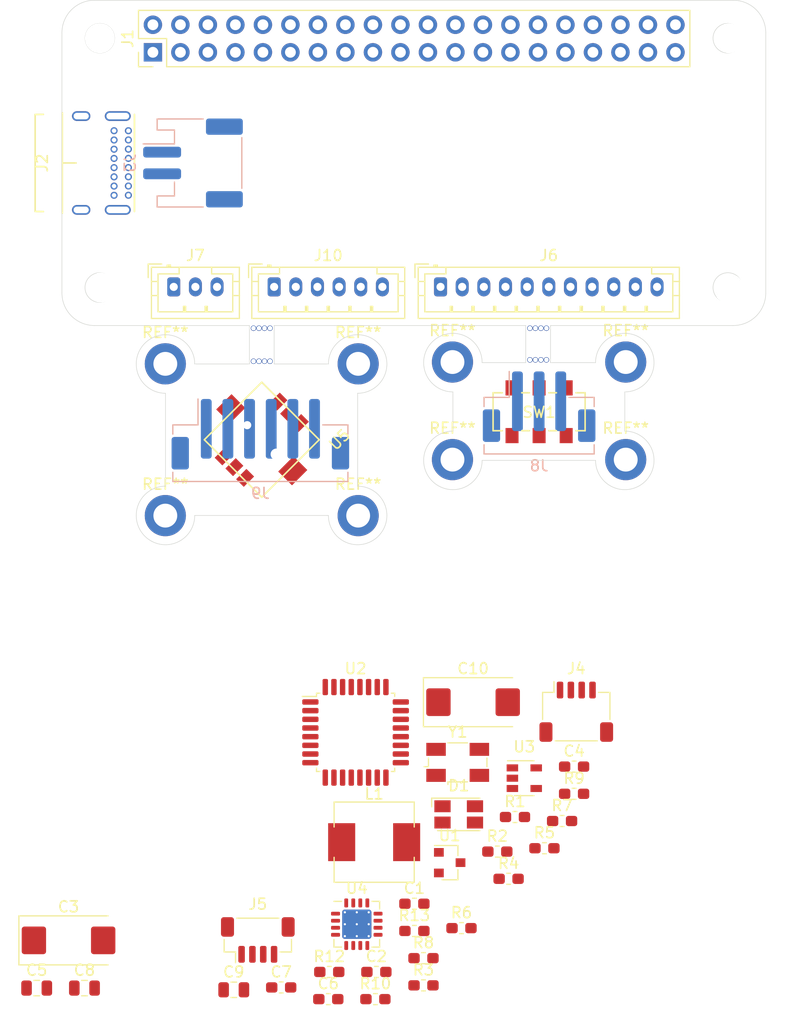
<source format=kicad_pcb>
(kicad_pcb (version 20171130) (host pcbnew "(5.1.5)-3")

  (general
    (thickness 1.6)
    (drawings 36)
    (tracks 16)
    (zones 0)
    (modules 53)
    (nets 88)
  )

  (page A4)
  (title_block
    (title "Raspberry Pi® Zero W - Hat Template")
    (date 2018-12-28)
    (rev 1.0.8)
    (company StudioPieters®)
    (comment 1 https://www.studiopieters.nl)
  )

  (layers
    (0 F.Cu signal)
    (31 B.Cu signal)
    (32 B.Adhes user)
    (33 F.Adhes user)
    (34 B.Paste user)
    (35 F.Paste user)
    (36 B.SilkS user)
    (37 F.SilkS user)
    (38 B.Mask user)
    (39 F.Mask user)
    (40 Dwgs.User user)
    (41 Cmts.User user)
    (42 Eco1.User user)
    (43 Eco2.User user)
    (44 Edge.Cuts user)
    (45 Margin user)
    (46 B.CrtYd user)
    (47 F.CrtYd user)
    (48 B.Fab user)
    (49 F.Fab user)
  )

  (setup
    (last_trace_width 0.25)
    (trace_clearance 0.2)
    (zone_clearance 0.508)
    (zone_45_only no)
    (trace_min 0.2)
    (via_size 0.8)
    (via_drill 0.4)
    (via_min_size 0.4)
    (via_min_drill 0.3)
    (uvia_size 0.3)
    (uvia_drill 0.1)
    (uvias_allowed no)
    (uvia_min_size 0.2)
    (uvia_min_drill 0.1)
    (edge_width 0.05)
    (segment_width 0.2)
    (pcb_text_width 0.3)
    (pcb_text_size 1.5 1.5)
    (mod_edge_width 0.12)
    (mod_text_size 1 1)
    (mod_text_width 0.15)
    (pad_size 1.524 1.524)
    (pad_drill 0.762)
    (pad_to_mask_clearance 0.051)
    (solder_mask_min_width 0.25)
    (aux_axis_origin 0 0)
    (visible_elements 7FFFFFFF)
    (pcbplotparams
      (layerselection 0x010fc_ffffffff)
      (usegerberextensions false)
      (usegerberattributes false)
      (usegerberadvancedattributes false)
      (creategerberjobfile false)
      (excludeedgelayer true)
      (linewidth 0.100000)
      (plotframeref false)
      (viasonmask false)
      (mode 1)
      (useauxorigin false)
      (hpglpennumber 1)
      (hpglpenspeed 20)
      (hpglpendiameter 15.000000)
      (psnegative false)
      (psa4output false)
      (plotreference true)
      (plotvalue true)
      (plotinvisibletext false)
      (padsonsilk false)
      (subtractmaskfromsilk false)
      (outputformat 1)
      (mirror false)
      (drillshape 1)
      (scaleselection 1)
      (outputdirectory ""))
  )

  (net 0 "")
  (net 1 "Net-(J1-Pad3)")
  (net 2 "Net-(J1-Pad5)")
  (net 3 "Net-(J1-Pad12)")
  (net 4 "Net-(J1-Pad18)")
  (net 5 "Net-(J1-Pad22)")
  (net 6 "Net-(J1-Pad24)")
  (net 7 "Net-(J1-Pad27)")
  (net 8 "Net-(J1-Pad28)")
  (net 9 "Net-(J1-Pad29)")
  (net 10 "Net-(J1-Pad31)")
  (net 11 "Net-(J1-Pad32)")
  (net 12 "Net-(J1-Pad33)")
  (net 13 "Net-(J1-Pad36)")
  (net 14 "Net-(J1-Pad38)")
  (net 15 "Net-(J1-Pad40)")
  (net 16 GND)
  (net 17 "Net-(C1-Pad1)")
  (net 18 "Net-(C2-Pad1)")
  (net 19 VBUS)
  (net 20 +3V3)
  (net 21 +BATT)
  (net 22 +5V)
  (net 23 /CHG_ST)
  (net 24 "Net-(D1-Pad3)")
  (net 25 "Net-(D1-Pad1)")
  (net 26 /~LOW_BAT)
  (net 27 /LCD_BL)
  (net 28 /LCD_~TCS)
  (net 29 /LCD_SCK)
  (net 30 /LCD_TDC)
  (net 31 /LCD_MOSI)
  (net 32 /PI_UART_RX)
  (net 33 /PI_UART_TX)
  (net 34 "Net-(J2-PadA5)")
  (net 35 "Net-(J2-PadA6)")
  (net 36 "Net-(J2-PadA7)")
  (net 37 "Net-(J2-PadA8)")
  (net 38 "Net-(J2-PadB8)")
  (net 39 "Net-(J2-PadB7)")
  (net 40 "Net-(J2-PadB6)")
  (net 41 "Net-(J2-PadB5)")
  (net 42 /IMU_SCL)
  (net 43 /IMU_SDA)
  (net 44 /SWCLK)
  (net 45 /SWDIO)
  (net 46 /LCD_~CCS)
  (net 47 /LCD_~TRS)
  (net 48 /LCD_MISO)
  (net 49 /LCD_3V3)
  (net 50 "Net-(L1-Pad2)")
  (net 51 /~RESET)
  (net 52 "Net-(R2-Pad1)")
  (net 53 "Net-(R6-Pad1)")
  (net 54 "Net-(R10-Pad1)")
  (net 55 "Net-(R12-Pad2)")
  (net 56 /ON\~OFF)
  (net 57 "Net-(U2-Pad30)")
  (net 58 "Net-(U2-Pad29)")
  (net 59 "Net-(U2-Pad28)")
  (net 60 "Net-(U2-Pad27)")
  (net 61 "Net-(U2-Pad26)")
  (net 62 "Net-(U2-Pad25)")
  (net 63 "Net-(U2-Pad22)")
  (net 64 "Net-(U2-Pad21)")
  (net 65 "Net-(U2-Pad20)")
  (net 66 "Net-(U2-Pad13)")
  (net 67 "Net-(U2-Pad12)")
  (net 68 "Net-(U2-Pad11)")
  (net 69 "Net-(U2-Pad10)")
  (net 70 "Net-(U2-Pad9)")
  (net 71 "Net-(U2-Pad6)")
  (net 72 "Net-(U2-Pad5)")
  (net 73 "Net-(U4-Pad2)")
  (net 74 /GPIO22)
  (net 75 /GPIO27)
  (net 76 /GPIO4)
  (net 77 /GPIO17)
  (net 78 /GPIO23)
  (net 79 /SW_3)
  (net 80 /SW_2)
  (net 81 /SW_1)
  (net 82 /JOY_D)
  (net 83 /JOY_GND)
  (net 84 /JOY_B)
  (net 85 /JOY_C)
  (net 86 /JOY_PUSH)
  (net 87 /JOY_A)

  (net_class Default "This is the default net class."
    (clearance 0.2)
    (trace_width 0.25)
    (via_dia 0.8)
    (via_drill 0.4)
    (uvia_dia 0.3)
    (uvia_drill 0.1)
    (add_net +3V3)
    (add_net +5V)
    (add_net +BATT)
    (add_net /CHG_ST)
    (add_net /GPIO17)
    (add_net /GPIO22)
    (add_net /GPIO23)
    (add_net /GPIO27)
    (add_net /GPIO4)
    (add_net /IMU_SCL)
    (add_net /IMU_SDA)
    (add_net /JOY_A)
    (add_net /JOY_B)
    (add_net /JOY_C)
    (add_net /JOY_D)
    (add_net /JOY_GND)
    (add_net /JOY_PUSH)
    (add_net /LCD_3V3)
    (add_net /LCD_BL)
    (add_net /LCD_MISO)
    (add_net /LCD_MOSI)
    (add_net /LCD_SCK)
    (add_net /LCD_TDC)
    (add_net /LCD_~CCS)
    (add_net /LCD_~TCS)
    (add_net /LCD_~TRS)
    (add_net /ON\~OFF)
    (add_net /PI_UART_RX)
    (add_net /PI_UART_TX)
    (add_net /SWCLK)
    (add_net /SWDIO)
    (add_net /SW_1)
    (add_net /SW_2)
    (add_net /SW_3)
    (add_net /~LOW_BAT)
    (add_net /~RESET)
    (add_net GND)
    (add_net "Net-(C1-Pad1)")
    (add_net "Net-(C2-Pad1)")
    (add_net "Net-(D1-Pad1)")
    (add_net "Net-(D1-Pad3)")
    (add_net "Net-(J1-Pad12)")
    (add_net "Net-(J1-Pad18)")
    (add_net "Net-(J1-Pad22)")
    (add_net "Net-(J1-Pad24)")
    (add_net "Net-(J1-Pad27)")
    (add_net "Net-(J1-Pad28)")
    (add_net "Net-(J1-Pad29)")
    (add_net "Net-(J1-Pad3)")
    (add_net "Net-(J1-Pad31)")
    (add_net "Net-(J1-Pad32)")
    (add_net "Net-(J1-Pad33)")
    (add_net "Net-(J1-Pad36)")
    (add_net "Net-(J1-Pad38)")
    (add_net "Net-(J1-Pad40)")
    (add_net "Net-(J1-Pad5)")
    (add_net "Net-(J2-PadA5)")
    (add_net "Net-(J2-PadA6)")
    (add_net "Net-(J2-PadA7)")
    (add_net "Net-(J2-PadA8)")
    (add_net "Net-(J2-PadB5)")
    (add_net "Net-(J2-PadB6)")
    (add_net "Net-(J2-PadB7)")
    (add_net "Net-(J2-PadB8)")
    (add_net "Net-(L1-Pad2)")
    (add_net "Net-(R10-Pad1)")
    (add_net "Net-(R12-Pad2)")
    (add_net "Net-(R2-Pad1)")
    (add_net "Net-(R6-Pad1)")
    (add_net "Net-(U2-Pad10)")
    (add_net "Net-(U2-Pad11)")
    (add_net "Net-(U2-Pad12)")
    (add_net "Net-(U2-Pad13)")
    (add_net "Net-(U2-Pad20)")
    (add_net "Net-(U2-Pad21)")
    (add_net "Net-(U2-Pad22)")
    (add_net "Net-(U2-Pad25)")
    (add_net "Net-(U2-Pad26)")
    (add_net "Net-(U2-Pad27)")
    (add_net "Net-(U2-Pad28)")
    (add_net "Net-(U2-Pad29)")
    (add_net "Net-(U2-Pad30)")
    (add_net "Net-(U2-Pad5)")
    (add_net "Net-(U2-Pad6)")
    (add_net "Net-(U2-Pad9)")
    (add_net "Net-(U4-Pad2)")
    (add_net VBUS)
  )

  (module Connector_JST:JST_PH_S2B-PH-SM4-TB_1x02-1MP_P2.00mm_Horizontal (layer B.Cu) (tedit 5B78AD87) (tstamp 5EBA5ECB)
    (at 62.103 64.008 270)
    (descr "JST PH series connector, S2B-PH-SM4-TB (http://www.jst-mfg.com/product/pdf/eng/ePH.pdf), generated with kicad-footprint-generator")
    (tags "connector JST PH top entry")
    (path /5EB6537E)
    (attr smd)
    (fp_text reference J3 (at 0 5.8 90) (layer B.SilkS)
      (effects (font (size 1 1) (thickness 0.15)) (justify mirror))
    )
    (fp_text value Battery (at 0 -5.8 90) (layer B.Fab)
      (effects (font (size 1 1) (thickness 0.15)) (justify mirror))
    )
    (fp_text user %R (at 0 -1.5 90) (layer B.Fab)
      (effects (font (size 1 1) (thickness 0.15)) (justify mirror))
    )
    (fp_line (start -1 0.892893) (end -0.5 1.6) (layer B.Fab) (width 0.1))
    (fp_line (start -1.5 1.6) (end -1 0.892893) (layer B.Fab) (width 0.1))
    (fp_line (start 4.6 5.1) (end -4.6 5.1) (layer B.CrtYd) (width 0.05))
    (fp_line (start 4.6 -5.1) (end 4.6 5.1) (layer B.CrtYd) (width 0.05))
    (fp_line (start -4.6 -5.1) (end 4.6 -5.1) (layer B.CrtYd) (width 0.05))
    (fp_line (start -4.6 5.1) (end -4.6 -5.1) (layer B.CrtYd) (width 0.05))
    (fp_line (start 3.95 3.2) (end 3.95 -4.4) (layer B.Fab) (width 0.1))
    (fp_line (start -3.95 3.2) (end -3.95 -4.4) (layer B.Fab) (width 0.1))
    (fp_line (start -3.95 -4.4) (end 3.95 -4.4) (layer B.Fab) (width 0.1))
    (fp_line (start -2.34 -4.51) (end 2.34 -4.51) (layer B.SilkS) (width 0.12))
    (fp_line (start 3.04 1.71) (end 1.76 1.71) (layer B.SilkS) (width 0.12))
    (fp_line (start 3.04 3.31) (end 3.04 1.71) (layer B.SilkS) (width 0.12))
    (fp_line (start 4.06 3.31) (end 3.04 3.31) (layer B.SilkS) (width 0.12))
    (fp_line (start 4.06 -0.94) (end 4.06 3.31) (layer B.SilkS) (width 0.12))
    (fp_line (start -1.76 1.71) (end -1.76 4.6) (layer B.SilkS) (width 0.12))
    (fp_line (start -3.04 1.71) (end -1.76 1.71) (layer B.SilkS) (width 0.12))
    (fp_line (start -3.04 3.31) (end -3.04 1.71) (layer B.SilkS) (width 0.12))
    (fp_line (start -4.06 3.31) (end -3.04 3.31) (layer B.SilkS) (width 0.12))
    (fp_line (start -4.06 -0.94) (end -4.06 3.31) (layer B.SilkS) (width 0.12))
    (fp_line (start 3.15 3.2) (end 3.95 3.2) (layer B.Fab) (width 0.1))
    (fp_line (start 3.15 1.6) (end 3.15 3.2) (layer B.Fab) (width 0.1))
    (fp_line (start -3.15 1.6) (end 3.15 1.6) (layer B.Fab) (width 0.1))
    (fp_line (start -3.15 3.2) (end -3.15 1.6) (layer B.Fab) (width 0.1))
    (fp_line (start -3.95 3.2) (end -3.15 3.2) (layer B.Fab) (width 0.1))
    (pad MP smd roundrect (at 3.35 -2.9 270) (size 1.5 3.4) (layers B.Cu B.Paste B.Mask) (roundrect_rratio 0.166667))
    (pad MP smd roundrect (at -3.35 -2.9 270) (size 1.5 3.4) (layers B.Cu B.Paste B.Mask) (roundrect_rratio 0.166667))
    (pad 2 smd roundrect (at 1 2.85 270) (size 1 3.5) (layers B.Cu B.Paste B.Mask) (roundrect_rratio 0.25)
      (net 16 GND))
    (pad 1 smd roundrect (at -1 2.85 270) (size 1 3.5) (layers B.Cu B.Paste B.Mask) (roundrect_rratio 0.25)
      (net 21 +BATT))
    (model ${KISYS3DMOD}/Connector_JST.3dshapes/JST_PH_S2B-PH-SM4-TB_1x02-1MP_P2.00mm_Horizontal.wrl
      (at (xyz 0 0 0))
      (scale (xyz 1 1 1))
      (rotate (xyz 0 0 0))
    )
  )

  (module MountingHole:MountingHole_2.2mm_M2_ISO14580_Pad locked (layer F.Cu) (tedit 56D1B4CB) (tstamp 5EBA3E62)
    (at 86.067 82.369)
    (descr "Mounting Hole 2.2mm, M2, ISO14580")
    (tags "mounting hole 2.2mm m2 iso14580")
    (attr virtual)
    (fp_text reference REF** (at 0 -2.9) (layer F.SilkS)
      (effects (font (size 1 1) (thickness 0.15)))
    )
    (fp_text value MountingHole_2.2mm_M2_ISO14580_Pad (at 0 2.9) (layer F.Fab)
      (effects (font (size 1 1) (thickness 0.15)))
    )
    (fp_circle (center 0 0) (end 2.15 0) (layer F.CrtYd) (width 0.05))
    (fp_circle (center 0 0) (end 1.9 0) (layer Cmts.User) (width 0.15))
    (fp_text user %R (at 0.3 0) (layer F.Fab)
      (effects (font (size 1 1) (thickness 0.15)))
    )
    (pad 1 thru_hole circle (at 0 0) (size 3.8 3.8) (drill 2.2) (layers *.Cu *.Mask))
  )

  (module MountingHole:MountingHole_2.2mm_M2_ISO14580_Pad locked (layer F.Cu) (tedit 56D1B4CB) (tstamp 5EBA3E29)
    (at 86.067 91.369)
    (descr "Mounting Hole 2.2mm, M2, ISO14580")
    (tags "mounting hole 2.2mm m2 iso14580")
    (attr virtual)
    (fp_text reference REF** (at 0 -2.9) (layer F.SilkS)
      (effects (font (size 1 1) (thickness 0.15)))
    )
    (fp_text value MountingHole_2.2mm_M2_ISO14580_Pad (at 0 2.9) (layer F.Fab)
      (effects (font (size 1 1) (thickness 0.15)))
    )
    (fp_text user %R (at 0.3 0) (layer F.Fab)
      (effects (font (size 1 1) (thickness 0.15)))
    )
    (fp_circle (center 0 0) (end 1.9 0) (layer Cmts.User) (width 0.15))
    (fp_circle (center 0 0) (end 2.15 0) (layer F.CrtYd) (width 0.05))
    (pad 1 thru_hole circle (at 0 0) (size 3.8 3.8) (drill 2.2) (layers *.Cu *.Mask))
  )

  (module MountingHole:MountingHole_2.2mm_M2_ISO14580_Pad locked (layer F.Cu) (tedit 56D1B4CB) (tstamp 5EBA3E06)
    (at 102.067 91.369)
    (descr "Mounting Hole 2.2mm, M2, ISO14580")
    (tags "mounting hole 2.2mm m2 iso14580")
    (attr virtual)
    (fp_text reference REF** (at 0 -2.9) (layer F.SilkS)
      (effects (font (size 1 1) (thickness 0.15)))
    )
    (fp_text value MountingHole_2.2mm_M2_ISO14580_Pad (at 0 2.9) (layer F.Fab)
      (effects (font (size 1 1) (thickness 0.15)))
    )
    (fp_circle (center 0 0) (end 2.15 0) (layer F.CrtYd) (width 0.05))
    (fp_circle (center 0 0) (end 1.9 0) (layer Cmts.User) (width 0.15))
    (fp_text user %R (at 0.3 0) (layer F.Fab)
      (effects (font (size 1 1) (thickness 0.15)))
    )
    (pad 1 thru_hole circle (at 0 0) (size 3.8 3.8) (drill 2.2) (layers *.Cu *.Mask))
  )

  (module MountingHole:MountingHole_2.2mm_M2_ISO14580_Pad locked (layer F.Cu) (tedit 56D1B4CB) (tstamp 5EBA4CAC)
    (at 102.067 82.369)
    (descr "Mounting Hole 2.2mm, M2, ISO14580")
    (tags "mounting hole 2.2mm m2 iso14580")
    (attr virtual)
    (fp_text reference REF** (at 0 -2.9) (layer F.SilkS)
      (effects (font (size 1 1) (thickness 0.15)))
    )
    (fp_text value MountingHole_2.2mm_M2_ISO14580_Pad (at 0 2.9) (layer F.Fab)
      (effects (font (size 1 1) (thickness 0.15)))
    )
    (fp_text user %R (at 0.3 0) (layer F.Fab)
      (effects (font (size 1 1) (thickness 0.15)))
    )
    (fp_circle (center 0 0) (end 1.9 0) (layer Cmts.User) (width 0.15))
    (fp_circle (center 0 0) (end 2.15 0) (layer F.CrtYd) (width 0.05))
    (pad 1 thru_hole circle (at 0 0) (size 3.8 3.8) (drill 2.2) (layers *.Cu *.Mask))
  )

  (module Connector_JST:JST_PH_B11B-PH-K_1x11_P2.00mm_Vertical (layer F.Cu) (tedit 5B7745C2) (tstamp 5EBA38C4)
    (at 84.963 75.438)
    (descr "JST PH series connector, B11B-PH-K (http://www.jst-mfg.com/product/pdf/eng/ePH.pdf), generated with kicad-footprint-generator")
    (tags "connector JST PH side entry")
    (path /5EB5C69A)
    (fp_text reference J6 (at 10 -2.9) (layer F.SilkS)
      (effects (font (size 1 1) (thickness 0.15)))
    )
    (fp_text value TFT_LCD (at 10 4) (layer F.Fab)
      (effects (font (size 1 1) (thickness 0.15)))
    )
    (fp_text user %R (at 10 1.5) (layer F.Fab)
      (effects (font (size 1 1) (thickness 0.15)))
    )
    (fp_line (start 22.45 -2.2) (end -2.45 -2.2) (layer F.CrtYd) (width 0.05))
    (fp_line (start 22.45 3.3) (end 22.45 -2.2) (layer F.CrtYd) (width 0.05))
    (fp_line (start -2.45 3.3) (end 22.45 3.3) (layer F.CrtYd) (width 0.05))
    (fp_line (start -2.45 -2.2) (end -2.45 3.3) (layer F.CrtYd) (width 0.05))
    (fp_line (start 21.95 -1.7) (end -1.95 -1.7) (layer F.Fab) (width 0.1))
    (fp_line (start 21.95 2.8) (end 21.95 -1.7) (layer F.Fab) (width 0.1))
    (fp_line (start -1.95 2.8) (end 21.95 2.8) (layer F.Fab) (width 0.1))
    (fp_line (start -1.95 -1.7) (end -1.95 2.8) (layer F.Fab) (width 0.1))
    (fp_line (start -2.36 -2.11) (end -2.36 -0.86) (layer F.Fab) (width 0.1))
    (fp_line (start -1.11 -2.11) (end -2.36 -2.11) (layer F.Fab) (width 0.1))
    (fp_line (start -2.36 -2.11) (end -2.36 -0.86) (layer F.SilkS) (width 0.12))
    (fp_line (start -1.11 -2.11) (end -2.36 -2.11) (layer F.SilkS) (width 0.12))
    (fp_line (start 19 2.3) (end 19 1.8) (layer F.SilkS) (width 0.12))
    (fp_line (start 19.1 1.8) (end 19.1 2.3) (layer F.SilkS) (width 0.12))
    (fp_line (start 18.9 1.8) (end 19.1 1.8) (layer F.SilkS) (width 0.12))
    (fp_line (start 18.9 2.3) (end 18.9 1.8) (layer F.SilkS) (width 0.12))
    (fp_line (start 17 2.3) (end 17 1.8) (layer F.SilkS) (width 0.12))
    (fp_line (start 17.1 1.8) (end 17.1 2.3) (layer F.SilkS) (width 0.12))
    (fp_line (start 16.9 1.8) (end 17.1 1.8) (layer F.SilkS) (width 0.12))
    (fp_line (start 16.9 2.3) (end 16.9 1.8) (layer F.SilkS) (width 0.12))
    (fp_line (start 15 2.3) (end 15 1.8) (layer F.SilkS) (width 0.12))
    (fp_line (start 15.1 1.8) (end 15.1 2.3) (layer F.SilkS) (width 0.12))
    (fp_line (start 14.9 1.8) (end 15.1 1.8) (layer F.SilkS) (width 0.12))
    (fp_line (start 14.9 2.3) (end 14.9 1.8) (layer F.SilkS) (width 0.12))
    (fp_line (start 13 2.3) (end 13 1.8) (layer F.SilkS) (width 0.12))
    (fp_line (start 13.1 1.8) (end 13.1 2.3) (layer F.SilkS) (width 0.12))
    (fp_line (start 12.9 1.8) (end 13.1 1.8) (layer F.SilkS) (width 0.12))
    (fp_line (start 12.9 2.3) (end 12.9 1.8) (layer F.SilkS) (width 0.12))
    (fp_line (start 11 2.3) (end 11 1.8) (layer F.SilkS) (width 0.12))
    (fp_line (start 11.1 1.8) (end 11.1 2.3) (layer F.SilkS) (width 0.12))
    (fp_line (start 10.9 1.8) (end 11.1 1.8) (layer F.SilkS) (width 0.12))
    (fp_line (start 10.9 2.3) (end 10.9 1.8) (layer F.SilkS) (width 0.12))
    (fp_line (start 9 2.3) (end 9 1.8) (layer F.SilkS) (width 0.12))
    (fp_line (start 9.1 1.8) (end 9.1 2.3) (layer F.SilkS) (width 0.12))
    (fp_line (start 8.9 1.8) (end 9.1 1.8) (layer F.SilkS) (width 0.12))
    (fp_line (start 8.9 2.3) (end 8.9 1.8) (layer F.SilkS) (width 0.12))
    (fp_line (start 7 2.3) (end 7 1.8) (layer F.SilkS) (width 0.12))
    (fp_line (start 7.1 1.8) (end 7.1 2.3) (layer F.SilkS) (width 0.12))
    (fp_line (start 6.9 1.8) (end 7.1 1.8) (layer F.SilkS) (width 0.12))
    (fp_line (start 6.9 2.3) (end 6.9 1.8) (layer F.SilkS) (width 0.12))
    (fp_line (start 5 2.3) (end 5 1.8) (layer F.SilkS) (width 0.12))
    (fp_line (start 5.1 1.8) (end 5.1 2.3) (layer F.SilkS) (width 0.12))
    (fp_line (start 4.9 1.8) (end 5.1 1.8) (layer F.SilkS) (width 0.12))
    (fp_line (start 4.9 2.3) (end 4.9 1.8) (layer F.SilkS) (width 0.12))
    (fp_line (start 3 2.3) (end 3 1.8) (layer F.SilkS) (width 0.12))
    (fp_line (start 3.1 1.8) (end 3.1 2.3) (layer F.SilkS) (width 0.12))
    (fp_line (start 2.9 1.8) (end 3.1 1.8) (layer F.SilkS) (width 0.12))
    (fp_line (start 2.9 2.3) (end 2.9 1.8) (layer F.SilkS) (width 0.12))
    (fp_line (start 1 2.3) (end 1 1.8) (layer F.SilkS) (width 0.12))
    (fp_line (start 1.1 1.8) (end 1.1 2.3) (layer F.SilkS) (width 0.12))
    (fp_line (start 0.9 1.8) (end 1.1 1.8) (layer F.SilkS) (width 0.12))
    (fp_line (start 0.9 2.3) (end 0.9 1.8) (layer F.SilkS) (width 0.12))
    (fp_line (start 22.06 0.8) (end 21.45 0.8) (layer F.SilkS) (width 0.12))
    (fp_line (start 22.06 -0.5) (end 21.45 -0.5) (layer F.SilkS) (width 0.12))
    (fp_line (start -2.06 0.8) (end -1.45 0.8) (layer F.SilkS) (width 0.12))
    (fp_line (start -2.06 -0.5) (end -1.45 -0.5) (layer F.SilkS) (width 0.12))
    (fp_line (start 19.5 -1.2) (end 19.5 -1.81) (layer F.SilkS) (width 0.12))
    (fp_line (start 21.45 -1.2) (end 19.5 -1.2) (layer F.SilkS) (width 0.12))
    (fp_line (start 21.45 2.3) (end 21.45 -1.2) (layer F.SilkS) (width 0.12))
    (fp_line (start -1.45 2.3) (end 21.45 2.3) (layer F.SilkS) (width 0.12))
    (fp_line (start -1.45 -1.2) (end -1.45 2.3) (layer F.SilkS) (width 0.12))
    (fp_line (start 0.5 -1.2) (end -1.45 -1.2) (layer F.SilkS) (width 0.12))
    (fp_line (start 0.5 -1.81) (end 0.5 -1.2) (layer F.SilkS) (width 0.12))
    (fp_line (start -0.3 -1.91) (end -0.6 -1.91) (layer F.SilkS) (width 0.12))
    (fp_line (start -0.6 -2.01) (end -0.6 -1.81) (layer F.SilkS) (width 0.12))
    (fp_line (start -0.3 -2.01) (end -0.6 -2.01) (layer F.SilkS) (width 0.12))
    (fp_line (start -0.3 -1.81) (end -0.3 -2.01) (layer F.SilkS) (width 0.12))
    (fp_line (start 22.06 -1.81) (end -2.06 -1.81) (layer F.SilkS) (width 0.12))
    (fp_line (start 22.06 2.91) (end 22.06 -1.81) (layer F.SilkS) (width 0.12))
    (fp_line (start -2.06 2.91) (end 22.06 2.91) (layer F.SilkS) (width 0.12))
    (fp_line (start -2.06 -1.81) (end -2.06 2.91) (layer F.SilkS) (width 0.12))
    (pad 11 thru_hole oval (at 20 0) (size 1.2 1.75) (drill 0.75) (layers *.Cu *.Mask)
      (net 27 /LCD_BL))
    (pad 10 thru_hole oval (at 18 0) (size 1.2 1.75) (drill 0.75) (layers *.Cu *.Mask)
      (net 46 /LCD_~CCS))
    (pad 9 thru_hole oval (at 16 0) (size 1.2 1.75) (drill 0.75) (layers *.Cu *.Mask)
      (net 30 /LCD_TDC))
    (pad 8 thru_hole oval (at 14 0) (size 1.2 1.75) (drill 0.75) (layers *.Cu *.Mask)
      (net 47 /LCD_~TRS))
    (pad 7 thru_hole oval (at 12 0) (size 1.2 1.75) (drill 0.75) (layers *.Cu *.Mask)
      (net 28 /LCD_~TCS))
    (pad 6 thru_hole oval (at 10 0) (size 1.2 1.75) (drill 0.75) (layers *.Cu *.Mask)
      (net 31 /LCD_MOSI))
    (pad 5 thru_hole oval (at 8 0) (size 1.2 1.75) (drill 0.75) (layers *.Cu *.Mask)
      (net 48 /LCD_MISO))
    (pad 4 thru_hole oval (at 6 0) (size 1.2 1.75) (drill 0.75) (layers *.Cu *.Mask)
      (net 29 /LCD_SCK))
    (pad 3 thru_hole oval (at 4 0) (size 1.2 1.75) (drill 0.75) (layers *.Cu *.Mask)
      (net 16 GND))
    (pad 2 thru_hole oval (at 2 0) (size 1.2 1.75) (drill 0.75) (layers *.Cu *.Mask)
      (net 49 /LCD_3V3))
    (pad 1 thru_hole roundrect (at 0 0) (size 1.2 1.75) (drill 0.75) (layers *.Cu *.Mask) (roundrect_rratio 0.208333)
      (net 22 +5V))
    (model ${KISYS3DMOD}/Connector_JST.3dshapes/JST_PH_B11B-PH-K_1x11_P2.00mm_Vertical.wrl
      (at (xyz 0 0 0))
      (scale (xyz 1 1 1))
      (rotate (xyz 0 0 0))
    )
  )

  (module Connector_JST:JST_PH_B6B-PH-SM4-TB_1x06-1MP_P2.00mm_Vertical (layer B.Cu) (tedit 5B78AD87) (tstamp 5EBA1909)
    (at 68.326 89.027)
    (descr "JST PH series connector, B6B-PH-SM4-TB (http://www.jst-mfg.com/product/pdf/eng/ePH.pdf), generated with kicad-footprint-generator")
    (tags "connector JST PH side entry")
    (path /5EC58782)
    (attr smd)
    (fp_text reference J9 (at 0 5.45) (layer B.SilkS)
      (effects (font (size 1 1) (thickness 0.15)) (justify mirror))
    )
    (fp_text value CON_JOY_B (at 0 -4.45) (layer B.Fab)
      (effects (font (size 1 1) (thickness 0.15)) (justify mirror))
    )
    (fp_text user %R (at 0 1) (layer B.Fab)
      (effects (font (size 1 1) (thickness 0.15)) (justify mirror))
    )
    (fp_line (start -5 -0.042893) (end -4.5 -0.75) (layer B.Fab) (width 0.1))
    (fp_line (start -5.5 -0.75) (end -5 -0.042893) (layer B.Fab) (width 0.1))
    (fp_line (start 8.7 4.75) (end -8.7 4.75) (layer B.CrtYd) (width 0.05))
    (fp_line (start 8.7 -3.75) (end 8.7 4.75) (layer B.CrtYd) (width 0.05))
    (fp_line (start -8.7 -3.75) (end 8.7 -3.75) (layer B.CrtYd) (width 0.05))
    (fp_line (start -8.7 4.75) (end -8.7 -3.75) (layer B.CrtYd) (width 0.05))
    (fp_line (start 5.25 2.75) (end 4.75 2.75) (layer B.Fab) (width 0.1))
    (fp_line (start 5.25 2.25) (end 5.25 2.75) (layer B.Fab) (width 0.1))
    (fp_line (start 4.75 2.25) (end 5.25 2.25) (layer B.Fab) (width 0.1))
    (fp_line (start 4.75 2.75) (end 4.75 2.25) (layer B.Fab) (width 0.1))
    (fp_line (start 3.25 2.75) (end 2.75 2.75) (layer B.Fab) (width 0.1))
    (fp_line (start 3.25 2.25) (end 3.25 2.75) (layer B.Fab) (width 0.1))
    (fp_line (start 2.75 2.25) (end 3.25 2.25) (layer B.Fab) (width 0.1))
    (fp_line (start 2.75 2.75) (end 2.75 2.25) (layer B.Fab) (width 0.1))
    (fp_line (start 1.25 2.75) (end 0.75 2.75) (layer B.Fab) (width 0.1))
    (fp_line (start 1.25 2.25) (end 1.25 2.75) (layer B.Fab) (width 0.1))
    (fp_line (start 0.75 2.25) (end 1.25 2.25) (layer B.Fab) (width 0.1))
    (fp_line (start 0.75 2.75) (end 0.75 2.25) (layer B.Fab) (width 0.1))
    (fp_line (start -0.75 2.75) (end -1.25 2.75) (layer B.Fab) (width 0.1))
    (fp_line (start -0.75 2.25) (end -0.75 2.75) (layer B.Fab) (width 0.1))
    (fp_line (start -1.25 2.25) (end -0.75 2.25) (layer B.Fab) (width 0.1))
    (fp_line (start -1.25 2.75) (end -1.25 2.25) (layer B.Fab) (width 0.1))
    (fp_line (start -2.75 2.75) (end -3.25 2.75) (layer B.Fab) (width 0.1))
    (fp_line (start -2.75 2.25) (end -2.75 2.75) (layer B.Fab) (width 0.1))
    (fp_line (start -3.25 2.25) (end -2.75 2.25) (layer B.Fab) (width 0.1))
    (fp_line (start -3.25 2.75) (end -3.25 2.25) (layer B.Fab) (width 0.1))
    (fp_line (start -4.75 2.75) (end -5.25 2.75) (layer B.Fab) (width 0.1))
    (fp_line (start -4.75 2.25) (end -4.75 2.75) (layer B.Fab) (width 0.1))
    (fp_line (start -5.25 2.25) (end -4.75 2.25) (layer B.Fab) (width 0.1))
    (fp_line (start -5.25 2.75) (end -5.25 2.25) (layer B.Fab) (width 0.1))
    (fp_line (start 7.975 -0.75) (end 7.975 4.25) (layer B.Fab) (width 0.1))
    (fp_line (start -7.975 -0.75) (end -7.975 4.25) (layer B.Fab) (width 0.1))
    (fp_line (start -7.975 4.25) (end 7.975 4.25) (layer B.Fab) (width 0.1))
    (fp_line (start 8.085 4.36) (end 8.085 3.51) (layer B.SilkS) (width 0.12))
    (fp_line (start -8.085 4.36) (end 8.085 4.36) (layer B.SilkS) (width 0.12))
    (fp_line (start -8.085 3.51) (end -8.085 4.36) (layer B.SilkS) (width 0.12))
    (fp_line (start 8.085 -0.86) (end 5.76 -0.86) (layer B.SilkS) (width 0.12))
    (fp_line (start 8.085 -0.01) (end 8.085 -0.86) (layer B.SilkS) (width 0.12))
    (fp_line (start -5.76 -0.86) (end -5.76 -3.25) (layer B.SilkS) (width 0.12))
    (fp_line (start -8.085 -0.86) (end -5.76 -0.86) (layer B.SilkS) (width 0.12))
    (fp_line (start -8.085 -0.01) (end -8.085 -0.86) (layer B.SilkS) (width 0.12))
    (fp_line (start -7.975 -0.75) (end 7.975 -0.75) (layer B.Fab) (width 0.1))
    (pad MP smd roundrect (at 7.4 1.75) (size 1.6 3) (layers B.Cu B.Paste B.Mask) (roundrect_rratio 0.15625))
    (pad MP smd roundrect (at -7.4 1.75) (size 1.6 3) (layers B.Cu B.Paste B.Mask) (roundrect_rratio 0.15625))
    (pad 6 smd roundrect (at 5 -0.5) (size 1 5.5) (layers B.Cu B.Paste B.Mask) (roundrect_rratio 0.25)
      (net 82 /JOY_D))
    (pad 5 smd roundrect (at 3 -0.5) (size 1 5.5) (layers B.Cu B.Paste B.Mask) (roundrect_rratio 0.25)
      (net 83 /JOY_GND))
    (pad 4 smd roundrect (at 1 -0.5) (size 1 5.5) (layers B.Cu B.Paste B.Mask) (roundrect_rratio 0.25)
      (net 84 /JOY_B))
    (pad 3 smd roundrect (at -1 -0.5) (size 1 5.5) (layers B.Cu B.Paste B.Mask) (roundrect_rratio 0.25)
      (net 85 /JOY_C))
    (pad 2 smd roundrect (at -3 -0.5) (size 1 5.5) (layers B.Cu B.Paste B.Mask) (roundrect_rratio 0.25)
      (net 86 /JOY_PUSH))
    (pad 1 smd roundrect (at -5 -0.5) (size 1 5.5) (layers B.Cu B.Paste B.Mask) (roundrect_rratio 0.25)
      (net 87 /JOY_A))
    (model ${KISYS3DMOD}/Connector_JST.3dshapes/JST_PH_B6B-PH-SM4-TB_1x06-1MP_P2.00mm_Vertical.wrl
      (at (xyz 0 0 0))
      (scale (xyz 1 1 1))
      (rotate (xyz 0 0 0))
    )
  )

  (module Connector_JST:JST_PH_B3B-PH-SM4-TB_1x03-1MP_P2.00mm_Vertical (layer B.Cu) (tedit 5B78AD87) (tstamp 5EBA0491)
    (at 94.067 86.487)
    (descr "JST PH series connector, B3B-PH-SM4-TB (http://www.jst-mfg.com/product/pdf/eng/ePH.pdf), generated with kicad-footprint-generator")
    (tags "connector JST PH side entry")
    (path /5EC58DD0)
    (attr smd)
    (fp_text reference J8 (at 0 5.45) (layer B.SilkS)
      (effects (font (size 1 1) (thickness 0.15)) (justify mirror))
    )
    (fp_text value CON_SW_B (at 0.04 -2.041) (layer B.Fab)
      (effects (font (size 1 1) (thickness 0.15)) (justify mirror))
    )
    (fp_text user %R (at 0 1) (layer B.Fab)
      (effects (font (size 1 1) (thickness 0.15)) (justify mirror))
    )
    (fp_line (start -2 -0.042893) (end -1.5 -0.75) (layer B.Fab) (width 0.1))
    (fp_line (start -2.5 -0.75) (end -2 -0.042893) (layer B.Fab) (width 0.1))
    (fp_line (start 5.7 4.75) (end -5.7 4.75) (layer B.CrtYd) (width 0.05))
    (fp_line (start 5.7 -3.75) (end 5.7 4.75) (layer B.CrtYd) (width 0.05))
    (fp_line (start -5.7 -3.75) (end 5.7 -3.75) (layer B.CrtYd) (width 0.05))
    (fp_line (start -5.7 4.75) (end -5.7 -3.75) (layer B.CrtYd) (width 0.05))
    (fp_line (start 2.25 2.75) (end 1.75 2.75) (layer B.Fab) (width 0.1))
    (fp_line (start 2.25 2.25) (end 2.25 2.75) (layer B.Fab) (width 0.1))
    (fp_line (start 1.75 2.25) (end 2.25 2.25) (layer B.Fab) (width 0.1))
    (fp_line (start 1.75 2.75) (end 1.75 2.25) (layer B.Fab) (width 0.1))
    (fp_line (start 0.25 2.75) (end -0.25 2.75) (layer B.Fab) (width 0.1))
    (fp_line (start 0.25 2.25) (end 0.25 2.75) (layer B.Fab) (width 0.1))
    (fp_line (start -0.25 2.25) (end 0.25 2.25) (layer B.Fab) (width 0.1))
    (fp_line (start -0.25 2.75) (end -0.25 2.25) (layer B.Fab) (width 0.1))
    (fp_line (start -1.75 2.75) (end -2.25 2.75) (layer B.Fab) (width 0.1))
    (fp_line (start -1.75 2.25) (end -1.75 2.75) (layer B.Fab) (width 0.1))
    (fp_line (start -2.25 2.25) (end -1.75 2.25) (layer B.Fab) (width 0.1))
    (fp_line (start -2.25 2.75) (end -2.25 2.25) (layer B.Fab) (width 0.1))
    (fp_line (start 4.975 -0.75) (end 4.975 4.25) (layer B.Fab) (width 0.1))
    (fp_line (start -4.975 -0.75) (end -4.975 4.25) (layer B.Fab) (width 0.1))
    (fp_line (start -4.975 4.25) (end 4.975 4.25) (layer B.Fab) (width 0.1))
    (fp_line (start 5.085 4.36) (end 5.085 3.51) (layer B.SilkS) (width 0.12))
    (fp_line (start -5.085 4.36) (end 5.085 4.36) (layer B.SilkS) (width 0.12))
    (fp_line (start -5.085 3.51) (end -5.085 4.36) (layer B.SilkS) (width 0.12))
    (fp_line (start 5.085 -0.86) (end 2.76 -0.86) (layer B.SilkS) (width 0.12))
    (fp_line (start 5.085 -0.01) (end 5.085 -0.86) (layer B.SilkS) (width 0.12))
    (fp_line (start -2.76 -0.86) (end -2.76 -3.25) (layer B.SilkS) (width 0.12))
    (fp_line (start -5.085 -0.86) (end -2.76 -0.86) (layer B.SilkS) (width 0.12))
    (fp_line (start -5.085 -0.01) (end -5.085 -0.86) (layer B.SilkS) (width 0.12))
    (fp_line (start -4.975 -0.75) (end 4.975 -0.75) (layer B.Fab) (width 0.1))
    (pad MP smd roundrect (at 4.4 1.75) (size 1.6 3) (layers B.Cu B.Paste B.Mask) (roundrect_rratio 0.15625))
    (pad MP smd roundrect (at -4.4 1.75) (size 1.6 3) (layers B.Cu B.Paste B.Mask) (roundrect_rratio 0.15625))
    (pad 3 smd roundrect (at 2 -0.5) (size 1 5.5) (layers B.Cu B.Paste B.Mask) (roundrect_rratio 0.25)
      (net 79 /SW_3))
    (pad 2 smd roundrect (at 0 -0.5) (size 1 5.5) (layers B.Cu B.Paste B.Mask) (roundrect_rratio 0.25)
      (net 80 /SW_2))
    (pad 1 smd roundrect (at -2 -0.5) (size 1 5.5) (layers B.Cu B.Paste B.Mask) (roundrect_rratio 0.25)
      (net 81 /SW_1))
    (model ${KISYS3DMOD}/Connector_JST.3dshapes/JST_PH_B3B-PH-SM4-TB_1x03-1MP_P2.00mm_Vertical.wrl
      (at (xyz 0 0 0))
      (scale (xyz 1 1 1))
      (rotate (xyz 0 0 0))
    )
  )

  (module Connector_JST:JST_PH_B6B-PH-K_1x06_P2.00mm_Vertical (layer F.Cu) (tedit 5B7745C2) (tstamp 5EBA3A37)
    (at 69.596 75.438)
    (descr "JST PH series connector, B6B-PH-K (http://www.jst-mfg.com/product/pdf/eng/ePH.pdf), generated with kicad-footprint-generator")
    (tags "connector JST PH side entry")
    (path /5EC57D7B)
    (fp_text reference J10 (at 5 -2.9) (layer F.SilkS)
      (effects (font (size 1 1) (thickness 0.15)))
    )
    (fp_text value CON_JOY_A (at 5 4) (layer F.Fab)
      (effects (font (size 1 1) (thickness 0.15)))
    )
    (fp_text user %R (at 5 1.5) (layer F.Fab)
      (effects (font (size 1 1) (thickness 0.15)))
    )
    (fp_line (start 12.45 -2.2) (end -2.45 -2.2) (layer F.CrtYd) (width 0.05))
    (fp_line (start 12.45 3.3) (end 12.45 -2.2) (layer F.CrtYd) (width 0.05))
    (fp_line (start -2.45 3.3) (end 12.45 3.3) (layer F.CrtYd) (width 0.05))
    (fp_line (start -2.45 -2.2) (end -2.45 3.3) (layer F.CrtYd) (width 0.05))
    (fp_line (start 11.95 -1.7) (end -1.95 -1.7) (layer F.Fab) (width 0.1))
    (fp_line (start 11.95 2.8) (end 11.95 -1.7) (layer F.Fab) (width 0.1))
    (fp_line (start -1.95 2.8) (end 11.95 2.8) (layer F.Fab) (width 0.1))
    (fp_line (start -1.95 -1.7) (end -1.95 2.8) (layer F.Fab) (width 0.1))
    (fp_line (start -2.36 -2.11) (end -2.36 -0.86) (layer F.Fab) (width 0.1))
    (fp_line (start -1.11 -2.11) (end -2.36 -2.11) (layer F.Fab) (width 0.1))
    (fp_line (start -2.36 -2.11) (end -2.36 -0.86) (layer F.SilkS) (width 0.12))
    (fp_line (start -1.11 -2.11) (end -2.36 -2.11) (layer F.SilkS) (width 0.12))
    (fp_line (start 9 2.3) (end 9 1.8) (layer F.SilkS) (width 0.12))
    (fp_line (start 9.1 1.8) (end 9.1 2.3) (layer F.SilkS) (width 0.12))
    (fp_line (start 8.9 1.8) (end 9.1 1.8) (layer F.SilkS) (width 0.12))
    (fp_line (start 8.9 2.3) (end 8.9 1.8) (layer F.SilkS) (width 0.12))
    (fp_line (start 7 2.3) (end 7 1.8) (layer F.SilkS) (width 0.12))
    (fp_line (start 7.1 1.8) (end 7.1 2.3) (layer F.SilkS) (width 0.12))
    (fp_line (start 6.9 1.8) (end 7.1 1.8) (layer F.SilkS) (width 0.12))
    (fp_line (start 6.9 2.3) (end 6.9 1.8) (layer F.SilkS) (width 0.12))
    (fp_line (start 5 2.3) (end 5 1.8) (layer F.SilkS) (width 0.12))
    (fp_line (start 5.1 1.8) (end 5.1 2.3) (layer F.SilkS) (width 0.12))
    (fp_line (start 4.9 1.8) (end 5.1 1.8) (layer F.SilkS) (width 0.12))
    (fp_line (start 4.9 2.3) (end 4.9 1.8) (layer F.SilkS) (width 0.12))
    (fp_line (start 3 2.3) (end 3 1.8) (layer F.SilkS) (width 0.12))
    (fp_line (start 3.1 1.8) (end 3.1 2.3) (layer F.SilkS) (width 0.12))
    (fp_line (start 2.9 1.8) (end 3.1 1.8) (layer F.SilkS) (width 0.12))
    (fp_line (start 2.9 2.3) (end 2.9 1.8) (layer F.SilkS) (width 0.12))
    (fp_line (start 1 2.3) (end 1 1.8) (layer F.SilkS) (width 0.12))
    (fp_line (start 1.1 1.8) (end 1.1 2.3) (layer F.SilkS) (width 0.12))
    (fp_line (start 0.9 1.8) (end 1.1 1.8) (layer F.SilkS) (width 0.12))
    (fp_line (start 0.9 2.3) (end 0.9 1.8) (layer F.SilkS) (width 0.12))
    (fp_line (start 12.06 0.8) (end 11.45 0.8) (layer F.SilkS) (width 0.12))
    (fp_line (start 12.06 -0.5) (end 11.45 -0.5) (layer F.SilkS) (width 0.12))
    (fp_line (start -2.06 0.8) (end -1.45 0.8) (layer F.SilkS) (width 0.12))
    (fp_line (start -2.06 -0.5) (end -1.45 -0.5) (layer F.SilkS) (width 0.12))
    (fp_line (start 9.5 -1.2) (end 9.5 -1.81) (layer F.SilkS) (width 0.12))
    (fp_line (start 11.45 -1.2) (end 9.5 -1.2) (layer F.SilkS) (width 0.12))
    (fp_line (start 11.45 2.3) (end 11.45 -1.2) (layer F.SilkS) (width 0.12))
    (fp_line (start -1.45 2.3) (end 11.45 2.3) (layer F.SilkS) (width 0.12))
    (fp_line (start -1.45 -1.2) (end -1.45 2.3) (layer F.SilkS) (width 0.12))
    (fp_line (start 0.5 -1.2) (end -1.45 -1.2) (layer F.SilkS) (width 0.12))
    (fp_line (start 0.5 -1.81) (end 0.5 -1.2) (layer F.SilkS) (width 0.12))
    (fp_line (start -0.3 -1.91) (end -0.6 -1.91) (layer F.SilkS) (width 0.12))
    (fp_line (start -0.6 -2.01) (end -0.6 -1.81) (layer F.SilkS) (width 0.12))
    (fp_line (start -0.3 -2.01) (end -0.6 -2.01) (layer F.SilkS) (width 0.12))
    (fp_line (start -0.3 -1.81) (end -0.3 -2.01) (layer F.SilkS) (width 0.12))
    (fp_line (start 12.06 -1.81) (end -2.06 -1.81) (layer F.SilkS) (width 0.12))
    (fp_line (start 12.06 2.91) (end 12.06 -1.81) (layer F.SilkS) (width 0.12))
    (fp_line (start -2.06 2.91) (end 12.06 2.91) (layer F.SilkS) (width 0.12))
    (fp_line (start -2.06 -1.81) (end -2.06 2.91) (layer F.SilkS) (width 0.12))
    (pad 6 thru_hole oval (at 10 0) (size 1.2 1.75) (drill 0.75) (layers *.Cu *.Mask)
      (net 78 /GPIO23))
    (pad 5 thru_hole oval (at 8 0) (size 1.2 1.75) (drill 0.75) (layers *.Cu *.Mask)
      (net 16 GND))
    (pad 4 thru_hole oval (at 6 0) (size 1.2 1.75) (drill 0.75) (layers *.Cu *.Mask)
      (net 75 /GPIO27))
    (pad 3 thru_hole oval (at 4 0) (size 1.2 1.75) (drill 0.75) (layers *.Cu *.Mask)
      (net 74 /GPIO22))
    (pad 2 thru_hole oval (at 2 0) (size 1.2 1.75) (drill 0.75) (layers *.Cu *.Mask)
      (net 76 /GPIO4))
    (pad 1 thru_hole roundrect (at 0 0) (size 1.2 1.75) (drill 0.75) (layers *.Cu *.Mask) (roundrect_rratio 0.208333)
      (net 77 /GPIO17))
    (model ${KISYS3DMOD}/Connector_JST.3dshapes/JST_PH_B6B-PH-K_1x06_P2.00mm_Vertical.wrl
      (at (xyz 0 0 0))
      (scale (xyz 1 1 1))
      (rotate (xyz 0 0 0))
    )
  )

  (module Connector_JST:JST_PH_B3B-PH-K_1x03_P2.00mm_Vertical (layer F.Cu) (tedit 5B7745C2) (tstamp 5EBA399E)
    (at 60.325 75.438)
    (descr "JST PH series connector, B3B-PH-K (http://www.jst-mfg.com/product/pdf/eng/ePH.pdf), generated with kicad-footprint-generator")
    (tags "connector JST PH side entry")
    (path /5EC56FCE)
    (fp_text reference J7 (at 2 -2.9) (layer F.SilkS)
      (effects (font (size 1 1) (thickness 0.15)))
    )
    (fp_text value CON_SW_A (at 2 4) (layer F.Fab)
      (effects (font (size 1 1) (thickness 0.15)))
    )
    (fp_text user %R (at 2 1.5) (layer F.Fab)
      (effects (font (size 1 1) (thickness 0.15)))
    )
    (fp_line (start 6.45 -2.2) (end -2.45 -2.2) (layer F.CrtYd) (width 0.05))
    (fp_line (start 6.45 3.3) (end 6.45 -2.2) (layer F.CrtYd) (width 0.05))
    (fp_line (start -2.45 3.3) (end 6.45 3.3) (layer F.CrtYd) (width 0.05))
    (fp_line (start -2.45 -2.2) (end -2.45 3.3) (layer F.CrtYd) (width 0.05))
    (fp_line (start 5.95 -1.7) (end -1.95 -1.7) (layer F.Fab) (width 0.1))
    (fp_line (start 5.95 2.8) (end 5.95 -1.7) (layer F.Fab) (width 0.1))
    (fp_line (start -1.95 2.8) (end 5.95 2.8) (layer F.Fab) (width 0.1))
    (fp_line (start -1.95 -1.7) (end -1.95 2.8) (layer F.Fab) (width 0.1))
    (fp_line (start -2.36 -2.11) (end -2.36 -0.86) (layer F.Fab) (width 0.1))
    (fp_line (start -1.11 -2.11) (end -2.36 -2.11) (layer F.Fab) (width 0.1))
    (fp_line (start -2.36 -2.11) (end -2.36 -0.86) (layer F.SilkS) (width 0.12))
    (fp_line (start -1.11 -2.11) (end -2.36 -2.11) (layer F.SilkS) (width 0.12))
    (fp_line (start 3 2.3) (end 3 1.8) (layer F.SilkS) (width 0.12))
    (fp_line (start 3.1 1.8) (end 3.1 2.3) (layer F.SilkS) (width 0.12))
    (fp_line (start 2.9 1.8) (end 3.1 1.8) (layer F.SilkS) (width 0.12))
    (fp_line (start 2.9 2.3) (end 2.9 1.8) (layer F.SilkS) (width 0.12))
    (fp_line (start 1 2.3) (end 1 1.8) (layer F.SilkS) (width 0.12))
    (fp_line (start 1.1 1.8) (end 1.1 2.3) (layer F.SilkS) (width 0.12))
    (fp_line (start 0.9 1.8) (end 1.1 1.8) (layer F.SilkS) (width 0.12))
    (fp_line (start 0.9 2.3) (end 0.9 1.8) (layer F.SilkS) (width 0.12))
    (fp_line (start 6.06 0.8) (end 5.45 0.8) (layer F.SilkS) (width 0.12))
    (fp_line (start 6.06 -0.5) (end 5.45 -0.5) (layer F.SilkS) (width 0.12))
    (fp_line (start -2.06 0.8) (end -1.45 0.8) (layer F.SilkS) (width 0.12))
    (fp_line (start -2.06 -0.5) (end -1.45 -0.5) (layer F.SilkS) (width 0.12))
    (fp_line (start 3.5 -1.2) (end 3.5 -1.81) (layer F.SilkS) (width 0.12))
    (fp_line (start 5.45 -1.2) (end 3.5 -1.2) (layer F.SilkS) (width 0.12))
    (fp_line (start 5.45 2.3) (end 5.45 -1.2) (layer F.SilkS) (width 0.12))
    (fp_line (start -1.45 2.3) (end 5.45 2.3) (layer F.SilkS) (width 0.12))
    (fp_line (start -1.45 -1.2) (end -1.45 2.3) (layer F.SilkS) (width 0.12))
    (fp_line (start 0.5 -1.2) (end -1.45 -1.2) (layer F.SilkS) (width 0.12))
    (fp_line (start 0.5 -1.81) (end 0.5 -1.2) (layer F.SilkS) (width 0.12))
    (fp_line (start -0.3 -1.91) (end -0.6 -1.91) (layer F.SilkS) (width 0.12))
    (fp_line (start -0.6 -2.01) (end -0.6 -1.81) (layer F.SilkS) (width 0.12))
    (fp_line (start -0.3 -2.01) (end -0.6 -2.01) (layer F.SilkS) (width 0.12))
    (fp_line (start -0.3 -1.81) (end -0.3 -2.01) (layer F.SilkS) (width 0.12))
    (fp_line (start 6.06 -1.81) (end -2.06 -1.81) (layer F.SilkS) (width 0.12))
    (fp_line (start 6.06 2.91) (end 6.06 -1.81) (layer F.SilkS) (width 0.12))
    (fp_line (start -2.06 2.91) (end 6.06 2.91) (layer F.SilkS) (width 0.12))
    (fp_line (start -2.06 -1.81) (end -2.06 2.91) (layer F.SilkS) (width 0.12))
    (pad 3 thru_hole oval (at 4 0) (size 1.2 1.75) (drill 0.75) (layers *.Cu *.Mask)
      (net 16 GND))
    (pad 2 thru_hole oval (at 2 0) (size 1.2 1.75) (drill 0.75) (layers *.Cu *.Mask)
      (net 56 /ON\~OFF))
    (pad 1 thru_hole roundrect (at 0 0) (size 1.2 1.75) (drill 0.75) (layers *.Cu *.Mask) (roundrect_rratio 0.208333)
      (net 21 +BATT))
    (model ${KISYS3DMOD}/Connector_JST.3dshapes/JST_PH_B3B-PH-K_1x03_P2.00mm_Vertical.wrl
      (at (xyz 0 0 0))
      (scale (xyz 1 1 1))
      (rotate (xyz 0 0 0))
    )
  )

  (module MountingHole:MountingHole_2.2mm_M2_ISO14580_Pad locked (layer F.Cu) (tedit 56D1B4CB) (tstamp 5EB71087)
    (at 59.548 82.535)
    (descr "Mounting Hole 2.2mm, M2, ISO14580")
    (tags "mounting hole 2.2mm m2 iso14580")
    (attr virtual)
    (fp_text reference REF** (at 0 -2.9) (layer F.SilkS)
      (effects (font (size 1 1) (thickness 0.15)))
    )
    (fp_text value MountingHole_2.2mm_M2_ISO14580_Pad (at 0 2.9) (layer F.Fab)
      (effects (font (size 1 1) (thickness 0.15)))
    )
    (fp_text user %R (at 0.3 0) (layer F.Fab)
      (effects (font (size 1 1) (thickness 0.15)))
    )
    (fp_circle (center 0 0) (end 1.9 0) (layer Cmts.User) (width 0.15))
    (fp_circle (center 0 0) (end 2.15 0) (layer F.CrtYd) (width 0.05))
    (pad 1 thru_hole circle (at 0 0) (size 3.8 3.8) (drill 2.2) (layers *.Cu *.Mask))
  )

  (module MountingHole:MountingHole_2.2mm_M2_ISO14580_Pad locked (layer F.Cu) (tedit 56D1B4CB) (tstamp 5EB71079)
    (at 77.358 82.535)
    (descr "Mounting Hole 2.2mm, M2, ISO14580")
    (tags "mounting hole 2.2mm m2 iso14580")
    (attr virtual)
    (fp_text reference REF** (at 0 -2.9) (layer F.SilkS)
      (effects (font (size 1 1) (thickness 0.15)))
    )
    (fp_text value MountingHole_2.2mm_M2_ISO14580_Pad (at 0 2.9) (layer F.Fab)
      (effects (font (size 1 1) (thickness 0.15)))
    )
    (fp_circle (center 0 0) (end 2.15 0) (layer F.CrtYd) (width 0.05))
    (fp_circle (center 0 0) (end 1.9 0) (layer Cmts.User) (width 0.15))
    (fp_text user %R (at 0.3 0) (layer F.Fab)
      (effects (font (size 1 1) (thickness 0.15)))
    )
    (pad 1 thru_hole circle (at 0 0) (size 3.8 3.8) (drill 2.2) (layers *.Cu *.Mask))
  )

  (module MountingHole:MountingHole_2.2mm_M2_ISO14580_Pad locked (layer F.Cu) (tedit 56D1B4CB) (tstamp 5EB71039)
    (at 59.548 96.535)
    (descr "Mounting Hole 2.2mm, M2, ISO14580")
    (tags "mounting hole 2.2mm m2 iso14580")
    (attr virtual)
    (fp_text reference REF** (at 0 -2.9) (layer F.SilkS)
      (effects (font (size 1 1) (thickness 0.15)))
    )
    (fp_text value MountingHole_2.2mm_M2_ISO14580_Pad (at 0 2.9) (layer F.Fab)
      (effects (font (size 1 1) (thickness 0.15)))
    )
    (fp_circle (center 0 0) (end 2.15 0) (layer F.CrtYd) (width 0.05))
    (fp_circle (center 0 0) (end 1.9 0) (layer Cmts.User) (width 0.15))
    (fp_text user %R (at 0.3 0) (layer F.Fab)
      (effects (font (size 1 1) (thickness 0.15)))
    )
    (pad 1 thru_hole circle (at 0 0) (size 3.8 3.8) (drill 2.2) (layers *.Cu *.Mask))
  )

  (module MountingHole:MountingHole_2.2mm_M2_ISO14580_Pad locked (layer F.Cu) (tedit 56D1B4CB) (tstamp 5EB70FC6)
    (at 77.358 96.535)
    (descr "Mounting Hole 2.2mm, M2, ISO14580")
    (tags "mounting hole 2.2mm m2 iso14580")
    (attr virtual)
    (fp_text reference REF** (at 0 -2.9) (layer F.SilkS)
      (effects (font (size 1 1) (thickness 0.15)))
    )
    (fp_text value MountingHole_2.2mm_M2_ISO14580_Pad (at 0 2.9) (layer F.Fab)
      (effects (font (size 1 1) (thickness 0.15)))
    )
    (fp_text user %R (at 0.3 0) (layer F.Fab)
      (effects (font (size 1 1) (thickness 0.15)))
    )
    (fp_circle (center 0 0) (end 1.9 0) (layer Cmts.User) (width 0.15))
    (fp_circle (center 0 0) (end 2.15 0) (layer F.CrtYd) (width 0.05))
    (pad 1 thru_hole circle (at 0 0) (size 3.8 3.8) (drill 2.2) (layers *.Cu *.Mask))
  )

  (module astropi:SKRHAAE010 (layer F.Cu) (tedit 5AB6B4C6) (tstamp 5EBA1AC3)
    (at 68.453 89.535 45)
    (path /5EC02CAE)
    (fp_text reference U5 (at 5.08 5.08 45) (layer F.SilkS)
      (effects (font (size 1 1) (thickness 0.15)))
    )
    (fp_text value SKRHAAE010 (at 0 6.35 45) (layer F.Fab)
      (effects (font (size 1 1) (thickness 0.15)))
    )
    (fp_line (start -3.75 -3.75) (end -3.75 3.75) (layer F.SilkS) (width 0.15))
    (fp_line (start 3.75 -3.75) (end 3.75 3.75) (layer F.SilkS) (width 0.15))
    (fp_line (start -3.75 -3.75) (end 3.75 -3.75) (layer F.SilkS) (width 0.15))
    (fp_line (start -3.75 3.75) (end 3.75 3.75) (layer F.SilkS) (width 0.15))
    (pad "" np_thru_hole circle (at 0 1.9 45) (size 1.05 1.05) (drill 1.05) (layers *.Cu *.Mask))
    (pad "" np_thru_hole circle (at 0 -1.9 45) (size 0.75 0.75) (drill 0.75) (layers *.Cu *.Mask))
    (pad "" smd rect (at 0 4.05 45) (size 2 1.8) (layers F.Cu F.Paste F.Mask))
    (pad "" smd rect (at 0 -4.05 45) (size 2 1.8) (layers F.Cu F.Paste F.Mask))
    (pad 6 smd rect (at 3.575 1.4 45) (size 1.35 1) (layers F.Cu F.Paste F.Mask)
      (net 82 /JOY_D))
    (pad 5 smd rect (at 3.575 0 45) (size 1.35 1) (layers F.Cu F.Paste F.Mask)
      (net 83 /JOY_GND))
    (pad 4 smd rect (at 3.575 -1.4 45) (size 1.35 1) (layers F.Cu F.Paste F.Mask)
      (net 84 /JOY_B))
    (pad 3 smd rect (at -3.575 1.4 45) (size 1.35 1) (layers F.Cu F.Paste F.Mask)
      (net 85 /JOY_C))
    (pad 2 smd rect (at -3.575 0 45) (size 1.35 1) (layers F.Cu F.Paste F.Mask)
      (net 86 /JOY_PUSH))
    (pad 1 smd rect (at -3.575 -1.4 45) (size 1.35 1) (layers F.Cu F.Paste F.Mask)
      (net 87 /JOY_A))
  )

  (module Crystal:Crystal_SMD_Abracon_ABM3B-4Pin_5.0x3.2mm (layer F.Cu) (tedit 5A0FD1B2) (tstamp 5EB6DD6D)
    (at 86.55 119.294)
    (descr "Abracon Miniature Ceramic Smd Crystal ABM3B http://www.abracon.com/Resonators/abm3b.pdf, 5.0x3.2mm^2 package")
    (tags "SMD SMT crystal")
    (path /5EB75C11)
    (attr smd)
    (fp_text reference Y1 (at 0 -2.8) (layer F.SilkS)
      (effects (font (size 1 1) (thickness 0.15)))
    )
    (fp_text value ABM3B-16MHz (at 0 2.8) (layer F.Fab)
      (effects (font (size 1 1) (thickness 0.15)))
    )
    (fp_text user %R (at 0 0) (layer F.Fab)
      (effects (font (size 1 1) (thickness 0.15)))
    )
    (fp_line (start -2.3 -1.6) (end 2.3 -1.6) (layer F.Fab) (width 0.1))
    (fp_line (start 2.3 -1.6) (end 2.5 -1.4) (layer F.Fab) (width 0.1))
    (fp_line (start 2.5 -1.4) (end 2.5 1.4) (layer F.Fab) (width 0.1))
    (fp_line (start 2.5 1.4) (end 2.3 1.6) (layer F.Fab) (width 0.1))
    (fp_line (start 2.3 1.6) (end -2.3 1.6) (layer F.Fab) (width 0.1))
    (fp_line (start -2.3 1.6) (end -2.5 1.4) (layer F.Fab) (width 0.1))
    (fp_line (start -2.5 1.4) (end -2.5 -1.4) (layer F.Fab) (width 0.1))
    (fp_line (start -2.5 -1.4) (end -2.3 -1.6) (layer F.Fab) (width 0.1))
    (fp_line (start -2.5 0.6) (end -1.5 1.6) (layer F.Fab) (width 0.1))
    (fp_line (start -3.1 0.4) (end -2.7 0.4) (layer F.SilkS) (width 0.12))
    (fp_line (start -2.7 0.4) (end -2.7 -0.4) (layer F.SilkS) (width 0.12))
    (fp_line (start 2.7 -0.4) (end 2.7 0.4) (layer F.SilkS) (width 0.12))
    (fp_line (start -0.9 -1.8) (end 0.9 -1.8) (layer F.SilkS) (width 0.12))
    (fp_line (start 0.9 1.8) (end -0.9 1.8) (layer F.SilkS) (width 0.12))
    (fp_line (start -0.9 1.8) (end -0.9 2.04) (layer F.SilkS) (width 0.12))
    (fp_line (start -3.2 -2.1) (end -3.2 2.1) (layer F.CrtYd) (width 0.05))
    (fp_line (start -3.2 2.1) (end 3.2 2.1) (layer F.CrtYd) (width 0.05))
    (fp_line (start 3.2 2.1) (end 3.2 -2.1) (layer F.CrtYd) (width 0.05))
    (fp_line (start 3.2 -2.1) (end -3.2 -2.1) (layer F.CrtYd) (width 0.05))
    (fp_circle (center 0 0) (end 0.5 0) (layer F.Adhes) (width 0.1))
    (fp_circle (center 0 0) (end 0.416667 0) (layer F.Adhes) (width 0.166667))
    (fp_circle (center 0 0) (end 0.266667 0) (layer F.Adhes) (width 0.166667))
    (fp_circle (center 0 0) (end 0.116667 0) (layer F.Adhes) (width 0.233333))
    (pad 1 smd rect (at -2 1.2) (size 1.8 1.2) (layers F.Cu F.Paste F.Mask)
      (net 17 "Net-(C1-Pad1)"))
    (pad 2 smd rect (at 2 1.2) (size 1.8 1.2) (layers F.Cu F.Paste F.Mask)
      (net 16 GND))
    (pad 3 smd rect (at 2 -1.2) (size 1.8 1.2) (layers F.Cu F.Paste F.Mask)
      (net 18 "Net-(C2-Pad1)"))
    (pad 4 smd rect (at -2 -1.2) (size 1.8 1.2) (layers F.Cu F.Paste F.Mask)
      (net 16 GND))
    (model ${KISYS3DMOD}/Crystal.3dshapes/Crystal_SMD_Abracon_ABM3B-4Pin_5.0x3.2mm.wrl
      (at (xyz 0 0 0))
      (scale (xyz 1 1 1))
      (rotate (xyz 0 0 0))
    )
  )

  (module Package_DFN_QFN:Texas_S-PVQFN-N16_EP2.7x2.7mm_ThermalVias (layer F.Cu) (tedit 5C559A41) (tstamp 5EB6DD3A)
    (at 77.23 134.224)
    (descr "QFN, 16 Pin (http://www.ti.com/lit/ds/symlink/msp430g2001.pdf#page=43), generated with kicad-footprint-generator ipc_noLead_generator.py")
    (tags "QFN NoLead")
    (path /5EB65311)
    (attr smd)
    (fp_text reference U4 (at 0 -3.32) (layer F.SilkS)
      (effects (font (size 1 1) (thickness 0.15)))
    )
    (fp_text value TPS61090 (at 0 3.32) (layer F.Fab)
      (effects (font (size 1 1) (thickness 0.15)))
    )
    (fp_line (start 1.41 -2.11) (end 2.11 -2.11) (layer F.SilkS) (width 0.12))
    (fp_line (start 2.11 -2.11) (end 2.11 -1.41) (layer F.SilkS) (width 0.12))
    (fp_line (start -1.41 2.11) (end -2.11 2.11) (layer F.SilkS) (width 0.12))
    (fp_line (start -2.11 2.11) (end -2.11 1.41) (layer F.SilkS) (width 0.12))
    (fp_line (start 1.41 2.11) (end 2.11 2.11) (layer F.SilkS) (width 0.12))
    (fp_line (start 2.11 2.11) (end 2.11 1.41) (layer F.SilkS) (width 0.12))
    (fp_line (start -1.41 -2.11) (end -2.11 -2.11) (layer F.SilkS) (width 0.12))
    (fp_line (start -1 -2) (end 2 -2) (layer F.Fab) (width 0.1))
    (fp_line (start 2 -2) (end 2 2) (layer F.Fab) (width 0.1))
    (fp_line (start 2 2) (end -2 2) (layer F.Fab) (width 0.1))
    (fp_line (start -2 2) (end -2 -1) (layer F.Fab) (width 0.1))
    (fp_line (start -2 -1) (end -1 -2) (layer F.Fab) (width 0.1))
    (fp_line (start -2.62 -2.62) (end -2.62 2.62) (layer F.CrtYd) (width 0.05))
    (fp_line (start -2.62 2.62) (end 2.62 2.62) (layer F.CrtYd) (width 0.05))
    (fp_line (start 2.62 2.62) (end 2.62 -2.62) (layer F.CrtYd) (width 0.05))
    (fp_line (start 2.62 -2.62) (end -2.62 -2.62) (layer F.CrtYd) (width 0.05))
    (fp_text user %R (at 0 0) (layer F.Fab)
      (effects (font (size 1 1) (thickness 0.15)))
    )
    (pad 17 smd roundrect (at 0 0) (size 2.7 2.7) (layers F.Cu F.Mask) (roundrect_rratio 0.09259299999999999)
      (net 16 GND))
    (pad 17 thru_hole circle (at -1.1 -1.1) (size 0.5 0.5) (drill 0.2) (layers *.Cu)
      (net 16 GND))
    (pad 17 thru_hole circle (at 0 -1.1) (size 0.5 0.5) (drill 0.2) (layers *.Cu)
      (net 16 GND))
    (pad 17 thru_hole circle (at 1.1 -1.1) (size 0.5 0.5) (drill 0.2) (layers *.Cu)
      (net 16 GND))
    (pad 17 thru_hole circle (at -1.1 0) (size 0.5 0.5) (drill 0.2) (layers *.Cu)
      (net 16 GND))
    (pad 17 thru_hole circle (at 0 0) (size 0.5 0.5) (drill 0.2) (layers *.Cu)
      (net 16 GND))
    (pad 17 thru_hole circle (at 1.1 0) (size 0.5 0.5) (drill 0.2) (layers *.Cu)
      (net 16 GND))
    (pad 17 thru_hole circle (at -1.1 1.1) (size 0.5 0.5) (drill 0.2) (layers *.Cu)
      (net 16 GND))
    (pad 17 thru_hole circle (at 0 1.1) (size 0.5 0.5) (drill 0.2) (layers *.Cu)
      (net 16 GND))
    (pad 17 thru_hole circle (at 1.1 1.1) (size 0.5 0.5) (drill 0.2) (layers *.Cu)
      (net 16 GND))
    (pad 17 smd roundrect (at 0 0) (size 2.7 2.7) (layers B.Cu) (roundrect_rratio 0.09259299999999999)
      (net 16 GND))
    (pad "" smd roundrect (at -0.55 -0.55) (size 0.954594 0.954594) (layers F.Paste) (roundrect_rratio 0.25))
    (pad "" smd roundrect (at -0.55 0.55) (size 0.954594 0.954594) (layers F.Paste) (roundrect_rratio 0.25))
    (pad "" smd roundrect (at 0.55 -0.55) (size 0.954594 0.954594) (layers F.Paste) (roundrect_rratio 0.25))
    (pad "" smd roundrect (at 0.55 0.55) (size 0.954594 0.954594) (layers F.Paste) (roundrect_rratio 0.25))
    (pad 1 smd roundrect (at -1.9625 -0.975) (size 0.825 0.35) (layers F.Cu F.Paste F.Mask) (roundrect_rratio 0.25)
      (net 22 +5V))
    (pad 2 smd roundrect (at -1.9625 -0.325) (size 0.825 0.35) (layers F.Cu F.Paste F.Mask) (roundrect_rratio 0.25)
      (net 73 "Net-(U4-Pad2)"))
    (pad 3 smd roundrect (at -1.9625 0.325) (size 0.825 0.35) (layers F.Cu F.Paste F.Mask) (roundrect_rratio 0.25)
      (net 50 "Net-(L1-Pad2)"))
    (pad 4 smd roundrect (at -1.9625 0.975) (size 0.825 0.35) (layers F.Cu F.Paste F.Mask) (roundrect_rratio 0.25)
      (net 50 "Net-(L1-Pad2)"))
    (pad 5 smd roundrect (at -0.975 1.9625) (size 0.35 0.825) (layers F.Cu F.Paste F.Mask) (roundrect_rratio 0.25)
      (net 16 GND))
    (pad 6 smd roundrect (at -0.325 1.9625) (size 0.35 0.825) (layers F.Cu F.Paste F.Mask) (roundrect_rratio 0.25)
      (net 16 GND))
    (pad 7 smd roundrect (at 0.325 1.9625) (size 0.35 0.825) (layers F.Cu F.Paste F.Mask) (roundrect_rratio 0.25)
      (net 16 GND))
    (pad 8 smd roundrect (at 0.975 1.9625) (size 0.35 0.825) (layers F.Cu F.Paste F.Mask) (roundrect_rratio 0.25)
      (net 21 +BATT))
    (pad 9 smd roundrect (at 1.9625 0.975) (size 0.825 0.35) (layers F.Cu F.Paste F.Mask) (roundrect_rratio 0.25)
      (net 54 "Net-(R10-Pad1)"))
    (pad 10 smd roundrect (at 1.9625 0.325) (size 0.825 0.35) (layers F.Cu F.Paste F.Mask) (roundrect_rratio 0.25)
      (net 16 GND))
    (pad 11 smd roundrect (at 1.9625 -0.325) (size 0.825 0.35) (layers F.Cu F.Paste F.Mask) (roundrect_rratio 0.25)
      (net 56 /ON\~OFF))
    (pad 12 smd roundrect (at 1.9625 -0.975) (size 0.825 0.35) (layers F.Cu F.Paste F.Mask) (roundrect_rratio 0.25)
      (net 26 /~LOW_BAT))
    (pad 13 smd roundrect (at 0.975 -1.9625) (size 0.35 0.825) (layers F.Cu F.Paste F.Mask) (roundrect_rratio 0.25)
      (net 16 GND))
    (pad 14 smd roundrect (at 0.325 -1.9625) (size 0.35 0.825) (layers F.Cu F.Paste F.Mask) (roundrect_rratio 0.25)
      (net 55 "Net-(R12-Pad2)"))
    (pad 15 smd roundrect (at -0.325 -1.9625) (size 0.35 0.825) (layers F.Cu F.Paste F.Mask) (roundrect_rratio 0.25)
      (net 22 +5V))
    (pad 16 smd roundrect (at -0.975 -1.9625) (size 0.35 0.825) (layers F.Cu F.Paste F.Mask) (roundrect_rratio 0.25)
      (net 22 +5V))
    (model ${KISYS3DMOD}/Package_DFN_QFN.3dshapes/Texas_S-PVQFN-N16_EP2.7x2.7mm.wrl
      (at (xyz 0 0 0))
      (scale (xyz 1 1 1))
      (rotate (xyz 0 0 0))
    )
  )

  (module Package_TO_SOT_SMD:SOT-23-5 (layer F.Cu) (tedit 5A02FF57) (tstamp 5EB6DD06)
    (at 92.7 120.754)
    (descr "5-pin SOT23 package")
    (tags SOT-23-5)
    (path /5EB6BD44)
    (attr smd)
    (fp_text reference U3 (at 0 -2.9) (layer F.SilkS)
      (effects (font (size 1 1) (thickness 0.15)))
    )
    (fp_text value MCP73831-2-OT (at 0 2.9) (layer F.Fab)
      (effects (font (size 1 1) (thickness 0.15)))
    )
    (fp_text user %R (at 0 0 90) (layer F.Fab)
      (effects (font (size 0.5 0.5) (thickness 0.075)))
    )
    (fp_line (start -0.9 1.61) (end 0.9 1.61) (layer F.SilkS) (width 0.12))
    (fp_line (start 0.9 -1.61) (end -1.55 -1.61) (layer F.SilkS) (width 0.12))
    (fp_line (start -1.9 -1.8) (end 1.9 -1.8) (layer F.CrtYd) (width 0.05))
    (fp_line (start 1.9 -1.8) (end 1.9 1.8) (layer F.CrtYd) (width 0.05))
    (fp_line (start 1.9 1.8) (end -1.9 1.8) (layer F.CrtYd) (width 0.05))
    (fp_line (start -1.9 1.8) (end -1.9 -1.8) (layer F.CrtYd) (width 0.05))
    (fp_line (start -0.9 -0.9) (end -0.25 -1.55) (layer F.Fab) (width 0.1))
    (fp_line (start 0.9 -1.55) (end -0.25 -1.55) (layer F.Fab) (width 0.1))
    (fp_line (start -0.9 -0.9) (end -0.9 1.55) (layer F.Fab) (width 0.1))
    (fp_line (start 0.9 1.55) (end -0.9 1.55) (layer F.Fab) (width 0.1))
    (fp_line (start 0.9 -1.55) (end 0.9 1.55) (layer F.Fab) (width 0.1))
    (pad 1 smd rect (at -1.1 -0.95) (size 1.06 0.65) (layers F.Cu F.Paste F.Mask)
      (net 23 /CHG_ST))
    (pad 2 smd rect (at -1.1 0) (size 1.06 0.65) (layers F.Cu F.Paste F.Mask)
      (net 16 GND))
    (pad 3 smd rect (at -1.1 0.95) (size 1.06 0.65) (layers F.Cu F.Paste F.Mask)
      (net 21 +BATT))
    (pad 4 smd rect (at 1.1 0.95) (size 1.06 0.65) (layers F.Cu F.Paste F.Mask)
      (net 19 VBUS))
    (pad 5 smd rect (at 1.1 -0.95) (size 1.06 0.65) (layers F.Cu F.Paste F.Mask)
      (net 53 "Net-(R6-Pad1)"))
    (model ${KISYS3DMOD}/Package_TO_SOT_SMD.3dshapes/SOT-23-5.wrl
      (at (xyz 0 0 0))
      (scale (xyz 1 1 1))
      (rotate (xyz 0 0 0))
    )
  )

  (module Package_QFP:LQFP-32_7x7mm_P0.8mm (layer F.Cu) (tedit 5D9F72AF) (tstamp 5EB6DCF1)
    (at 77.12 116.524)
    (descr "LQFP, 32 Pin (https://www.nxp.com/docs/en/package-information/SOT358-1.pdf), generated with kicad-footprint-generator ipc_gullwing_generator.py")
    (tags "LQFP QFP")
    (path /5EB6C10D)
    (attr smd)
    (fp_text reference U2 (at 0 -5.88) (layer F.SilkS)
      (effects (font (size 1 1) (thickness 0.15)))
    )
    (fp_text value STM32G431KBTx (at 0 5.88) (layer F.Fab)
      (effects (font (size 1 1) (thickness 0.15)))
    )
    (fp_line (start 3.31 3.61) (end 3.61 3.61) (layer F.SilkS) (width 0.12))
    (fp_line (start 3.61 3.61) (end 3.61 3.31) (layer F.SilkS) (width 0.12))
    (fp_line (start -3.31 3.61) (end -3.61 3.61) (layer F.SilkS) (width 0.12))
    (fp_line (start -3.61 3.61) (end -3.61 3.31) (layer F.SilkS) (width 0.12))
    (fp_line (start 3.31 -3.61) (end 3.61 -3.61) (layer F.SilkS) (width 0.12))
    (fp_line (start 3.61 -3.61) (end 3.61 -3.31) (layer F.SilkS) (width 0.12))
    (fp_line (start -3.31 -3.61) (end -3.61 -3.61) (layer F.SilkS) (width 0.12))
    (fp_line (start -3.61 -3.61) (end -3.61 -3.31) (layer F.SilkS) (width 0.12))
    (fp_line (start -3.61 -3.31) (end -4.925 -3.31) (layer F.SilkS) (width 0.12))
    (fp_line (start -2.5 -3.5) (end 3.5 -3.5) (layer F.Fab) (width 0.1))
    (fp_line (start 3.5 -3.5) (end 3.5 3.5) (layer F.Fab) (width 0.1))
    (fp_line (start 3.5 3.5) (end -3.5 3.5) (layer F.Fab) (width 0.1))
    (fp_line (start -3.5 3.5) (end -3.5 -2.5) (layer F.Fab) (width 0.1))
    (fp_line (start -3.5 -2.5) (end -2.5 -3.5) (layer F.Fab) (width 0.1))
    (fp_line (start 0 -5.18) (end -3.3 -5.18) (layer F.CrtYd) (width 0.05))
    (fp_line (start -3.3 -5.18) (end -3.3 -3.75) (layer F.CrtYd) (width 0.05))
    (fp_line (start -3.3 -3.75) (end -3.75 -3.75) (layer F.CrtYd) (width 0.05))
    (fp_line (start -3.75 -3.75) (end -3.75 -3.3) (layer F.CrtYd) (width 0.05))
    (fp_line (start -3.75 -3.3) (end -5.18 -3.3) (layer F.CrtYd) (width 0.05))
    (fp_line (start -5.18 -3.3) (end -5.18 0) (layer F.CrtYd) (width 0.05))
    (fp_line (start 0 -5.18) (end 3.3 -5.18) (layer F.CrtYd) (width 0.05))
    (fp_line (start 3.3 -5.18) (end 3.3 -3.75) (layer F.CrtYd) (width 0.05))
    (fp_line (start 3.3 -3.75) (end 3.75 -3.75) (layer F.CrtYd) (width 0.05))
    (fp_line (start 3.75 -3.75) (end 3.75 -3.3) (layer F.CrtYd) (width 0.05))
    (fp_line (start 3.75 -3.3) (end 5.18 -3.3) (layer F.CrtYd) (width 0.05))
    (fp_line (start 5.18 -3.3) (end 5.18 0) (layer F.CrtYd) (width 0.05))
    (fp_line (start 0 5.18) (end -3.3 5.18) (layer F.CrtYd) (width 0.05))
    (fp_line (start -3.3 5.18) (end -3.3 3.75) (layer F.CrtYd) (width 0.05))
    (fp_line (start -3.3 3.75) (end -3.75 3.75) (layer F.CrtYd) (width 0.05))
    (fp_line (start -3.75 3.75) (end -3.75 3.3) (layer F.CrtYd) (width 0.05))
    (fp_line (start -3.75 3.3) (end -5.18 3.3) (layer F.CrtYd) (width 0.05))
    (fp_line (start -5.18 3.3) (end -5.18 0) (layer F.CrtYd) (width 0.05))
    (fp_line (start 0 5.18) (end 3.3 5.18) (layer F.CrtYd) (width 0.05))
    (fp_line (start 3.3 5.18) (end 3.3 3.75) (layer F.CrtYd) (width 0.05))
    (fp_line (start 3.3 3.75) (end 3.75 3.75) (layer F.CrtYd) (width 0.05))
    (fp_line (start 3.75 3.75) (end 3.75 3.3) (layer F.CrtYd) (width 0.05))
    (fp_line (start 3.75 3.3) (end 5.18 3.3) (layer F.CrtYd) (width 0.05))
    (fp_line (start 5.18 3.3) (end 5.18 0) (layer F.CrtYd) (width 0.05))
    (fp_text user %R (at 0 0) (layer F.Fab)
      (effects (font (size 1 1) (thickness 0.15)))
    )
    (pad 1 smd roundrect (at -4.175 -2.8) (size 1.5 0.5) (layers F.Cu F.Paste F.Mask) (roundrect_rratio 0.25)
      (net 20 +3V3))
    (pad 2 smd roundrect (at -4.175 -2) (size 1.5 0.5) (layers F.Cu F.Paste F.Mask) (roundrect_rratio 0.25)
      (net 17 "Net-(C1-Pad1)"))
    (pad 3 smd roundrect (at -4.175 -1.2) (size 1.5 0.5) (layers F.Cu F.Paste F.Mask) (roundrect_rratio 0.25)
      (net 18 "Net-(C2-Pad1)"))
    (pad 4 smd roundrect (at -4.175 -0.4) (size 1.5 0.5) (layers F.Cu F.Paste F.Mask) (roundrect_rratio 0.25)
      (net 51 /~RESET))
    (pad 5 smd roundrect (at -4.175 0.4) (size 1.5 0.5) (layers F.Cu F.Paste F.Mask) (roundrect_rratio 0.25)
      (net 72 "Net-(U2-Pad5)"))
    (pad 6 smd roundrect (at -4.175 1.2) (size 1.5 0.5) (layers F.Cu F.Paste F.Mask) (roundrect_rratio 0.25)
      (net 71 "Net-(U2-Pad6)"))
    (pad 7 smd roundrect (at -4.175 2) (size 1.5 0.5) (layers F.Cu F.Paste F.Mask) (roundrect_rratio 0.25)
      (net 32 /PI_UART_RX))
    (pad 8 smd roundrect (at -4.175 2.8) (size 1.5 0.5) (layers F.Cu F.Paste F.Mask) (roundrect_rratio 0.25)
      (net 33 /PI_UART_TX))
    (pad 9 smd roundrect (at -2.8 4.175) (size 0.5 1.5) (layers F.Cu F.Paste F.Mask) (roundrect_rratio 0.25)
      (net 70 "Net-(U2-Pad9)"))
    (pad 10 smd roundrect (at -2 4.175) (size 0.5 1.5) (layers F.Cu F.Paste F.Mask) (roundrect_rratio 0.25)
      (net 69 "Net-(U2-Pad10)"))
    (pad 11 smd roundrect (at -1.2 4.175) (size 0.5 1.5) (layers F.Cu F.Paste F.Mask) (roundrect_rratio 0.25)
      (net 68 "Net-(U2-Pad11)"))
    (pad 12 smd roundrect (at -0.4 4.175) (size 0.5 1.5) (layers F.Cu F.Paste F.Mask) (roundrect_rratio 0.25)
      (net 67 "Net-(U2-Pad12)"))
    (pad 13 smd roundrect (at 0.4 4.175) (size 0.5 1.5) (layers F.Cu F.Paste F.Mask) (roundrect_rratio 0.25)
      (net 66 "Net-(U2-Pad13)"))
    (pad 14 smd roundrect (at 1.2 4.175) (size 0.5 1.5) (layers F.Cu F.Paste F.Mask) (roundrect_rratio 0.25)
      (net 16 GND))
    (pad 15 smd roundrect (at 2 4.175) (size 0.5 1.5) (layers F.Cu F.Paste F.Mask) (roundrect_rratio 0.25)
      (net 20 +3V3))
    (pad 16 smd roundrect (at 2.8 4.175) (size 0.5 1.5) (layers F.Cu F.Paste F.Mask) (roundrect_rratio 0.25)
      (net 16 GND))
    (pad 17 smd roundrect (at 4.175 2.8) (size 1.5 0.5) (layers F.Cu F.Paste F.Mask) (roundrect_rratio 0.25)
      (net 20 +3V3))
    (pad 18 smd roundrect (at 4.175 2) (size 1.5 0.5) (layers F.Cu F.Paste F.Mask) (roundrect_rratio 0.25)
      (net 43 /IMU_SDA))
    (pad 19 smd roundrect (at 4.175 1.2) (size 1.5 0.5) (layers F.Cu F.Paste F.Mask) (roundrect_rratio 0.25)
      (net 42 /IMU_SCL))
    (pad 20 smd roundrect (at 4.175 0.4) (size 1.5 0.5) (layers F.Cu F.Paste F.Mask) (roundrect_rratio 0.25)
      (net 65 "Net-(U2-Pad20)"))
    (pad 21 smd roundrect (at 4.175 -0.4) (size 1.5 0.5) (layers F.Cu F.Paste F.Mask) (roundrect_rratio 0.25)
      (net 64 "Net-(U2-Pad21)"))
    (pad 22 smd roundrect (at 4.175 -1.2) (size 1.5 0.5) (layers F.Cu F.Paste F.Mask) (roundrect_rratio 0.25)
      (net 63 "Net-(U2-Pad22)"))
    (pad 23 smd roundrect (at 4.175 -2) (size 1.5 0.5) (layers F.Cu F.Paste F.Mask) (roundrect_rratio 0.25)
      (net 45 /SWDIO))
    (pad 24 smd roundrect (at 4.175 -2.8) (size 1.5 0.5) (layers F.Cu F.Paste F.Mask) (roundrect_rratio 0.25)
      (net 44 /SWCLK))
    (pad 25 smd roundrect (at 2.8 -4.175) (size 0.5 1.5) (layers F.Cu F.Paste F.Mask) (roundrect_rratio 0.25)
      (net 62 "Net-(U2-Pad25)"))
    (pad 26 smd roundrect (at 2 -4.175) (size 0.5 1.5) (layers F.Cu F.Paste F.Mask) (roundrect_rratio 0.25)
      (net 61 "Net-(U2-Pad26)"))
    (pad 27 smd roundrect (at 1.2 -4.175) (size 0.5 1.5) (layers F.Cu F.Paste F.Mask) (roundrect_rratio 0.25)
      (net 60 "Net-(U2-Pad27)"))
    (pad 28 smd roundrect (at 0.4 -4.175) (size 0.5 1.5) (layers F.Cu F.Paste F.Mask) (roundrect_rratio 0.25)
      (net 59 "Net-(U2-Pad28)"))
    (pad 29 smd roundrect (at -0.4 -4.175) (size 0.5 1.5) (layers F.Cu F.Paste F.Mask) (roundrect_rratio 0.25)
      (net 58 "Net-(U2-Pad29)"))
    (pad 30 smd roundrect (at -1.2 -4.175) (size 0.5 1.5) (layers F.Cu F.Paste F.Mask) (roundrect_rratio 0.25)
      (net 57 "Net-(U2-Pad30)"))
    (pad 31 smd roundrect (at -2 -4.175) (size 0.5 1.5) (layers F.Cu F.Paste F.Mask) (roundrect_rratio 0.25)
      (net 52 "Net-(R2-Pad1)"))
    (pad 32 smd roundrect (at -2.8 -4.175) (size 0.5 1.5) (layers F.Cu F.Paste F.Mask) (roundrect_rratio 0.25)
      (net 16 GND))
    (model ${KISYS3DMOD}/Package_QFP.3dshapes/LQFP-32_7x7mm_P0.8mm.wrl
      (at (xyz 0 0 0))
      (scale (xyz 1 1 1))
      (rotate (xyz 0 0 0))
    )
  )

  (module Package_TO_SOT_SMD:SOT-23 (layer F.Cu) (tedit 5A02FF57) (tstamp 5EB6DCA6)
    (at 85.81 128.544)
    (descr "SOT-23, Standard")
    (tags SOT-23)
    (path /5EB67343)
    (attr smd)
    (fp_text reference U1 (at 0 -2.5) (layer F.SilkS)
      (effects (font (size 1 1) (thickness 0.15)))
    )
    (fp_text value LM809 (at 0 2.5) (layer F.Fab)
      (effects (font (size 1 1) (thickness 0.15)))
    )
    (fp_text user %R (at 0 0 90) (layer F.Fab)
      (effects (font (size 0.5 0.5) (thickness 0.075)))
    )
    (fp_line (start -0.7 -0.95) (end -0.7 1.5) (layer F.Fab) (width 0.1))
    (fp_line (start -0.15 -1.52) (end 0.7 -1.52) (layer F.Fab) (width 0.1))
    (fp_line (start -0.7 -0.95) (end -0.15 -1.52) (layer F.Fab) (width 0.1))
    (fp_line (start 0.7 -1.52) (end 0.7 1.52) (layer F.Fab) (width 0.1))
    (fp_line (start -0.7 1.52) (end 0.7 1.52) (layer F.Fab) (width 0.1))
    (fp_line (start 0.76 1.58) (end 0.76 0.65) (layer F.SilkS) (width 0.12))
    (fp_line (start 0.76 -1.58) (end 0.76 -0.65) (layer F.SilkS) (width 0.12))
    (fp_line (start -1.7 -1.75) (end 1.7 -1.75) (layer F.CrtYd) (width 0.05))
    (fp_line (start 1.7 -1.75) (end 1.7 1.75) (layer F.CrtYd) (width 0.05))
    (fp_line (start 1.7 1.75) (end -1.7 1.75) (layer F.CrtYd) (width 0.05))
    (fp_line (start -1.7 1.75) (end -1.7 -1.75) (layer F.CrtYd) (width 0.05))
    (fp_line (start 0.76 -1.58) (end -1.4 -1.58) (layer F.SilkS) (width 0.12))
    (fp_line (start 0.76 1.58) (end -0.7 1.58) (layer F.SilkS) (width 0.12))
    (pad 1 smd rect (at -1 -0.95) (size 0.9 0.8) (layers F.Cu F.Paste F.Mask)
      (net 16 GND))
    (pad 2 smd rect (at -1 0.95) (size 0.9 0.8) (layers F.Cu F.Paste F.Mask)
      (net 51 /~RESET))
    (pad 3 smd rect (at 1 0) (size 0.9 0.8) (layers F.Cu F.Paste F.Mask)
      (net 20 +3V3))
    (model ${KISYS3DMOD}/Package_TO_SOT_SMD.3dshapes/SOT-23.wrl
      (at (xyz 0 0 0))
      (scale (xyz 1 1 1))
      (rotate (xyz 0 0 0))
    )
  )

  (module astropi:SSSS213202 (layer F.Cu) (tedit 55C022FC) (tstamp 5EB6F724)
    (at 91.567 89.154 90)
    (path /5EB65397)
    (fp_text reference SW1 (at 2.15 2.5) (layer F.SilkS)
      (effects (font (size 1 1) (thickness 0.15)))
    )
    (fp_text value SW_SPDT (at -2.1 2.55) (layer F.Fab)
      (effects (font (size 1 1) (thickness 0.15)))
    )
    (fp_line (start 0.45 5.9) (end 0.45 6.75) (layer F.SilkS) (width 0.15))
    (fp_line (start 0.45 6.75) (end 3.95 6.75) (layer F.SilkS) (width 0.15))
    (fp_line (start 3.95 6.75) (end 3.95 5.9) (layer F.SilkS) (width 0.15))
    (fp_line (start 3.95 3.4) (end 3.95 4.1) (layer F.SilkS) (width 0.15))
    (fp_line (start 0.45 3.4) (end 0.45 4.1) (layer F.SilkS) (width 0.15))
    (fp_line (start 0.45 0.9) (end 0.45 1.6) (layer F.SilkS) (width 0.15))
    (fp_line (start 3.95 0.9) (end 3.95 1.6) (layer F.SilkS) (width 0.15))
    (fp_line (start 0.45 -0.9) (end 0.45 -1.75) (layer F.SilkS) (width 0.15))
    (fp_line (start 0.45 -1.75) (end 3.95 -1.75) (layer F.SilkS) (width 0.15))
    (fp_line (start 3.95 -1.75) (end 3.95 -0.9) (layer F.SilkS) (width 0.15))
    (fp_line (start -1.2 -2.25) (end 5.6 -2.25) (layer F.CrtYd) (width 0.15))
    (fp_line (start 5.6 -2.25) (end 5.6 7.25) (layer F.CrtYd) (width 0.15))
    (fp_line (start 5.6 7.25) (end -1.2 7.25) (layer F.CrtYd) (width 0.15))
    (fp_line (start -1.2 7.25) (end -1.2 -2.25) (layer F.CrtYd) (width 0.15))
    (pad 1 smd rect (at 0 0 90) (size 1.4 1.2) (layers F.Cu F.Paste F.Mask)
      (net 81 /SW_1))
    (pad 2 smd rect (at 0 2.5 90) (size 1.4 1.2) (layers F.Cu F.Paste F.Mask)
      (net 80 /SW_2))
    (pad 3 smd rect (at 0 5 90) (size 1.4 1.2) (layers F.Cu F.Paste F.Mask)
      (net 79 /SW_3))
    (pad 6 smd rect (at 4.4 5 90) (size 1.4 1.2) (layers F.Cu F.Paste F.Mask))
    (pad 5 smd rect (at 4.4 2.5 90) (size 1.4 1.2) (layers F.Cu F.Paste F.Mask))
    (pad 4 smd rect (at 4.4 0 90) (size 1.4 1.2) (layers F.Cu F.Paste F.Mask))
  )

  (module Resistor_SMD:R_0603_1608Metric_Pad1.05x0.95mm_HandSolder (layer F.Cu) (tedit 5B301BBD) (tstamp 5EB6DC79)
    (at 82.55 134.844)
    (descr "Resistor SMD 0603 (1608 Metric), square (rectangular) end terminal, IPC_7351 nominal with elongated pad for handsoldering. (Body size source: http://www.tortai-tech.com/upload/download/2011102023233369053.pdf), generated with kicad-footprint-generator")
    (tags "resistor handsolder")
    (path /5EB65340)
    (attr smd)
    (fp_text reference R13 (at 0 -1.43) (layer F.SilkS)
      (effects (font (size 1 1) (thickness 0.15)))
    )
    (fp_text value 200k (at 0 1.43) (layer F.Fab)
      (effects (font (size 1 1) (thickness 0.15)))
    )
    (fp_line (start -0.8 0.4) (end -0.8 -0.4) (layer F.Fab) (width 0.1))
    (fp_line (start -0.8 -0.4) (end 0.8 -0.4) (layer F.Fab) (width 0.1))
    (fp_line (start 0.8 -0.4) (end 0.8 0.4) (layer F.Fab) (width 0.1))
    (fp_line (start 0.8 0.4) (end -0.8 0.4) (layer F.Fab) (width 0.1))
    (fp_line (start -0.171267 -0.51) (end 0.171267 -0.51) (layer F.SilkS) (width 0.12))
    (fp_line (start -0.171267 0.51) (end 0.171267 0.51) (layer F.SilkS) (width 0.12))
    (fp_line (start -1.65 0.73) (end -1.65 -0.73) (layer F.CrtYd) (width 0.05))
    (fp_line (start -1.65 -0.73) (end 1.65 -0.73) (layer F.CrtYd) (width 0.05))
    (fp_line (start 1.65 -0.73) (end 1.65 0.73) (layer F.CrtYd) (width 0.05))
    (fp_line (start 1.65 0.73) (end -1.65 0.73) (layer F.CrtYd) (width 0.05))
    (fp_text user %R (at 0 0) (layer F.Fab)
      (effects (font (size 0.4 0.4) (thickness 0.06)))
    )
    (pad 1 smd roundrect (at -0.875 0) (size 1.05 0.95) (layers F.Cu F.Paste F.Mask) (roundrect_rratio 0.25)
      (net 55 "Net-(R12-Pad2)"))
    (pad 2 smd roundrect (at 0.875 0) (size 1.05 0.95) (layers F.Cu F.Paste F.Mask) (roundrect_rratio 0.25)
      (net 16 GND))
    (model ${KISYS3DMOD}/Resistor_SMD.3dshapes/R_0603_1608Metric.wrl
      (at (xyz 0 0 0))
      (scale (xyz 1 1 1))
      (rotate (xyz 0 0 0))
    )
  )

  (module Resistor_SMD:R_0603_1608Metric_Pad1.05x0.95mm_HandSolder (layer F.Cu) (tedit 5B301BBD) (tstamp 5EB6DC68)
    (at 74.69 138.624)
    (descr "Resistor SMD 0603 (1608 Metric), square (rectangular) end terminal, IPC_7351 nominal with elongated pad for handsoldering. (Body size source: http://www.tortai-tech.com/upload/download/2011102023233369053.pdf), generated with kicad-footprint-generator")
    (tags "resistor handsolder")
    (path /5EB65337)
    (attr smd)
    (fp_text reference R12 (at 0 -1.43) (layer F.SilkS)
      (effects (font (size 1 1) (thickness 0.15)))
    )
    (fp_text value 1.85Meg (at 0 1.43) (layer F.Fab)
      (effects (font (size 1 1) (thickness 0.15)))
    )
    (fp_line (start -0.8 0.4) (end -0.8 -0.4) (layer F.Fab) (width 0.1))
    (fp_line (start -0.8 -0.4) (end 0.8 -0.4) (layer F.Fab) (width 0.1))
    (fp_line (start 0.8 -0.4) (end 0.8 0.4) (layer F.Fab) (width 0.1))
    (fp_line (start 0.8 0.4) (end -0.8 0.4) (layer F.Fab) (width 0.1))
    (fp_line (start -0.171267 -0.51) (end 0.171267 -0.51) (layer F.SilkS) (width 0.12))
    (fp_line (start -0.171267 0.51) (end 0.171267 0.51) (layer F.SilkS) (width 0.12))
    (fp_line (start -1.65 0.73) (end -1.65 -0.73) (layer F.CrtYd) (width 0.05))
    (fp_line (start -1.65 -0.73) (end 1.65 -0.73) (layer F.CrtYd) (width 0.05))
    (fp_line (start 1.65 -0.73) (end 1.65 0.73) (layer F.CrtYd) (width 0.05))
    (fp_line (start 1.65 0.73) (end -1.65 0.73) (layer F.CrtYd) (width 0.05))
    (fp_text user %R (at 0 0) (layer F.Fab)
      (effects (font (size 0.4 0.4) (thickness 0.06)))
    )
    (pad 1 smd roundrect (at -0.875 0) (size 1.05 0.95) (layers F.Cu F.Paste F.Mask) (roundrect_rratio 0.25)
      (net 22 +5V))
    (pad 2 smd roundrect (at 0.875 0) (size 1.05 0.95) (layers F.Cu F.Paste F.Mask) (roundrect_rratio 0.25)
      (net 55 "Net-(R12-Pad2)"))
    (model ${KISYS3DMOD}/Resistor_SMD.3dshapes/R_0603_1608Metric.wrl
      (at (xyz 0 0 0))
      (scale (xyz 1 1 1))
      (rotate (xyz 0 0 0))
    )
  )

  (module Resistor_SMD:R_0603_1608Metric_Pad1.05x0.95mm_HandSolder (layer F.Cu) (tedit 5B301BBD) (tstamp 5EB6DC46)
    (at 78.95 141.134)
    (descr "Resistor SMD 0603 (1608 Metric), square (rectangular) end terminal, IPC_7351 nominal with elongated pad for handsoldering. (Body size source: http://www.tortai-tech.com/upload/download/2011102023233369053.pdf), generated with kicad-footprint-generator")
    (tags "resistor handsolder")
    (path /5EB65309)
    (attr smd)
    (fp_text reference R10 (at 0 -1.43) (layer F.SilkS)
      (effects (font (size 1 1) (thickness 0.15)))
    )
    (fp_text value 390k (at 0 1.43) (layer F.Fab)
      (effects (font (size 1 1) (thickness 0.15)))
    )
    (fp_line (start -0.8 0.4) (end -0.8 -0.4) (layer F.Fab) (width 0.1))
    (fp_line (start -0.8 -0.4) (end 0.8 -0.4) (layer F.Fab) (width 0.1))
    (fp_line (start 0.8 -0.4) (end 0.8 0.4) (layer F.Fab) (width 0.1))
    (fp_line (start 0.8 0.4) (end -0.8 0.4) (layer F.Fab) (width 0.1))
    (fp_line (start -0.171267 -0.51) (end 0.171267 -0.51) (layer F.SilkS) (width 0.12))
    (fp_line (start -0.171267 0.51) (end 0.171267 0.51) (layer F.SilkS) (width 0.12))
    (fp_line (start -1.65 0.73) (end -1.65 -0.73) (layer F.CrtYd) (width 0.05))
    (fp_line (start -1.65 -0.73) (end 1.65 -0.73) (layer F.CrtYd) (width 0.05))
    (fp_line (start 1.65 -0.73) (end 1.65 0.73) (layer F.CrtYd) (width 0.05))
    (fp_line (start 1.65 0.73) (end -1.65 0.73) (layer F.CrtYd) (width 0.05))
    (fp_text user %R (at 0 0) (layer F.Fab)
      (effects (font (size 0.4 0.4) (thickness 0.06)))
    )
    (pad 1 smd roundrect (at -0.875 0) (size 1.05 0.95) (layers F.Cu F.Paste F.Mask) (roundrect_rratio 0.25)
      (net 54 "Net-(R10-Pad1)"))
    (pad 2 smd roundrect (at 0.875 0) (size 1.05 0.95) (layers F.Cu F.Paste F.Mask) (roundrect_rratio 0.25)
      (net 16 GND))
    (model ${KISYS3DMOD}/Resistor_SMD.3dshapes/R_0603_1608Metric.wrl
      (at (xyz 0 0 0))
      (scale (xyz 1 1 1))
      (rotate (xyz 0 0 0))
    )
  )

  (module Resistor_SMD:R_0603_1608Metric_Pad1.05x0.95mm_HandSolder (layer F.Cu) (tedit 5B301BBD) (tstamp 5EB6DC35)
    (at 97.3 122.194)
    (descr "Resistor SMD 0603 (1608 Metric), square (rectangular) end terminal, IPC_7351 nominal with elongated pad for handsoldering. (Body size source: http://www.tortai-tech.com/upload/download/2011102023233369053.pdf), generated with kicad-footprint-generator")
    (tags "resistor handsolder")
    (path /5EB652FF)
    (attr smd)
    (fp_text reference R9 (at 0 -1.43) (layer F.SilkS)
      (effects (font (size 1 1) (thickness 0.15)))
    )
    (fp_text value 2.1Meg (at 0 1.43) (layer F.Fab)
      (effects (font (size 1 1) (thickness 0.15)))
    )
    (fp_line (start -0.8 0.4) (end -0.8 -0.4) (layer F.Fab) (width 0.1))
    (fp_line (start -0.8 -0.4) (end 0.8 -0.4) (layer F.Fab) (width 0.1))
    (fp_line (start 0.8 -0.4) (end 0.8 0.4) (layer F.Fab) (width 0.1))
    (fp_line (start 0.8 0.4) (end -0.8 0.4) (layer F.Fab) (width 0.1))
    (fp_line (start -0.171267 -0.51) (end 0.171267 -0.51) (layer F.SilkS) (width 0.12))
    (fp_line (start -0.171267 0.51) (end 0.171267 0.51) (layer F.SilkS) (width 0.12))
    (fp_line (start -1.65 0.73) (end -1.65 -0.73) (layer F.CrtYd) (width 0.05))
    (fp_line (start -1.65 -0.73) (end 1.65 -0.73) (layer F.CrtYd) (width 0.05))
    (fp_line (start 1.65 -0.73) (end 1.65 0.73) (layer F.CrtYd) (width 0.05))
    (fp_line (start 1.65 0.73) (end -1.65 0.73) (layer F.CrtYd) (width 0.05))
    (fp_text user %R (at 0 0) (layer F.Fab)
      (effects (font (size 0.4 0.4) (thickness 0.06)))
    )
    (pad 1 smd roundrect (at -0.875 0) (size 1.05 0.95) (layers F.Cu F.Paste F.Mask) (roundrect_rratio 0.25)
      (net 21 +BATT))
    (pad 2 smd roundrect (at 0.875 0) (size 1.05 0.95) (layers F.Cu F.Paste F.Mask) (roundrect_rratio 0.25)
      (net 54 "Net-(R10-Pad1)"))
    (model ${KISYS3DMOD}/Resistor_SMD.3dshapes/R_0603_1608Metric.wrl
      (at (xyz 0 0 0))
      (scale (xyz 1 1 1))
      (rotate (xyz 0 0 0))
    )
  )

  (module Resistor_SMD:R_0603_1608Metric_Pad1.05x0.95mm_HandSolder (layer F.Cu) (tedit 5B301BBD) (tstamp 5EB6DC24)
    (at 83.39 137.354)
    (descr "Resistor SMD 0603 (1608 Metric), square (rectangular) end terminal, IPC_7351 nominal with elongated pad for handsoldering. (Body size source: http://www.tortai-tech.com/upload/download/2011102023233369053.pdf), generated with kicad-footprint-generator")
    (tags "resistor handsolder")
    (path /5EB6BD5A)
    (attr smd)
    (fp_text reference R8 (at 0 -1.43) (layer F.SilkS)
      (effects (font (size 1 1) (thickness 0.15)))
    )
    (fp_text value 1k (at 0 1.43) (layer F.Fab)
      (effects (font (size 1 1) (thickness 0.15)))
    )
    (fp_line (start -0.8 0.4) (end -0.8 -0.4) (layer F.Fab) (width 0.1))
    (fp_line (start -0.8 -0.4) (end 0.8 -0.4) (layer F.Fab) (width 0.1))
    (fp_line (start 0.8 -0.4) (end 0.8 0.4) (layer F.Fab) (width 0.1))
    (fp_line (start 0.8 0.4) (end -0.8 0.4) (layer F.Fab) (width 0.1))
    (fp_line (start -0.171267 -0.51) (end 0.171267 -0.51) (layer F.SilkS) (width 0.12))
    (fp_line (start -0.171267 0.51) (end 0.171267 0.51) (layer F.SilkS) (width 0.12))
    (fp_line (start -1.65 0.73) (end -1.65 -0.73) (layer F.CrtYd) (width 0.05))
    (fp_line (start -1.65 -0.73) (end 1.65 -0.73) (layer F.CrtYd) (width 0.05))
    (fp_line (start 1.65 -0.73) (end 1.65 0.73) (layer F.CrtYd) (width 0.05))
    (fp_line (start 1.65 0.73) (end -1.65 0.73) (layer F.CrtYd) (width 0.05))
    (fp_text user %R (at 0 0) (layer F.Fab)
      (effects (font (size 0.4 0.4) (thickness 0.06)))
    )
    (pad 1 smd roundrect (at -0.875 0) (size 1.05 0.95) (layers F.Cu F.Paste F.Mask) (roundrect_rratio 0.25)
      (net 24 "Net-(D1-Pad3)"))
    (pad 2 smd roundrect (at 0.875 0) (size 1.05 0.95) (layers F.Cu F.Paste F.Mask) (roundrect_rratio 0.25)
      (net 16 GND))
    (model ${KISYS3DMOD}/Resistor_SMD.3dshapes/R_0603_1608Metric.wrl
      (at (xyz 0 0 0))
      (scale (xyz 1 1 1))
      (rotate (xyz 0 0 0))
    )
  )

  (module Resistor_SMD:R_0603_1608Metric_Pad1.05x0.95mm_HandSolder (layer F.Cu) (tedit 5B301BBD) (tstamp 5EB6DC13)
    (at 96.19 124.704)
    (descr "Resistor SMD 0603 (1608 Metric), square (rectangular) end terminal, IPC_7351 nominal with elongated pad for handsoldering. (Body size source: http://www.tortai-tech.com/upload/download/2011102023233369053.pdf), generated with kicad-footprint-generator")
    (tags "resistor handsolder")
    (path /5EB6BD54)
    (attr smd)
    (fp_text reference R7 (at 0 -1.43) (layer F.SilkS)
      (effects (font (size 1 1) (thickness 0.15)))
    )
    (fp_text value 1k (at 0 1.43) (layer F.Fab)
      (effects (font (size 1 1) (thickness 0.15)))
    )
    (fp_line (start -0.8 0.4) (end -0.8 -0.4) (layer F.Fab) (width 0.1))
    (fp_line (start -0.8 -0.4) (end 0.8 -0.4) (layer F.Fab) (width 0.1))
    (fp_line (start 0.8 -0.4) (end 0.8 0.4) (layer F.Fab) (width 0.1))
    (fp_line (start 0.8 0.4) (end -0.8 0.4) (layer F.Fab) (width 0.1))
    (fp_line (start -0.171267 -0.51) (end 0.171267 -0.51) (layer F.SilkS) (width 0.12))
    (fp_line (start -0.171267 0.51) (end 0.171267 0.51) (layer F.SilkS) (width 0.12))
    (fp_line (start -1.65 0.73) (end -1.65 -0.73) (layer F.CrtYd) (width 0.05))
    (fp_line (start -1.65 -0.73) (end 1.65 -0.73) (layer F.CrtYd) (width 0.05))
    (fp_line (start 1.65 -0.73) (end 1.65 0.73) (layer F.CrtYd) (width 0.05))
    (fp_line (start 1.65 0.73) (end -1.65 0.73) (layer F.CrtYd) (width 0.05))
    (fp_text user %R (at 0 0) (layer F.Fab)
      (effects (font (size 0.4 0.4) (thickness 0.06)))
    )
    (pad 1 smd roundrect (at -0.875 0) (size 1.05 0.95) (layers F.Cu F.Paste F.Mask) (roundrect_rratio 0.25)
      (net 25 "Net-(D1-Pad1)"))
    (pad 2 smd roundrect (at 0.875 0) (size 1.05 0.95) (layers F.Cu F.Paste F.Mask) (roundrect_rratio 0.25)
      (net 23 /CHG_ST))
    (model ${KISYS3DMOD}/Resistor_SMD.3dshapes/R_0603_1608Metric.wrl
      (at (xyz 0 0 0))
      (scale (xyz 1 1 1))
      (rotate (xyz 0 0 0))
    )
  )

  (module Resistor_SMD:R_0603_1608Metric_Pad1.05x0.95mm_HandSolder (layer F.Cu) (tedit 5B301BBD) (tstamp 5EB6DC02)
    (at 86.9 134.584)
    (descr "Resistor SMD 0603 (1608 Metric), square (rectangular) end terminal, IPC_7351 nominal with elongated pad for handsoldering. (Body size source: http://www.tortai-tech.com/upload/download/2011102023233369053.pdf), generated with kicad-footprint-generator")
    (tags "resistor handsolder")
    (path /5EB6BD6E)
    (attr smd)
    (fp_text reference R6 (at 0 -1.43) (layer F.SilkS)
      (effects (font (size 1 1) (thickness 0.15)))
    )
    (fp_text value 2k (at 0 1.43) (layer F.Fab)
      (effects (font (size 1 1) (thickness 0.15)))
    )
    (fp_line (start -0.8 0.4) (end -0.8 -0.4) (layer F.Fab) (width 0.1))
    (fp_line (start -0.8 -0.4) (end 0.8 -0.4) (layer F.Fab) (width 0.1))
    (fp_line (start 0.8 -0.4) (end 0.8 0.4) (layer F.Fab) (width 0.1))
    (fp_line (start 0.8 0.4) (end -0.8 0.4) (layer F.Fab) (width 0.1))
    (fp_line (start -0.171267 -0.51) (end 0.171267 -0.51) (layer F.SilkS) (width 0.12))
    (fp_line (start -0.171267 0.51) (end 0.171267 0.51) (layer F.SilkS) (width 0.12))
    (fp_line (start -1.65 0.73) (end -1.65 -0.73) (layer F.CrtYd) (width 0.05))
    (fp_line (start -1.65 -0.73) (end 1.65 -0.73) (layer F.CrtYd) (width 0.05))
    (fp_line (start 1.65 -0.73) (end 1.65 0.73) (layer F.CrtYd) (width 0.05))
    (fp_line (start 1.65 0.73) (end -1.65 0.73) (layer F.CrtYd) (width 0.05))
    (fp_text user %R (at 0 0) (layer F.Fab)
      (effects (font (size 0.4 0.4) (thickness 0.06)))
    )
    (pad 1 smd roundrect (at -0.875 0) (size 1.05 0.95) (layers F.Cu F.Paste F.Mask) (roundrect_rratio 0.25)
      (net 53 "Net-(R6-Pad1)"))
    (pad 2 smd roundrect (at 0.875 0) (size 1.05 0.95) (layers F.Cu F.Paste F.Mask) (roundrect_rratio 0.25)
      (net 16 GND))
    (model ${KISYS3DMOD}/Resistor_SMD.3dshapes/R_0603_1608Metric.wrl
      (at (xyz 0 0 0))
      (scale (xyz 1 1 1))
      (rotate (xyz 0 0 0))
    )
  )

  (module Resistor_SMD:R_0603_1608Metric_Pad1.05x0.95mm_HandSolder (layer F.Cu) (tedit 5B301BBD) (tstamp 5EB6DBF1)
    (at 94.56 127.214)
    (descr "Resistor SMD 0603 (1608 Metric), square (rectangular) end terminal, IPC_7351 nominal with elongated pad for handsoldering. (Body size source: http://www.tortai-tech.com/upload/download/2011102023233369053.pdf), generated with kicad-footprint-generator")
    (tags "resistor handsolder")
    (path /5EB5BC81)
    (attr smd)
    (fp_text reference R5 (at 0 -1.43) (layer F.SilkS)
      (effects (font (size 1 1) (thickness 0.15)))
    )
    (fp_text value 5k1 (at 0 1.43) (layer F.Fab)
      (effects (font (size 1 1) (thickness 0.15)))
    )
    (fp_line (start -0.8 0.4) (end -0.8 -0.4) (layer F.Fab) (width 0.1))
    (fp_line (start -0.8 -0.4) (end 0.8 -0.4) (layer F.Fab) (width 0.1))
    (fp_line (start 0.8 -0.4) (end 0.8 0.4) (layer F.Fab) (width 0.1))
    (fp_line (start 0.8 0.4) (end -0.8 0.4) (layer F.Fab) (width 0.1))
    (fp_line (start -0.171267 -0.51) (end 0.171267 -0.51) (layer F.SilkS) (width 0.12))
    (fp_line (start -0.171267 0.51) (end 0.171267 0.51) (layer F.SilkS) (width 0.12))
    (fp_line (start -1.65 0.73) (end -1.65 -0.73) (layer F.CrtYd) (width 0.05))
    (fp_line (start -1.65 -0.73) (end 1.65 -0.73) (layer F.CrtYd) (width 0.05))
    (fp_line (start 1.65 -0.73) (end 1.65 0.73) (layer F.CrtYd) (width 0.05))
    (fp_line (start 1.65 0.73) (end -1.65 0.73) (layer F.CrtYd) (width 0.05))
    (fp_text user %R (at 0 0) (layer F.Fab)
      (effects (font (size 0.4 0.4) (thickness 0.06)))
    )
    (pad 1 smd roundrect (at -0.875 0) (size 1.05 0.95) (layers F.Cu F.Paste F.Mask) (roundrect_rratio 0.25)
      (net 16 GND))
    (pad 2 smd roundrect (at 0.875 0) (size 1.05 0.95) (layers F.Cu F.Paste F.Mask) (roundrect_rratio 0.25)
      (net 41 "Net-(J2-PadB5)"))
    (model ${KISYS3DMOD}/Resistor_SMD.3dshapes/R_0603_1608Metric.wrl
      (at (xyz 0 0 0))
      (scale (xyz 1 1 1))
      (rotate (xyz 0 0 0))
    )
  )

  (module Resistor_SMD:R_0603_1608Metric_Pad1.05x0.95mm_HandSolder (layer F.Cu) (tedit 5B301BBD) (tstamp 5EB6DBE0)
    (at 91.25 130.034)
    (descr "Resistor SMD 0603 (1608 Metric), square (rectangular) end terminal, IPC_7351 nominal with elongated pad for handsoldering. (Body size source: http://www.tortai-tech.com/upload/download/2011102023233369053.pdf), generated with kicad-footprint-generator")
    (tags "resistor handsolder")
    (path /5EB5B526)
    (attr smd)
    (fp_text reference R4 (at 0 -1.43) (layer F.SilkS)
      (effects (font (size 1 1) (thickness 0.15)))
    )
    (fp_text value 5k1 (at 0 1.43) (layer F.Fab)
      (effects (font (size 1 1) (thickness 0.15)))
    )
    (fp_line (start -0.8 0.4) (end -0.8 -0.4) (layer F.Fab) (width 0.1))
    (fp_line (start -0.8 -0.4) (end 0.8 -0.4) (layer F.Fab) (width 0.1))
    (fp_line (start 0.8 -0.4) (end 0.8 0.4) (layer F.Fab) (width 0.1))
    (fp_line (start 0.8 0.4) (end -0.8 0.4) (layer F.Fab) (width 0.1))
    (fp_line (start -0.171267 -0.51) (end 0.171267 -0.51) (layer F.SilkS) (width 0.12))
    (fp_line (start -0.171267 0.51) (end 0.171267 0.51) (layer F.SilkS) (width 0.12))
    (fp_line (start -1.65 0.73) (end -1.65 -0.73) (layer F.CrtYd) (width 0.05))
    (fp_line (start -1.65 -0.73) (end 1.65 -0.73) (layer F.CrtYd) (width 0.05))
    (fp_line (start 1.65 -0.73) (end 1.65 0.73) (layer F.CrtYd) (width 0.05))
    (fp_line (start 1.65 0.73) (end -1.65 0.73) (layer F.CrtYd) (width 0.05))
    (fp_text user %R (at 0 0) (layer F.Fab)
      (effects (font (size 0.4 0.4) (thickness 0.06)))
    )
    (pad 1 smd roundrect (at -0.875 0) (size 1.05 0.95) (layers F.Cu F.Paste F.Mask) (roundrect_rratio 0.25)
      (net 16 GND))
    (pad 2 smd roundrect (at 0.875 0) (size 1.05 0.95) (layers F.Cu F.Paste F.Mask) (roundrect_rratio 0.25)
      (net 34 "Net-(J2-PadA5)"))
    (model ${KISYS3DMOD}/Resistor_SMD.3dshapes/R_0603_1608Metric.wrl
      (at (xyz 0 0 0))
      (scale (xyz 1 1 1))
      (rotate (xyz 0 0 0))
    )
  )

  (module Resistor_SMD:R_0603_1608Metric_Pad1.05x0.95mm_HandSolder (layer F.Cu) (tedit 5B301BBD) (tstamp 5EB6DBCF)
    (at 83.39 139.864)
    (descr "Resistor SMD 0603 (1608 Metric), square (rectangular) end terminal, IPC_7351 nominal with elongated pad for handsoldering. (Body size source: http://www.tortai-tech.com/upload/download/2011102023233369053.pdf), generated with kicad-footprint-generator")
    (tags "resistor handsolder")
    (path /5EB80963)
    (attr smd)
    (fp_text reference R3 (at 0 -1.43) (layer F.SilkS)
      (effects (font (size 1 1) (thickness 0.15)))
    )
    (fp_text value 10k (at 0 1.43) (layer F.Fab)
      (effects (font (size 1 1) (thickness 0.15)))
    )
    (fp_line (start -0.8 0.4) (end -0.8 -0.4) (layer F.Fab) (width 0.1))
    (fp_line (start -0.8 -0.4) (end 0.8 -0.4) (layer F.Fab) (width 0.1))
    (fp_line (start 0.8 -0.4) (end 0.8 0.4) (layer F.Fab) (width 0.1))
    (fp_line (start 0.8 0.4) (end -0.8 0.4) (layer F.Fab) (width 0.1))
    (fp_line (start -0.171267 -0.51) (end 0.171267 -0.51) (layer F.SilkS) (width 0.12))
    (fp_line (start -0.171267 0.51) (end 0.171267 0.51) (layer F.SilkS) (width 0.12))
    (fp_line (start -1.65 0.73) (end -1.65 -0.73) (layer F.CrtYd) (width 0.05))
    (fp_line (start -1.65 -0.73) (end 1.65 -0.73) (layer F.CrtYd) (width 0.05))
    (fp_line (start 1.65 -0.73) (end 1.65 0.73) (layer F.CrtYd) (width 0.05))
    (fp_line (start 1.65 0.73) (end -1.65 0.73) (layer F.CrtYd) (width 0.05))
    (fp_text user %R (at 0 0) (layer F.Fab)
      (effects (font (size 0.4 0.4) (thickness 0.06)))
    )
    (pad 1 smd roundrect (at -0.875 0) (size 1.05 0.95) (layers F.Cu F.Paste F.Mask) (roundrect_rratio 0.25)
      (net 20 +3V3))
    (pad 2 smd roundrect (at 0.875 0) (size 1.05 0.95) (layers F.Cu F.Paste F.Mask) (roundrect_rratio 0.25)
      (net 52 "Net-(R2-Pad1)"))
    (model ${KISYS3DMOD}/Resistor_SMD.3dshapes/R_0603_1608Metric.wrl
      (at (xyz 0 0 0))
      (scale (xyz 1 1 1))
      (rotate (xyz 0 0 0))
    )
  )

  (module Resistor_SMD:R_0603_1608Metric_Pad1.05x0.95mm_HandSolder (layer F.Cu) (tedit 5B301BBD) (tstamp 5EB6DBBE)
    (at 90.21 127.524)
    (descr "Resistor SMD 0603 (1608 Metric), square (rectangular) end terminal, IPC_7351 nominal with elongated pad for handsoldering. (Body size source: http://www.tortai-tech.com/upload/download/2011102023233369053.pdf), generated with kicad-footprint-generator")
    (tags "resistor handsolder")
    (path /5EB81386)
    (attr smd)
    (fp_text reference R2 (at 0 -1.43) (layer F.SilkS)
      (effects (font (size 1 1) (thickness 0.15)))
    )
    (fp_text value 10k (at 0 1.43) (layer F.Fab)
      (effects (font (size 1 1) (thickness 0.15)))
    )
    (fp_line (start -0.8 0.4) (end -0.8 -0.4) (layer F.Fab) (width 0.1))
    (fp_line (start -0.8 -0.4) (end 0.8 -0.4) (layer F.Fab) (width 0.1))
    (fp_line (start 0.8 -0.4) (end 0.8 0.4) (layer F.Fab) (width 0.1))
    (fp_line (start 0.8 0.4) (end -0.8 0.4) (layer F.Fab) (width 0.1))
    (fp_line (start -0.171267 -0.51) (end 0.171267 -0.51) (layer F.SilkS) (width 0.12))
    (fp_line (start -0.171267 0.51) (end 0.171267 0.51) (layer F.SilkS) (width 0.12))
    (fp_line (start -1.65 0.73) (end -1.65 -0.73) (layer F.CrtYd) (width 0.05))
    (fp_line (start -1.65 -0.73) (end 1.65 -0.73) (layer F.CrtYd) (width 0.05))
    (fp_line (start 1.65 -0.73) (end 1.65 0.73) (layer F.CrtYd) (width 0.05))
    (fp_line (start 1.65 0.73) (end -1.65 0.73) (layer F.CrtYd) (width 0.05))
    (fp_text user %R (at 0 0) (layer F.Fab)
      (effects (font (size 0.4 0.4) (thickness 0.06)))
    )
    (pad 1 smd roundrect (at -0.875 0) (size 1.05 0.95) (layers F.Cu F.Paste F.Mask) (roundrect_rratio 0.25)
      (net 52 "Net-(R2-Pad1)"))
    (pad 2 smd roundrect (at 0.875 0) (size 1.05 0.95) (layers F.Cu F.Paste F.Mask) (roundrect_rratio 0.25)
      (net 16 GND))
    (model ${KISYS3DMOD}/Resistor_SMD.3dshapes/R_0603_1608Metric.wrl
      (at (xyz 0 0 0))
      (scale (xyz 1 1 1))
      (rotate (xyz 0 0 0))
    )
  )

  (module Resistor_SMD:R_0603_1608Metric_Pad1.05x0.95mm_HandSolder (layer F.Cu) (tedit 5B301BBD) (tstamp 5EB6DBAD)
    (at 91.84 124.334)
    (descr "Resistor SMD 0603 (1608 Metric), square (rectangular) end terminal, IPC_7351 nominal with elongated pad for handsoldering. (Body size source: http://www.tortai-tech.com/upload/download/2011102023233369053.pdf), generated with kicad-footprint-generator")
    (tags "resistor handsolder")
    (path /5EB676EA)
    (attr smd)
    (fp_text reference R1 (at 0 -1.43) (layer F.SilkS)
      (effects (font (size 1 1) (thickness 0.15)))
    )
    (fp_text value 10k (at 0 1.43) (layer F.Fab)
      (effects (font (size 1 1) (thickness 0.15)))
    )
    (fp_line (start -0.8 0.4) (end -0.8 -0.4) (layer F.Fab) (width 0.1))
    (fp_line (start -0.8 -0.4) (end 0.8 -0.4) (layer F.Fab) (width 0.1))
    (fp_line (start 0.8 -0.4) (end 0.8 0.4) (layer F.Fab) (width 0.1))
    (fp_line (start 0.8 0.4) (end -0.8 0.4) (layer F.Fab) (width 0.1))
    (fp_line (start -0.171267 -0.51) (end 0.171267 -0.51) (layer F.SilkS) (width 0.12))
    (fp_line (start -0.171267 0.51) (end 0.171267 0.51) (layer F.SilkS) (width 0.12))
    (fp_line (start -1.65 0.73) (end -1.65 -0.73) (layer F.CrtYd) (width 0.05))
    (fp_line (start -1.65 -0.73) (end 1.65 -0.73) (layer F.CrtYd) (width 0.05))
    (fp_line (start 1.65 -0.73) (end 1.65 0.73) (layer F.CrtYd) (width 0.05))
    (fp_line (start 1.65 0.73) (end -1.65 0.73) (layer F.CrtYd) (width 0.05))
    (fp_text user %R (at 0 0) (layer F.Fab)
      (effects (font (size 0.4 0.4) (thickness 0.06)))
    )
    (pad 1 smd roundrect (at -0.875 0) (size 1.05 0.95) (layers F.Cu F.Paste F.Mask) (roundrect_rratio 0.25)
      (net 20 +3V3))
    (pad 2 smd roundrect (at 0.875 0) (size 1.05 0.95) (layers F.Cu F.Paste F.Mask) (roundrect_rratio 0.25)
      (net 51 /~RESET))
    (model ${KISYS3DMOD}/Resistor_SMD.3dshapes/R_0603_1608Metric.wrl
      (at (xyz 0 0 0))
      (scale (xyz 1 1 1))
      (rotate (xyz 0 0 0))
    )
  )

  (module astropi:DR73 (layer F.Cu) (tedit 5EA90B51) (tstamp 5EB6DB9C)
    (at 78.834999 126.654)
    (descr "Choke, SMD, 7.3x7.3mm 4.5mm height")
    (tags "Choke SMD")
    (path /5EB65329)
    (attr smd)
    (fp_text reference L1 (at 0 -4.45) (layer F.SilkS)
      (effects (font (size 1 1) (thickness 0.15)))
    )
    (fp_text value 6.8uH (at 0 4.45) (layer F.Fab)
      (effects (font (size 1 1) (thickness 0.15)))
    )
    (fp_text user %R (at 0 0) (layer F.Fab)
      (effects (font (size 1 1) (thickness 0.15)))
    )
    (fp_line (start 3.7 1.4) (end 3.7 3.7) (layer F.SilkS) (width 0.12))
    (fp_line (start 3.7 3.7) (end -3.7 3.7) (layer F.SilkS) (width 0.12))
    (fp_line (start -3.7 3.7) (end -3.7 1.4) (layer F.SilkS) (width 0.12))
    (fp_line (start -3.7 -1.4) (end -3.7 -3.7) (layer F.SilkS) (width 0.12))
    (fp_line (start -3.7 -3.7) (end 3.7 -3.7) (layer F.SilkS) (width 0.12))
    (fp_line (start 3.7 -3.7) (end 3.7 -1.4) (layer F.SilkS) (width 0.12))
    (fp_line (start -4.2 -3.9) (end -4.2 3.9) (layer F.CrtYd) (width 0.05))
    (fp_line (start -4.2 3.9) (end 4.2 3.9) (layer F.CrtYd) (width 0.05))
    (fp_line (start 4.2 3.9) (end 4.2 -3.9) (layer F.CrtYd) (width 0.05))
    (fp_line (start 4.2 -3.9) (end -4.2 -3.9) (layer F.CrtYd) (width 0.05))
    (fp_line (start 3.65 3.65) (end 3.65 1.4) (layer F.Fab) (width 0.1))
    (fp_line (start 3.65 -3.65) (end 3.65 -1.4) (layer F.Fab) (width 0.1))
    (fp_line (start -3.65 3.65) (end -3.65 1.4) (layer F.Fab) (width 0.1))
    (fp_line (start -3.65 -3.65) (end -3.65 -1.4) (layer F.Fab) (width 0.1))
    (fp_line (start 3.65 3.65) (end -3.65 3.65) (layer F.Fab) (width 0.1))
    (fp_line (start -3.65 -3.65) (end 3.65 -3.65) (layer F.Fab) (width 0.1))
    (fp_arc (start 0 0) (end 2.29 2.29) (angle 90) (layer F.Fab) (width 0.1))
    (fp_arc (start 0 0) (end -2.29 -2.29) (angle 90) (layer F.Fab) (width 0.1))
    (pad 1 smd rect (at -3 0) (size 2.5 3.5) (layers F.Cu F.Paste F.Mask)
      (net 21 +BATT))
    (pad 2 smd rect (at 3 0) (size 2.5 3.5) (layers F.Cu F.Paste F.Mask)
      (net 50 "Net-(L1-Pad2)"))
    (model ${KISYS3DMOD}/Inductor_SMD.3dshapes/L_7.3x7.3_H4.5.wrl
      (at (xyz 0 0 0))
      (scale (xyz 1 1 1))
      (rotate (xyz 0 0 0))
    )
  )

  (module Connector_JST:JST_SH_BM04B-SRSS-TB_1x04-1MP_P1.00mm_Vertical (layer F.Cu) (tedit 5B78AD87) (tstamp 5EB6DB4B)
    (at 68.09 135.674)
    (descr "JST SH series connector, BM04B-SRSS-TB (http://www.jst-mfg.com/product/pdf/eng/eSH.pdf), generated with kicad-footprint-generator")
    (tags "connector JST SH side entry")
    (path /5EB8BBD3)
    (attr smd)
    (fp_text reference J5 (at 0 -3.3) (layer F.SilkS)
      (effects (font (size 1 1) (thickness 0.15)))
    )
    (fp_text value DEBUG (at 0 3.3) (layer F.Fab)
      (effects (font (size 1 1) (thickness 0.15)))
    )
    (fp_line (start -3 1) (end 3 1) (layer F.Fab) (width 0.1))
    (fp_line (start -3.11 -0.04) (end -3.11 1.11) (layer F.SilkS) (width 0.12))
    (fp_line (start -3.11 1.11) (end -2.06 1.11) (layer F.SilkS) (width 0.12))
    (fp_line (start -2.06 1.11) (end -2.06 2.1) (layer F.SilkS) (width 0.12))
    (fp_line (start 3.11 -0.04) (end 3.11 1.11) (layer F.SilkS) (width 0.12))
    (fp_line (start 3.11 1.11) (end 2.06 1.11) (layer F.SilkS) (width 0.12))
    (fp_line (start -1.94 -2.01) (end 1.94 -2.01) (layer F.SilkS) (width 0.12))
    (fp_line (start -3 -1.9) (end 3 -1.9) (layer F.Fab) (width 0.1))
    (fp_line (start -3 1) (end -3 -1.9) (layer F.Fab) (width 0.1))
    (fp_line (start 3 1) (end 3 -1.9) (layer F.Fab) (width 0.1))
    (fp_line (start -1.65 -1.55) (end -1.65 -0.95) (layer F.Fab) (width 0.1))
    (fp_line (start -1.65 -0.95) (end -1.35 -0.95) (layer F.Fab) (width 0.1))
    (fp_line (start -1.35 -0.95) (end -1.35 -1.55) (layer F.Fab) (width 0.1))
    (fp_line (start -1.35 -1.55) (end -1.65 -1.55) (layer F.Fab) (width 0.1))
    (fp_line (start -0.65 -1.55) (end -0.65 -0.95) (layer F.Fab) (width 0.1))
    (fp_line (start -0.65 -0.95) (end -0.35 -0.95) (layer F.Fab) (width 0.1))
    (fp_line (start -0.35 -0.95) (end -0.35 -1.55) (layer F.Fab) (width 0.1))
    (fp_line (start -0.35 -1.55) (end -0.65 -1.55) (layer F.Fab) (width 0.1))
    (fp_line (start 0.35 -1.55) (end 0.35 -0.95) (layer F.Fab) (width 0.1))
    (fp_line (start 0.35 -0.95) (end 0.65 -0.95) (layer F.Fab) (width 0.1))
    (fp_line (start 0.65 -0.95) (end 0.65 -1.55) (layer F.Fab) (width 0.1))
    (fp_line (start 0.65 -1.55) (end 0.35 -1.55) (layer F.Fab) (width 0.1))
    (fp_line (start 1.35 -1.55) (end 1.35 -0.95) (layer F.Fab) (width 0.1))
    (fp_line (start 1.35 -0.95) (end 1.65 -0.95) (layer F.Fab) (width 0.1))
    (fp_line (start 1.65 -0.95) (end 1.65 -1.55) (layer F.Fab) (width 0.1))
    (fp_line (start 1.65 -1.55) (end 1.35 -1.55) (layer F.Fab) (width 0.1))
    (fp_line (start -3.9 -2.6) (end -3.9 2.6) (layer F.CrtYd) (width 0.05))
    (fp_line (start -3.9 2.6) (end 3.9 2.6) (layer F.CrtYd) (width 0.05))
    (fp_line (start 3.9 2.6) (end 3.9 -2.6) (layer F.CrtYd) (width 0.05))
    (fp_line (start 3.9 -2.6) (end -3.9 -2.6) (layer F.CrtYd) (width 0.05))
    (fp_line (start -2 1) (end -1.5 0.292893) (layer F.Fab) (width 0.1))
    (fp_line (start -1.5 0.292893) (end -1 1) (layer F.Fab) (width 0.1))
    (fp_text user %R (at 0 -0.25) (layer F.Fab)
      (effects (font (size 1 1) (thickness 0.15)))
    )
    (pad 1 smd roundrect (at -1.5 1.325) (size 0.6 1.55) (layers F.Cu F.Paste F.Mask) (roundrect_rratio 0.25)
      (net 20 +3V3))
    (pad 2 smd roundrect (at -0.5 1.325) (size 0.6 1.55) (layers F.Cu F.Paste F.Mask) (roundrect_rratio 0.25)
      (net 45 /SWDIO))
    (pad 3 smd roundrect (at 0.5 1.325) (size 0.6 1.55) (layers F.Cu F.Paste F.Mask) (roundrect_rratio 0.25)
      (net 44 /SWCLK))
    (pad 4 smd roundrect (at 1.5 1.325) (size 0.6 1.55) (layers F.Cu F.Paste F.Mask) (roundrect_rratio 0.25)
      (net 16 GND))
    (pad MP smd roundrect (at -2.8 -1.2) (size 1.2 1.8) (layers F.Cu F.Paste F.Mask) (roundrect_rratio 0.208333))
    (pad MP smd roundrect (at 2.8 -1.2) (size 1.2 1.8) (layers F.Cu F.Paste F.Mask) (roundrect_rratio 0.208333))
    (model ${KISYS3DMOD}/Connector_JST.3dshapes/JST_SH_BM04B-SRSS-TB_1x04-1MP_P1.00mm_Vertical.wrl
      (at (xyz 0 0 0))
      (scale (xyz 1 1 1))
      (rotate (xyz 0 0 0))
    )
  )

  (module Connector_JST:JST_SH_SM04B-SRSS-TB_1x04-1MP_P1.00mm_Horizontal (layer F.Cu) (tedit 5B78AD87) (tstamp 5EB6DB20)
    (at 97.5 114.624)
    (descr "JST SH series connector, SM04B-SRSS-TB (http://www.jst-mfg.com/product/pdf/eng/eSH.pdf), generated with kicad-footprint-generator")
    (tags "connector JST SH top entry")
    (path /5EB51AC8)
    (attr smd)
    (fp_text reference J4 (at 0 -3.98) (layer F.SilkS)
      (effects (font (size 1 1) (thickness 0.15)))
    )
    (fp_text value I2C_IMU (at 0 3.98) (layer F.Fab)
      (effects (font (size 1 1) (thickness 0.15)))
    )
    (fp_line (start -3 -1.675) (end 3 -1.675) (layer F.Fab) (width 0.1))
    (fp_line (start -3.11 0.715) (end -3.11 -1.785) (layer F.SilkS) (width 0.12))
    (fp_line (start -3.11 -1.785) (end -2.06 -1.785) (layer F.SilkS) (width 0.12))
    (fp_line (start -2.06 -1.785) (end -2.06 -2.775) (layer F.SilkS) (width 0.12))
    (fp_line (start 3.11 0.715) (end 3.11 -1.785) (layer F.SilkS) (width 0.12))
    (fp_line (start 3.11 -1.785) (end 2.06 -1.785) (layer F.SilkS) (width 0.12))
    (fp_line (start -1.94 2.685) (end 1.94 2.685) (layer F.SilkS) (width 0.12))
    (fp_line (start -3 2.575) (end 3 2.575) (layer F.Fab) (width 0.1))
    (fp_line (start -3 -1.675) (end -3 2.575) (layer F.Fab) (width 0.1))
    (fp_line (start 3 -1.675) (end 3 2.575) (layer F.Fab) (width 0.1))
    (fp_line (start -3.9 -3.28) (end -3.9 3.28) (layer F.CrtYd) (width 0.05))
    (fp_line (start -3.9 3.28) (end 3.9 3.28) (layer F.CrtYd) (width 0.05))
    (fp_line (start 3.9 3.28) (end 3.9 -3.28) (layer F.CrtYd) (width 0.05))
    (fp_line (start 3.9 -3.28) (end -3.9 -3.28) (layer F.CrtYd) (width 0.05))
    (fp_line (start -2 -1.675) (end -1.5 -0.967893) (layer F.Fab) (width 0.1))
    (fp_line (start -1.5 -0.967893) (end -1 -1.675) (layer F.Fab) (width 0.1))
    (fp_text user %R (at 0 0) (layer F.Fab)
      (effects (font (size 1 1) (thickness 0.15)))
    )
    (pad 1 smd roundrect (at -1.5 -2) (size 0.6 1.55) (layers F.Cu F.Paste F.Mask) (roundrect_rratio 0.25)
      (net 16 GND))
    (pad 2 smd roundrect (at -0.5 -2) (size 0.6 1.55) (layers F.Cu F.Paste F.Mask) (roundrect_rratio 0.25)
      (net 20 +3V3))
    (pad 3 smd roundrect (at 0.5 -2) (size 0.6 1.55) (layers F.Cu F.Paste F.Mask) (roundrect_rratio 0.25)
      (net 43 /IMU_SDA))
    (pad 4 smd roundrect (at 1.5 -2) (size 0.6 1.55) (layers F.Cu F.Paste F.Mask) (roundrect_rratio 0.25)
      (net 42 /IMU_SCL))
    (pad MP smd roundrect (at -2.8 1.875) (size 1.2 1.8) (layers F.Cu F.Paste F.Mask) (roundrect_rratio 0.208333))
    (pad MP smd roundrect (at 2.8 1.875) (size 1.2 1.8) (layers F.Cu F.Paste F.Mask) (roundrect_rratio 0.208333))
    (model ${KISYS3DMOD}/Connector_JST.3dshapes/JST_SH_SM04B-SRSS-TB_1x04-1MP_P1.00mm_Horizontal.wrl
      (at (xyz 0 0 0))
      (scale (xyz 1 1 1))
      (rotate (xyz 0 0 0))
    )
  )

  (module astropi:USB_C_GCT_USB4085 (layer F.Cu) (tedit 5C944084) (tstamp 5EBA5F46)
    (at 50.038 64.008 270)
    (path /5EB580AE)
    (fp_text reference J2 (at 0 1.85 90) (layer F.SilkS)
      (effects (font (size 1 1) (thickness 0.15)))
    )
    (fp_text value USB_C_Receptacle_USB2.0 (at 0 0.85 90) (layer F.Fab)
      (effects (font (size 1 1) (thickness 0.15)))
    )
    (fp_line (start 0 0) (end 0 -1.27) (layer F.SilkS) (width 0.15))
    (fp_line (start -4.475 2.51) (end -4.48 1.75) (layer F.SilkS) (width 0.15))
    (fp_line (start -4.475 2.51) (end 4.475 2.51) (layer F.SilkS) (width 0.15))
    (fp_line (start 4.48 1.75) (end 4.475 2.51) (layer F.SilkS) (width 0.15))
    (fp_line (start -4.475 -6.66) (end 4.475 -6.66) (layer F.SilkS) (width 0.15))
    (fp_line (start -4.625 0) (end 4.625 0) (layer F.SilkS) (width 0.15))
    (pad S1 thru_hole oval (at 4.325 -1.74 270) (size 0.9 1.7) (drill oval 0.6 1.4) (layers *.Cu *.Mask)
      (net 16 GND))
    (pad S1 thru_hole oval (at -4.325 -1.74 270) (size 0.9 1.7) (drill oval 0.6 1.4) (layers *.Cu *.Mask)
      (net 16 GND))
    (pad S1 thru_hole oval (at 4.325 -5.12 270) (size 0.9 2.4) (drill oval 0.6 2.1) (layers *.Cu *.Mask)
      (net 16 GND))
    (pad S1 thru_hole oval (at -4.325 -5.12 270) (size 0.9 2.4) (drill oval 0.6 2.1) (layers *.Cu *.Mask)
      (net 16 GND))
    (pad B1 thru_hole circle (at 2.98 -4.775 270) (size 0.65 0.65) (drill 0.4) (layers *.Cu *.Mask)
      (net 16 GND))
    (pad B4 thru_hole circle (at 2.13 -4.775 270) (size 0.65 0.65) (drill 0.4) (layers *.Cu *.Mask)
      (net 19 VBUS))
    (pad B5 thru_hole circle (at 1.28 -4.775 270) (size 0.65 0.65) (drill 0.4) (layers *.Cu *.Mask)
      (net 41 "Net-(J2-PadB5)"))
    (pad B6 thru_hole circle (at 0.43 -4.775 270) (size 0.65 0.65) (drill 0.4) (layers *.Cu *.Mask)
      (net 40 "Net-(J2-PadB6)"))
    (pad B7 thru_hole circle (at -0.42 -4.775 270) (size 0.65 0.65) (drill 0.4) (layers *.Cu *.Mask)
      (net 39 "Net-(J2-PadB7)"))
    (pad B8 thru_hole circle (at -1.27 -4.775 270) (size 0.65 0.65) (drill 0.4) (layers *.Cu *.Mask)
      (net 38 "Net-(J2-PadB8)"))
    (pad B9 thru_hole circle (at -2.12 -4.775 270) (size 0.65 0.65) (drill 0.4) (layers *.Cu *.Mask)
      (net 19 VBUS))
    (pad B12 thru_hole circle (at -2.975 -4.775 270) (size 0.65 0.65) (drill 0.4) (layers *.Cu *.Mask)
      (net 16 GND))
    (pad A12 thru_hole circle (at 2.975 -6.1 270) (size 0.65 0.65) (drill 0.4) (layers *.Cu *.Mask)
      (net 16 GND))
    (pad A9 thru_hole circle (at 2.125 -6.1 270) (size 0.65 0.65) (drill 0.4) (layers *.Cu *.Mask)
      (net 19 VBUS))
    (pad A8 thru_hole circle (at 1.275 -6.1 270) (size 0.65 0.65) (drill 0.4) (layers *.Cu *.Mask)
      (net 37 "Net-(J2-PadA8)"))
    (pad A7 thru_hole circle (at 0.425 -6.1 270) (size 0.65 0.65) (drill 0.4) (layers *.Cu *.Mask)
      (net 36 "Net-(J2-PadA7)"))
    (pad A6 thru_hole circle (at -0.425 -6.1 270) (size 0.65 0.65) (drill 0.4) (layers *.Cu *.Mask)
      (net 35 "Net-(J2-PadA6)"))
    (pad A4 thru_hole circle (at -2.125 -6.1 270) (size 0.65 0.65) (drill 0.4) (layers *.Cu *.Mask)
      (net 19 VBUS))
    (pad A1 thru_hole circle (at -2.975 -6.1 270) (size 0.65 0.65) (drill 0.4) (layers *.Cu *.Mask)
      (net 16 GND))
    (pad A5 thru_hole circle (at -1.275 -6.1 270) (size 0.65 0.65) (drill 0.4) (layers *.Cu *.Mask)
      (net 34 "Net-(J2-PadA5)"))
  )

  (module LED_SMD:LED_Avago_PLCC4_3.2x2.8mm_CW (layer F.Cu) (tedit 5A643BA3) (tstamp 5EB6DA7B)
    (at 86.645044 124.094)
    (descr https://docs.broadcom.com/docs/AV02-4186EN)
    (tags "LED Avago PLCC-4 ASMB-MTB0-0A3A2")
    (path /5EB6BD3E)
    (attr smd)
    (fp_text reference D1 (at 0 -2.65) (layer F.SilkS)
      (effects (font (size 1 1) (thickness 0.15)))
    )
    (fp_text value CHG_IND (at 0 2.65) (layer F.Fab)
      (effects (font (size 1 1) (thickness 0.15)))
    )
    (fp_text user %R (at 0 0) (layer F.Fab)
      (effects (font (size 0.5 0.5) (thickness 0.075)))
    )
    (fp_line (start -0.6 -1.4) (end -1.6 -0.4) (layer F.Fab) (width 0.1))
    (fp_line (start -1.6 -1.4) (end -1.6 1.4) (layer F.Fab) (width 0.1))
    (fp_line (start -1.6 1.4) (end 1.6 1.4) (layer F.Fab) (width 0.1))
    (fp_line (start 1.6 1.4) (end 1.6 -1.4) (layer F.Fab) (width 0.1))
    (fp_line (start 1.6 -1.4) (end -1.6 -1.4) (layer F.Fab) (width 0.1))
    (fp_line (start -2.5 -0.7) (end -2.5 -1.5) (layer F.SilkS) (width 0.12))
    (fp_line (start -2.500044 -1.5) (end 1.95 -1.5) (layer F.SilkS) (width 0.12))
    (fp_line (start -1.95 1.5) (end 1.95 1.5) (layer F.SilkS) (width 0.12))
    (fp_line (start -2.5 -1.65) (end 2.5 -1.65) (layer F.CrtYd) (width 0.05))
    (fp_line (start -2.5 -1.65) (end -2.5 1.65) (layer F.CrtYd) (width 0.05))
    (fp_line (start 2.5 1.65) (end 2.5 -1.65) (layer F.CrtYd) (width 0.05))
    (fp_line (start 2.5 1.65) (end -2.5 1.65) (layer F.CrtYd) (width 0.05))
    (fp_circle (center 0 0) (end 1.12 0) (layer F.Fab) (width 0.1))
    (pad 1 smd rect (at -1.5 -0.75) (size 1.5 1.1) (layers F.Cu F.Paste F.Mask)
      (net 25 "Net-(D1-Pad1)"))
    (pad 2 smd rect (at 1.5 -0.75) (size 1.5 1.1) (layers F.Cu F.Paste F.Mask)
      (net 19 VBUS))
    (pad 3 smd rect (at 1.5 0.75) (size 1.5 1.1) (layers F.Cu F.Paste F.Mask)
      (net 24 "Net-(D1-Pad3)"))
    (pad 4 smd rect (at -1.5 0.75) (size 1.5 1.1) (layers F.Cu F.Paste F.Mask)
      (net 23 /CHG_ST))
    (model ${KISYS3DMOD}/LED_SMD.3dshapes/LED_Avago_PLCC4_3.2x2.8mm_CW.wrl
      (at (xyz 0 0 0))
      (scale (xyz 1 1 1))
      (rotate (xyz 0 0 0))
    )
  )

  (module Capacitor_Tantalum_SMD:CP_EIA-7343-31_Kemet-D_Pad2.25x2.55mm_HandSolder (layer F.Cu) (tedit 5B301BBE) (tstamp 5EB6DA65)
    (at 87.97 113.744)
    (descr "Tantalum Capacitor SMD Kemet-D (7343-31 Metric), IPC_7351 nominal, (Body size from: http://www.kemet.com/Lists/ProductCatalog/Attachments/253/KEM_TC101_STD.pdf), generated with kicad-footprint-generator")
    (tags "capacitor tantalum")
    (path /5EB65352)
    (attr smd)
    (fp_text reference C10 (at 0 -3.1) (layer F.SilkS)
      (effects (font (size 1 1) (thickness 0.15)))
    )
    (fp_text value 100uF (at 0 3.1) (layer F.Fab)
      (effects (font (size 1 1) (thickness 0.15)))
    )
    (fp_line (start 3.65 -2.15) (end -2.65 -2.15) (layer F.Fab) (width 0.1))
    (fp_line (start -2.65 -2.15) (end -3.65 -1.15) (layer F.Fab) (width 0.1))
    (fp_line (start -3.65 -1.15) (end -3.65 2.15) (layer F.Fab) (width 0.1))
    (fp_line (start -3.65 2.15) (end 3.65 2.15) (layer F.Fab) (width 0.1))
    (fp_line (start 3.65 2.15) (end 3.65 -2.15) (layer F.Fab) (width 0.1))
    (fp_line (start 3.65 -2.26) (end -4.585 -2.26) (layer F.SilkS) (width 0.12))
    (fp_line (start -4.585 -2.26) (end -4.585 2.26) (layer F.SilkS) (width 0.12))
    (fp_line (start -4.585 2.26) (end 3.65 2.26) (layer F.SilkS) (width 0.12))
    (fp_line (start -4.58 2.4) (end -4.58 -2.4) (layer F.CrtYd) (width 0.05))
    (fp_line (start -4.58 -2.4) (end 4.58 -2.4) (layer F.CrtYd) (width 0.05))
    (fp_line (start 4.58 -2.4) (end 4.58 2.4) (layer F.CrtYd) (width 0.05))
    (fp_line (start 4.58 2.4) (end -4.58 2.4) (layer F.CrtYd) (width 0.05))
    (fp_text user %R (at 0 0) (layer F.Fab)
      (effects (font (size 1 1) (thickness 0.15)))
    )
    (pad 1 smd roundrect (at -3.2 0) (size 2.25 2.55) (layers F.Cu F.Paste F.Mask) (roundrect_rratio 0.111111)
      (net 22 +5V))
    (pad 2 smd roundrect (at 3.2 0) (size 2.25 2.55) (layers F.Cu F.Paste F.Mask) (roundrect_rratio 0.111111)
      (net 16 GND))
    (model ${KISYS3DMOD}/Capacitor_Tantalum_SMD.3dshapes/CP_EIA-7343-31_Kemet-D.wrl
      (at (xyz 0 0 0))
      (scale (xyz 1 1 1))
      (rotate (xyz 0 0 0))
    )
  )

  (module Capacitor_SMD:C_0805_2012Metric (layer F.Cu) (tedit 5B36C52B) (tstamp 5EB6DA52)
    (at 65.87 140.274)
    (descr "Capacitor SMD 0805 (2012 Metric), square (rectangular) end terminal, IPC_7351 nominal, (Body size source: https://docs.google.com/spreadsheets/d/1BsfQQcO9C6DZCsRaXUlFlo91Tg2WpOkGARC1WS5S8t0/edit?usp=sharing), generated with kicad-footprint-generator")
    (tags capacitor)
    (path /5EB65347)
    (attr smd)
    (fp_text reference C9 (at 0 -1.65) (layer F.SilkS)
      (effects (font (size 1 1) (thickness 0.15)))
    )
    (fp_text value 2.2uF (at 0 1.65) (layer F.Fab)
      (effects (font (size 1 1) (thickness 0.15)))
    )
    (fp_line (start -1 0.6) (end -1 -0.6) (layer F.Fab) (width 0.1))
    (fp_line (start -1 -0.6) (end 1 -0.6) (layer F.Fab) (width 0.1))
    (fp_line (start 1 -0.6) (end 1 0.6) (layer F.Fab) (width 0.1))
    (fp_line (start 1 0.6) (end -1 0.6) (layer F.Fab) (width 0.1))
    (fp_line (start -0.258578 -0.71) (end 0.258578 -0.71) (layer F.SilkS) (width 0.12))
    (fp_line (start -0.258578 0.71) (end 0.258578 0.71) (layer F.SilkS) (width 0.12))
    (fp_line (start -1.68 0.95) (end -1.68 -0.95) (layer F.CrtYd) (width 0.05))
    (fp_line (start -1.68 -0.95) (end 1.68 -0.95) (layer F.CrtYd) (width 0.05))
    (fp_line (start 1.68 -0.95) (end 1.68 0.95) (layer F.CrtYd) (width 0.05))
    (fp_line (start 1.68 0.95) (end -1.68 0.95) (layer F.CrtYd) (width 0.05))
    (fp_text user %R (at 0 0) (layer F.Fab)
      (effects (font (size 0.5 0.5) (thickness 0.08)))
    )
    (pad 1 smd roundrect (at -0.9375 0) (size 0.975 1.4) (layers F.Cu F.Paste F.Mask) (roundrect_rratio 0.25)
      (net 22 +5V))
    (pad 2 smd roundrect (at 0.9375 0) (size 0.975 1.4) (layers F.Cu F.Paste F.Mask) (roundrect_rratio 0.25)
      (net 16 GND))
    (model ${KISYS3DMOD}/Capacitor_SMD.3dshapes/C_0805_2012Metric.wrl
      (at (xyz 0 0 0))
      (scale (xyz 1 1 1))
      (rotate (xyz 0 0 0))
    )
  )

  (module Capacitor_SMD:C_0805_2012Metric (layer F.Cu) (tedit 5B36C52B) (tstamp 5EB6DA41)
    (at 52.08 140.114)
    (descr "Capacitor SMD 0805 (2012 Metric), square (rectangular) end terminal, IPC_7351 nominal, (Body size source: https://docs.google.com/spreadsheets/d/1BsfQQcO9C6DZCsRaXUlFlo91Tg2WpOkGARC1WS5S8t0/edit?usp=sharing), generated with kicad-footprint-generator")
    (tags capacitor)
    (path /5EB6531E)
    (attr smd)
    (fp_text reference C8 (at 0 -1.65) (layer F.SilkS)
      (effects (font (size 1 1) (thickness 0.15)))
    )
    (fp_text value 10uF (at 0 1.65) (layer F.Fab)
      (effects (font (size 1 1) (thickness 0.15)))
    )
    (fp_line (start -1 0.6) (end -1 -0.6) (layer F.Fab) (width 0.1))
    (fp_line (start -1 -0.6) (end 1 -0.6) (layer F.Fab) (width 0.1))
    (fp_line (start 1 -0.6) (end 1 0.6) (layer F.Fab) (width 0.1))
    (fp_line (start 1 0.6) (end -1 0.6) (layer F.Fab) (width 0.1))
    (fp_line (start -0.258578 -0.71) (end 0.258578 -0.71) (layer F.SilkS) (width 0.12))
    (fp_line (start -0.258578 0.71) (end 0.258578 0.71) (layer F.SilkS) (width 0.12))
    (fp_line (start -1.68 0.95) (end -1.68 -0.95) (layer F.CrtYd) (width 0.05))
    (fp_line (start -1.68 -0.95) (end 1.68 -0.95) (layer F.CrtYd) (width 0.05))
    (fp_line (start 1.68 -0.95) (end 1.68 0.95) (layer F.CrtYd) (width 0.05))
    (fp_line (start 1.68 0.95) (end -1.68 0.95) (layer F.CrtYd) (width 0.05))
    (fp_text user %R (at 0 0) (layer F.Fab)
      (effects (font (size 0.5 0.5) (thickness 0.08)))
    )
    (pad 1 smd roundrect (at -0.9375 0) (size 0.975 1.4) (layers F.Cu F.Paste F.Mask) (roundrect_rratio 0.25)
      (net 21 +BATT))
    (pad 2 smd roundrect (at 0.9375 0) (size 0.975 1.4) (layers F.Cu F.Paste F.Mask) (roundrect_rratio 0.25)
      (net 16 GND))
    (model ${KISYS3DMOD}/Capacitor_SMD.3dshapes/C_0805_2012Metric.wrl
      (at (xyz 0 0 0))
      (scale (xyz 1 1 1))
      (rotate (xyz 0 0 0))
    )
  )

  (module Capacitor_SMD:C_0603_1608Metric_Pad1.05x0.95mm_HandSolder (layer F.Cu) (tedit 5B301BBE) (tstamp 5EB6DA30)
    (at 70.25 140.054)
    (descr "Capacitor SMD 0603 (1608 Metric), square (rectangular) end terminal, IPC_7351 nominal with elongated pad for handsoldering. (Body size source: http://www.tortai-tech.com/upload/download/2011102023233369053.pdf), generated with kicad-footprint-generator")
    (tags "capacitor handsolder")
    (path /5EB992E8)
    (attr smd)
    (fp_text reference C7 (at 0 -1.43) (layer F.SilkS)
      (effects (font (size 1 1) (thickness 0.15)))
    )
    (fp_text value 100nF (at 0 1.43) (layer F.Fab)
      (effects (font (size 1 1) (thickness 0.15)))
    )
    (fp_line (start -0.8 0.4) (end -0.8 -0.4) (layer F.Fab) (width 0.1))
    (fp_line (start -0.8 -0.4) (end 0.8 -0.4) (layer F.Fab) (width 0.1))
    (fp_line (start 0.8 -0.4) (end 0.8 0.4) (layer F.Fab) (width 0.1))
    (fp_line (start 0.8 0.4) (end -0.8 0.4) (layer F.Fab) (width 0.1))
    (fp_line (start -0.171267 -0.51) (end 0.171267 -0.51) (layer F.SilkS) (width 0.12))
    (fp_line (start -0.171267 0.51) (end 0.171267 0.51) (layer F.SilkS) (width 0.12))
    (fp_line (start -1.65 0.73) (end -1.65 -0.73) (layer F.CrtYd) (width 0.05))
    (fp_line (start -1.65 -0.73) (end 1.65 -0.73) (layer F.CrtYd) (width 0.05))
    (fp_line (start 1.65 -0.73) (end 1.65 0.73) (layer F.CrtYd) (width 0.05))
    (fp_line (start 1.65 0.73) (end -1.65 0.73) (layer F.CrtYd) (width 0.05))
    (fp_text user %R (at 0 0) (layer F.Fab)
      (effects (font (size 0.4 0.4) (thickness 0.06)))
    )
    (pad 1 smd roundrect (at -0.875 0) (size 1.05 0.95) (layers F.Cu F.Paste F.Mask) (roundrect_rratio 0.25)
      (net 20 +3V3))
    (pad 2 smd roundrect (at 0.875 0) (size 1.05 0.95) (layers F.Cu F.Paste F.Mask) (roundrect_rratio 0.25)
      (net 16 GND))
    (model ${KISYS3DMOD}/Capacitor_SMD.3dshapes/C_0603_1608Metric.wrl
      (at (xyz 0 0 0))
      (scale (xyz 1 1 1))
      (rotate (xyz 0 0 0))
    )
  )

  (module Capacitor_SMD:C_0603_1608Metric_Pad1.05x0.95mm_HandSolder (layer F.Cu) (tedit 5B301BBE) (tstamp 5EB6DA1F)
    (at 74.6 141.134)
    (descr "Capacitor SMD 0603 (1608 Metric), square (rectangular) end terminal, IPC_7351 nominal with elongated pad for handsoldering. (Body size source: http://www.tortai-tech.com/upload/download/2011102023233369053.pdf), generated with kicad-footprint-generator")
    (tags "capacitor handsolder")
    (path /5EB99136)
    (attr smd)
    (fp_text reference C6 (at 0 -1.43) (layer F.SilkS)
      (effects (font (size 1 1) (thickness 0.15)))
    )
    (fp_text value 100nF (at 0 1.43) (layer F.Fab)
      (effects (font (size 1 1) (thickness 0.15)))
    )
    (fp_line (start -0.8 0.4) (end -0.8 -0.4) (layer F.Fab) (width 0.1))
    (fp_line (start -0.8 -0.4) (end 0.8 -0.4) (layer F.Fab) (width 0.1))
    (fp_line (start 0.8 -0.4) (end 0.8 0.4) (layer F.Fab) (width 0.1))
    (fp_line (start 0.8 0.4) (end -0.8 0.4) (layer F.Fab) (width 0.1))
    (fp_line (start -0.171267 -0.51) (end 0.171267 -0.51) (layer F.SilkS) (width 0.12))
    (fp_line (start -0.171267 0.51) (end 0.171267 0.51) (layer F.SilkS) (width 0.12))
    (fp_line (start -1.65 0.73) (end -1.65 -0.73) (layer F.CrtYd) (width 0.05))
    (fp_line (start -1.65 -0.73) (end 1.65 -0.73) (layer F.CrtYd) (width 0.05))
    (fp_line (start 1.65 -0.73) (end 1.65 0.73) (layer F.CrtYd) (width 0.05))
    (fp_line (start 1.65 0.73) (end -1.65 0.73) (layer F.CrtYd) (width 0.05))
    (fp_text user %R (at 0 0) (layer F.Fab)
      (effects (font (size 0.4 0.4) (thickness 0.06)))
    )
    (pad 1 smd roundrect (at -0.875 0) (size 1.05 0.95) (layers F.Cu F.Paste F.Mask) (roundrect_rratio 0.25)
      (net 20 +3V3))
    (pad 2 smd roundrect (at 0.875 0) (size 1.05 0.95) (layers F.Cu F.Paste F.Mask) (roundrect_rratio 0.25)
      (net 16 GND))
    (model ${KISYS3DMOD}/Capacitor_SMD.3dshapes/C_0603_1608Metric.wrl
      (at (xyz 0 0 0))
      (scale (xyz 1 1 1))
      (rotate (xyz 0 0 0))
    )
  )

  (module Capacitor_SMD:C_0805_2012Metric (layer F.Cu) (tedit 5B36C52B) (tstamp 5EB6DA0E)
    (at 47.67 140.114)
    (descr "Capacitor SMD 0805 (2012 Metric), square (rectangular) end terminal, IPC_7351 nominal, (Body size source: https://docs.google.com/spreadsheets/d/1BsfQQcO9C6DZCsRaXUlFlo91Tg2WpOkGARC1WS5S8t0/edit?usp=sharing), generated with kicad-footprint-generator")
    (tags capacitor)
    (path /5EB6BD89)
    (attr smd)
    (fp_text reference C5 (at 0 -1.65) (layer F.SilkS)
      (effects (font (size 1 1) (thickness 0.15)))
    )
    (fp_text value 10uF (at 0 1.65) (layer F.Fab)
      (effects (font (size 1 1) (thickness 0.15)))
    )
    (fp_line (start -1 0.6) (end -1 -0.6) (layer F.Fab) (width 0.1))
    (fp_line (start -1 -0.6) (end 1 -0.6) (layer F.Fab) (width 0.1))
    (fp_line (start 1 -0.6) (end 1 0.6) (layer F.Fab) (width 0.1))
    (fp_line (start 1 0.6) (end -1 0.6) (layer F.Fab) (width 0.1))
    (fp_line (start -0.258578 -0.71) (end 0.258578 -0.71) (layer F.SilkS) (width 0.12))
    (fp_line (start -0.258578 0.71) (end 0.258578 0.71) (layer F.SilkS) (width 0.12))
    (fp_line (start -1.68 0.95) (end -1.68 -0.95) (layer F.CrtYd) (width 0.05))
    (fp_line (start -1.68 -0.95) (end 1.68 -0.95) (layer F.CrtYd) (width 0.05))
    (fp_line (start 1.68 -0.95) (end 1.68 0.95) (layer F.CrtYd) (width 0.05))
    (fp_line (start 1.68 0.95) (end -1.68 0.95) (layer F.CrtYd) (width 0.05))
    (fp_text user %R (at 0 0) (layer F.Fab)
      (effects (font (size 0.5 0.5) (thickness 0.08)))
    )
    (pad 1 smd roundrect (at -0.9375 0) (size 0.975 1.4) (layers F.Cu F.Paste F.Mask) (roundrect_rratio 0.25)
      (net 19 VBUS))
    (pad 2 smd roundrect (at 0.9375 0) (size 0.975 1.4) (layers F.Cu F.Paste F.Mask) (roundrect_rratio 0.25)
      (net 16 GND))
    (model ${KISYS3DMOD}/Capacitor_SMD.3dshapes/C_0805_2012Metric.wrl
      (at (xyz 0 0 0))
      (scale (xyz 1 1 1))
      (rotate (xyz 0 0 0))
    )
  )

  (module Capacitor_SMD:C_0603_1608Metric_Pad1.05x0.95mm_HandSolder (layer F.Cu) (tedit 5B301BBE) (tstamp 5EB6D9FD)
    (at 97.3 119.684)
    (descr "Capacitor SMD 0603 (1608 Metric), square (rectangular) end terminal, IPC_7351 nominal with elongated pad for handsoldering. (Body size source: http://www.tortai-tech.com/upload/download/2011102023233369053.pdf), generated with kicad-footprint-generator")
    (tags "capacitor handsolder")
    (path /5EB98A29)
    (attr smd)
    (fp_text reference C4 (at 0 -1.43) (layer F.SilkS)
      (effects (font (size 1 1) (thickness 0.15)))
    )
    (fp_text value 100nF (at 0 1.43) (layer F.Fab)
      (effects (font (size 1 1) (thickness 0.15)))
    )
    (fp_line (start -0.8 0.4) (end -0.8 -0.4) (layer F.Fab) (width 0.1))
    (fp_line (start -0.8 -0.4) (end 0.8 -0.4) (layer F.Fab) (width 0.1))
    (fp_line (start 0.8 -0.4) (end 0.8 0.4) (layer F.Fab) (width 0.1))
    (fp_line (start 0.8 0.4) (end -0.8 0.4) (layer F.Fab) (width 0.1))
    (fp_line (start -0.171267 -0.51) (end 0.171267 -0.51) (layer F.SilkS) (width 0.12))
    (fp_line (start -0.171267 0.51) (end 0.171267 0.51) (layer F.SilkS) (width 0.12))
    (fp_line (start -1.65 0.73) (end -1.65 -0.73) (layer F.CrtYd) (width 0.05))
    (fp_line (start -1.65 -0.73) (end 1.65 -0.73) (layer F.CrtYd) (width 0.05))
    (fp_line (start 1.65 -0.73) (end 1.65 0.73) (layer F.CrtYd) (width 0.05))
    (fp_line (start 1.65 0.73) (end -1.65 0.73) (layer F.CrtYd) (width 0.05))
    (fp_text user %R (at 0 0) (layer F.Fab)
      (effects (font (size 0.4 0.4) (thickness 0.06)))
    )
    (pad 1 smd roundrect (at -0.875 0) (size 1.05 0.95) (layers F.Cu F.Paste F.Mask) (roundrect_rratio 0.25)
      (net 20 +3V3))
    (pad 2 smd roundrect (at 0.875 0) (size 1.05 0.95) (layers F.Cu F.Paste F.Mask) (roundrect_rratio 0.25)
      (net 16 GND))
    (model ${KISYS3DMOD}/Capacitor_SMD.3dshapes/C_0603_1608Metric.wrl
      (at (xyz 0 0 0))
      (scale (xyz 1 1 1))
      (rotate (xyz 0 0 0))
    )
  )

  (module Capacitor_Tantalum_SMD:CP_EIA-7343-31_Kemet-D_Pad2.25x2.55mm_HandSolder (layer F.Cu) (tedit 5B301BBE) (tstamp 5EB6D9EC)
    (at 50.61 135.714)
    (descr "Tantalum Capacitor SMD Kemet-D (7343-31 Metric), IPC_7351 nominal, (Body size from: http://www.kemet.com/Lists/ProductCatalog/Attachments/253/KEM_TC101_STD.pdf), generated with kicad-footprint-generator")
    (tags "capacitor tantalum")
    (path /5EBB2A9A)
    (attr smd)
    (fp_text reference C3 (at 0 -3.1) (layer F.SilkS)
      (effects (font (size 1 1) (thickness 0.15)))
    )
    (fp_text value 100uF (at 0 3.1) (layer F.Fab)
      (effects (font (size 1 1) (thickness 0.15)))
    )
    (fp_line (start 3.65 -2.15) (end -2.65 -2.15) (layer F.Fab) (width 0.1))
    (fp_line (start -2.65 -2.15) (end -3.65 -1.15) (layer F.Fab) (width 0.1))
    (fp_line (start -3.65 -1.15) (end -3.65 2.15) (layer F.Fab) (width 0.1))
    (fp_line (start -3.65 2.15) (end 3.65 2.15) (layer F.Fab) (width 0.1))
    (fp_line (start 3.65 2.15) (end 3.65 -2.15) (layer F.Fab) (width 0.1))
    (fp_line (start 3.65 -2.26) (end -4.585 -2.26) (layer F.SilkS) (width 0.12))
    (fp_line (start -4.585 -2.26) (end -4.585 2.26) (layer F.SilkS) (width 0.12))
    (fp_line (start -4.585 2.26) (end 3.65 2.26) (layer F.SilkS) (width 0.12))
    (fp_line (start -4.58 2.4) (end -4.58 -2.4) (layer F.CrtYd) (width 0.05))
    (fp_line (start -4.58 -2.4) (end 4.58 -2.4) (layer F.CrtYd) (width 0.05))
    (fp_line (start 4.58 -2.4) (end 4.58 2.4) (layer F.CrtYd) (width 0.05))
    (fp_line (start 4.58 2.4) (end -4.58 2.4) (layer F.CrtYd) (width 0.05))
    (fp_text user %R (at 0 0) (layer F.Fab)
      (effects (font (size 1 1) (thickness 0.15)))
    )
    (pad 1 smd roundrect (at -3.2 0) (size 2.25 2.55) (layers F.Cu F.Paste F.Mask) (roundrect_rratio 0.111111)
      (net 19 VBUS))
    (pad 2 smd roundrect (at 3.2 0) (size 2.25 2.55) (layers F.Cu F.Paste F.Mask) (roundrect_rratio 0.111111)
      (net 16 GND))
    (model ${KISYS3DMOD}/Capacitor_Tantalum_SMD.3dshapes/CP_EIA-7343-31_Kemet-D.wrl
      (at (xyz 0 0 0))
      (scale (xyz 1 1 1))
      (rotate (xyz 0 0 0))
    )
  )

  (module Capacitor_SMD:C_0603_1608Metric_Pad1.05x0.95mm_HandSolder (layer F.Cu) (tedit 5B301BBE) (tstamp 5EB6D9D9)
    (at 79.04 138.624)
    (descr "Capacitor SMD 0603 (1608 Metric), square (rectangular) end terminal, IPC_7351 nominal with elongated pad for handsoldering. (Body size source: http://www.tortai-tech.com/upload/download/2011102023233369053.pdf), generated with kicad-footprint-generator")
    (tags "capacitor handsolder")
    (path /5EB77324)
    (attr smd)
    (fp_text reference C2 (at 0 -1.43) (layer F.SilkS)
      (effects (font (size 1 1) (thickness 0.15)))
    )
    (fp_text value 27pF (at 0 1.43) (layer F.Fab)
      (effects (font (size 1 1) (thickness 0.15)))
    )
    (fp_line (start -0.8 0.4) (end -0.8 -0.4) (layer F.Fab) (width 0.1))
    (fp_line (start -0.8 -0.4) (end 0.8 -0.4) (layer F.Fab) (width 0.1))
    (fp_line (start 0.8 -0.4) (end 0.8 0.4) (layer F.Fab) (width 0.1))
    (fp_line (start 0.8 0.4) (end -0.8 0.4) (layer F.Fab) (width 0.1))
    (fp_line (start -0.171267 -0.51) (end 0.171267 -0.51) (layer F.SilkS) (width 0.12))
    (fp_line (start -0.171267 0.51) (end 0.171267 0.51) (layer F.SilkS) (width 0.12))
    (fp_line (start -1.65 0.73) (end -1.65 -0.73) (layer F.CrtYd) (width 0.05))
    (fp_line (start -1.65 -0.73) (end 1.65 -0.73) (layer F.CrtYd) (width 0.05))
    (fp_line (start 1.65 -0.73) (end 1.65 0.73) (layer F.CrtYd) (width 0.05))
    (fp_line (start 1.65 0.73) (end -1.65 0.73) (layer F.CrtYd) (width 0.05))
    (fp_text user %R (at 0 0) (layer F.Fab)
      (effects (font (size 0.4 0.4) (thickness 0.06)))
    )
    (pad 1 smd roundrect (at -0.875 0) (size 1.05 0.95) (layers F.Cu F.Paste F.Mask) (roundrect_rratio 0.25)
      (net 18 "Net-(C2-Pad1)"))
    (pad 2 smd roundrect (at 0.875 0) (size 1.05 0.95) (layers F.Cu F.Paste F.Mask) (roundrect_rratio 0.25)
      (net 16 GND))
    (model ${KISYS3DMOD}/Capacitor_SMD.3dshapes/C_0603_1608Metric.wrl
      (at (xyz 0 0 0))
      (scale (xyz 1 1 1))
      (rotate (xyz 0 0 0))
    )
  )

  (module Capacitor_SMD:C_0603_1608Metric_Pad1.05x0.95mm_HandSolder (layer F.Cu) (tedit 5B301BBE) (tstamp 5EB6D9C8)
    (at 82.55 132.334)
    (descr "Capacitor SMD 0603 (1608 Metric), square (rectangular) end terminal, IPC_7351 nominal with elongated pad for handsoldering. (Body size source: http://www.tortai-tech.com/upload/download/2011102023233369053.pdf), generated with kicad-footprint-generator")
    (tags "capacitor handsolder")
    (path /5EB79056)
    (attr smd)
    (fp_text reference C1 (at 0 -1.43) (layer F.SilkS)
      (effects (font (size 1 1) (thickness 0.15)))
    )
    (fp_text value 27pF (at 0 1.43) (layer F.Fab)
      (effects (font (size 1 1) (thickness 0.15)))
    )
    (fp_line (start -0.8 0.4) (end -0.8 -0.4) (layer F.Fab) (width 0.1))
    (fp_line (start -0.8 -0.4) (end 0.8 -0.4) (layer F.Fab) (width 0.1))
    (fp_line (start 0.8 -0.4) (end 0.8 0.4) (layer F.Fab) (width 0.1))
    (fp_line (start 0.8 0.4) (end -0.8 0.4) (layer F.Fab) (width 0.1))
    (fp_line (start -0.171267 -0.51) (end 0.171267 -0.51) (layer F.SilkS) (width 0.12))
    (fp_line (start -0.171267 0.51) (end 0.171267 0.51) (layer F.SilkS) (width 0.12))
    (fp_line (start -1.65 0.73) (end -1.65 -0.73) (layer F.CrtYd) (width 0.05))
    (fp_line (start -1.65 -0.73) (end 1.65 -0.73) (layer F.CrtYd) (width 0.05))
    (fp_line (start 1.65 -0.73) (end 1.65 0.73) (layer F.CrtYd) (width 0.05))
    (fp_line (start 1.65 0.73) (end -1.65 0.73) (layer F.CrtYd) (width 0.05))
    (fp_text user %R (at 0 0) (layer F.Fab)
      (effects (font (size 0.4 0.4) (thickness 0.06)))
    )
    (pad 1 smd roundrect (at -0.875 0) (size 1.05 0.95) (layers F.Cu F.Paste F.Mask) (roundrect_rratio 0.25)
      (net 17 "Net-(C1-Pad1)"))
    (pad 2 smd roundrect (at 0.875 0) (size 1.05 0.95) (layers F.Cu F.Paste F.Mask) (roundrect_rratio 0.25)
      (net 16 GND))
    (model ${KISYS3DMOD}/Capacitor_SMD.3dshapes/C_0603_1608Metric.wrl
      (at (xyz 0 0 0))
      (scale (xyz 1 1 1))
      (rotate (xyz 0 0 0))
    )
  )

  (module RPi_Hat:RPi_Hat_Mounting_Hole locked (layer F.Cu) (tedit 55217C7B) (tstamp 5C471D7E)
    (at 53.5 52.5)
    (descr "Mounting hole, Befestigungsbohrung, 2,7mm, No Annular, Kein Restring,")
    (tags "Mounting hole, Befestigungsbohrung, 2,7mm, No Annular, Kein Restring,")
    (fp_text reference "" (at 0 -4.0005) (layer F.SilkS) hide
      (effects (font (size 1 1) (thickness 0.15)))
    )
    (fp_text value "" (at 0.09906 3.59918) (layer F.Fab) hide
      (effects (font (size 1 1) (thickness 0.15)))
    )
    (fp_circle (center 0 0) (end 3.1 0) (layer B.CrtYd) (width 0.15))
    (fp_circle (center 0 0) (end 3.1 0) (layer F.CrtYd) (width 0.15))
    (fp_circle (center 0 0) (end 1.375 0) (layer B.Fab) (width 0.15))
    (fp_circle (center 0 0) (end 3.1 0) (layer B.Fab) (width 0.15))
    (fp_circle (center 0 0) (end 3.1 0) (layer F.Fab) (width 0.15))
    (fp_circle (center 0 0) (end 1.375 0) (layer F.Fab) (width 0.15))
    (pad "" np_thru_hole circle (at 0 0) (size 2.75 2.75) (drill 2.75) (layers *.Cu *.Mask)
      (solder_mask_margin 1.725) (clearance 1.725))
  )

  (module RPi_Hat:RPi_Hat_Mounting_Hole locked (layer F.Cu) (tedit 55217C7B) (tstamp 5C471D7E)
    (at 53.6 75.5)
    (descr "Mounting hole, Befestigungsbohrung, 2,7mm, No Annular, Kein Restring,")
    (tags "Mounting hole, Befestigungsbohrung, 2,7mm, No Annular, Kein Restring,")
    (fp_text reference "" (at 0 -4.0005) (layer F.SilkS) hide
      (effects (font (size 1 1) (thickness 0.15)))
    )
    (fp_text value "" (at 0.09906 3.59918) (layer F.Fab) hide
      (effects (font (size 1 1) (thickness 0.15)))
    )
    (fp_circle (center 0 0) (end 3.1 0) (layer B.CrtYd) (width 0.15))
    (fp_circle (center 0 0) (end 3.1 0) (layer F.CrtYd) (width 0.15))
    (fp_circle (center 0 0) (end 1.375 0) (layer B.Fab) (width 0.15))
    (fp_circle (center 0 0) (end 3.1 0) (layer B.Fab) (width 0.15))
    (fp_circle (center 0 0) (end 3.1 0) (layer F.Fab) (width 0.15))
    (fp_circle (center 0 0) (end 1.375 0) (layer F.Fab) (width 0.15))
    (pad "" np_thru_hole circle (at 0 0) (size 2.75 2.75) (drill 2.75) (layers *.Cu *.Mask)
      (solder_mask_margin 1.725) (clearance 1.725))
  )

  (module RPi_Hat:RPi_Hat_Mounting_Hole locked (layer F.Cu) (tedit 55217C7B) (tstamp 5C471D7E)
    (at 111.6 75.6)
    (descr "Mounting hole, Befestigungsbohrung, 2,7mm, No Annular, Kein Restring,")
    (tags "Mounting hole, Befestigungsbohrung, 2,7mm, No Annular, Kein Restring,")
    (fp_text reference "" (at 0 -4.0005) (layer F.SilkS) hide
      (effects (font (size 1 1) (thickness 0.15)))
    )
    (fp_text value "" (at 0.09906 3.59918) (layer F.Fab) hide
      (effects (font (size 1 1) (thickness 0.15)))
    )
    (fp_circle (center 0 0) (end 3.1 0) (layer B.CrtYd) (width 0.15))
    (fp_circle (center 0 0) (end 3.1 0) (layer F.CrtYd) (width 0.15))
    (fp_circle (center 0 0) (end 1.375 0) (layer B.Fab) (width 0.15))
    (fp_circle (center 0 0) (end 3.1 0) (layer B.Fab) (width 0.15))
    (fp_circle (center 0 0) (end 3.1 0) (layer F.Fab) (width 0.15))
    (fp_circle (center 0 0) (end 1.375 0) (layer F.Fab) (width 0.15))
    (pad "" np_thru_hole circle (at 0 0) (size 2.75 2.75) (drill 2.75) (layers *.Cu *.Mask)
      (solder_mask_margin 1.725) (clearance 1.725))
  )

  (module RPi_Hat:RPi_Hat_Mounting_Hole locked (layer F.Cu) (tedit 55217C7B) (tstamp 5C471D7E)
    (at 111.6 52.5)
    (descr "Mounting hole, Befestigungsbohrung, 2,7mm, No Annular, Kein Restring,")
    (tags "Mounting hole, Befestigungsbohrung, 2,7mm, No Annular, Kein Restring,")
    (fp_text reference "" (at 0 -4.0005) (layer F.SilkS) hide
      (effects (font (size 1 1) (thickness 0.15)))
    )
    (fp_text value "" (at 0.09906 3.59918) (layer F.Fab) hide
      (effects (font (size 1 1) (thickness 0.15)))
    )
    (fp_circle (center 0 0) (end 3.1 0) (layer B.CrtYd) (width 0.15))
    (fp_circle (center 0 0) (end 3.1 0) (layer F.CrtYd) (width 0.15))
    (fp_circle (center 0 0) (end 1.375 0) (layer B.Fab) (width 0.15))
    (fp_circle (center 0 0) (end 3.1 0) (layer B.Fab) (width 0.15))
    (fp_circle (center 0 0) (end 3.1 0) (layer F.Fab) (width 0.15))
    (fp_circle (center 0 0) (end 1.375 0) (layer F.Fab) (width 0.15))
    (pad "" np_thru_hole circle (at 0 0) (size 2.75 2.75) (drill 2.75) (layers *.Cu *.Mask)
      (solder_mask_margin 1.725) (clearance 1.725))
  )

  (module Connector_PinHeader_2.54mm:PinHeader_2x20_P2.54mm_Vertical (layer F.Cu) (tedit 59FED5CC) (tstamp 5C2616A7)
    (at 58.4 53.8 90)
    (descr "Through hole straight pin header, 2x20, 2.54mm pitch, double rows")
    (tags "Through hole pin header THT 2x20 2.54mm double row")
    (path /5C26120C)
    (fp_text reference J1 (at 1.27 -2.33 90) (layer F.SilkS)
      (effects (font (size 1 1) (thickness 0.15)))
    )
    (fp_text value "RPi Connector" (at 1.27 50.59 90) (layer F.Fab) hide
      (effects (font (size 1 1) (thickness 0.15)))
    )
    (fp_text user %R (at 1.27 24.13 180) (layer F.Fab)
      (effects (font (size 1 1) (thickness 0.15)))
    )
    (fp_line (start 4.35 -1.8) (end -1.8 -1.8) (layer F.CrtYd) (width 0.05))
    (fp_line (start 4.35 50.05) (end 4.35 -1.8) (layer F.CrtYd) (width 0.05))
    (fp_line (start -1.8 50.05) (end 4.35 50.05) (layer F.CrtYd) (width 0.05))
    (fp_line (start -1.8 -1.8) (end -1.8 50.05) (layer F.CrtYd) (width 0.05))
    (fp_line (start -1.33 -1.33) (end 0 -1.33) (layer F.SilkS) (width 0.12))
    (fp_line (start -1.33 0) (end -1.33 -1.33) (layer F.SilkS) (width 0.12))
    (fp_line (start 1.27 -1.33) (end 3.87 -1.33) (layer F.SilkS) (width 0.12))
    (fp_line (start 1.27 1.27) (end 1.27 -1.33) (layer F.SilkS) (width 0.12))
    (fp_line (start -1.33 1.27) (end 1.27 1.27) (layer F.SilkS) (width 0.12))
    (fp_line (start 3.87 -1.33) (end 3.87 49.59) (layer F.SilkS) (width 0.12))
    (fp_line (start -1.33 1.27) (end -1.33 49.59) (layer F.SilkS) (width 0.12))
    (fp_line (start -1.33 49.59) (end 3.87 49.59) (layer F.SilkS) (width 0.12))
    (fp_line (start -1.27 0) (end 0 -1.27) (layer F.Fab) (width 0.1))
    (fp_line (start -1.27 49.53) (end -1.27 0) (layer F.Fab) (width 0.1))
    (fp_line (start 3.81 49.53) (end -1.27 49.53) (layer F.Fab) (width 0.1))
    (fp_line (start 3.81 -1.27) (end 3.81 49.53) (layer F.Fab) (width 0.1))
    (fp_line (start 0 -1.27) (end 3.81 -1.27) (layer F.Fab) (width 0.1))
    (pad 40 thru_hole oval (at 2.54 48.26 90) (size 1.7 1.7) (drill 1) (layers *.Cu *.Mask)
      (net 15 "Net-(J1-Pad40)"))
    (pad 39 thru_hole oval (at 0 48.26 90) (size 1.7 1.7) (drill 1) (layers *.Cu *.Mask)
      (net 16 GND))
    (pad 38 thru_hole oval (at 2.54 45.72 90) (size 1.7 1.7) (drill 1) (layers *.Cu *.Mask)
      (net 14 "Net-(J1-Pad38)"))
    (pad 37 thru_hole oval (at 0 45.72 90) (size 1.7 1.7) (drill 1) (layers *.Cu *.Mask)
      (net 26 /~LOW_BAT))
    (pad 36 thru_hole oval (at 2.54 43.18 90) (size 1.7 1.7) (drill 1) (layers *.Cu *.Mask)
      (net 13 "Net-(J1-Pad36)"))
    (pad 35 thru_hole oval (at 0 43.18 90) (size 1.7 1.7) (drill 1) (layers *.Cu *.Mask)
      (net 27 /LCD_BL))
    (pad 34 thru_hole oval (at 2.54 40.64 90) (size 1.7 1.7) (drill 1) (layers *.Cu *.Mask)
      (net 16 GND))
    (pad 33 thru_hole oval (at 0 40.64 90) (size 1.7 1.7) (drill 1) (layers *.Cu *.Mask)
      (net 12 "Net-(J1-Pad33)"))
    (pad 32 thru_hole oval (at 2.54 38.1 90) (size 1.7 1.7) (drill 1) (layers *.Cu *.Mask)
      (net 11 "Net-(J1-Pad32)"))
    (pad 31 thru_hole oval (at 0 38.1 90) (size 1.7 1.7) (drill 1) (layers *.Cu *.Mask)
      (net 10 "Net-(J1-Pad31)"))
    (pad 30 thru_hole oval (at 2.54 35.56 90) (size 1.7 1.7) (drill 1) (layers *.Cu *.Mask)
      (net 16 GND))
    (pad 29 thru_hole oval (at 0 35.56 90) (size 1.7 1.7) (drill 1) (layers *.Cu *.Mask)
      (net 9 "Net-(J1-Pad29)"))
    (pad 28 thru_hole oval (at 2.54 33.02 90) (size 1.7 1.7) (drill 1) (layers *.Cu *.Mask)
      (net 8 "Net-(J1-Pad28)"))
    (pad 27 thru_hole oval (at 0 33.02 90) (size 1.7 1.7) (drill 1) (layers *.Cu *.Mask)
      (net 7 "Net-(J1-Pad27)"))
    (pad 26 thru_hole oval (at 2.54 30.48 90) (size 1.7 1.7) (drill 1) (layers *.Cu *.Mask)
      (net 28 /LCD_~TCS))
    (pad 25 thru_hole oval (at 0 30.48 90) (size 1.7 1.7) (drill 1) (layers *.Cu *.Mask)
      (net 16 GND))
    (pad 24 thru_hole oval (at 2.54 27.94 90) (size 1.7 1.7) (drill 1) (layers *.Cu *.Mask)
      (net 6 "Net-(J1-Pad24)"))
    (pad 23 thru_hole oval (at 0 27.94 90) (size 1.7 1.7) (drill 1) (layers *.Cu *.Mask)
      (net 29 /LCD_SCK))
    (pad 22 thru_hole oval (at 2.54 25.4 90) (size 1.7 1.7) (drill 1) (layers *.Cu *.Mask)
      (net 5 "Net-(J1-Pad22)"))
    (pad 21 thru_hole oval (at 0 25.4 90) (size 1.7 1.7) (drill 1) (layers *.Cu *.Mask)
      (net 30 /LCD_TDC))
    (pad 20 thru_hole oval (at 2.54 22.86 90) (size 1.7 1.7) (drill 1) (layers *.Cu *.Mask)
      (net 16 GND))
    (pad 19 thru_hole oval (at 0 22.86 90) (size 1.7 1.7) (drill 1) (layers *.Cu *.Mask)
      (net 31 /LCD_MOSI))
    (pad 18 thru_hole oval (at 2.54 20.32 90) (size 1.7 1.7) (drill 1) (layers *.Cu *.Mask)
      (net 4 "Net-(J1-Pad18)"))
    (pad 17 thru_hole oval (at 0 20.32 90) (size 1.7 1.7) (drill 1) (layers *.Cu *.Mask)
      (net 20 +3V3))
    (pad 16 thru_hole oval (at 2.54 17.78 90) (size 1.7 1.7) (drill 1) (layers *.Cu *.Mask)
      (net 78 /GPIO23))
    (pad 15 thru_hole oval (at 0 17.78 90) (size 1.7 1.7) (drill 1) (layers *.Cu *.Mask)
      (net 74 /GPIO22))
    (pad 14 thru_hole oval (at 2.54 15.24 90) (size 1.7 1.7) (drill 1) (layers *.Cu *.Mask)
      (net 16 GND))
    (pad 13 thru_hole oval (at 0 15.24 90) (size 1.7 1.7) (drill 1) (layers *.Cu *.Mask)
      (net 75 /GPIO27))
    (pad 12 thru_hole oval (at 2.54 12.7 90) (size 1.7 1.7) (drill 1) (layers *.Cu *.Mask)
      (net 3 "Net-(J1-Pad12)"))
    (pad 11 thru_hole oval (at 0 12.7 90) (size 1.7 1.7) (drill 1) (layers *.Cu *.Mask)
      (net 77 /GPIO17))
    (pad 10 thru_hole oval (at 2.54 10.16 90) (size 1.7 1.7) (drill 1) (layers *.Cu *.Mask)
      (net 32 /PI_UART_RX))
    (pad 9 thru_hole oval (at 0 10.16 90) (size 1.7 1.7) (drill 1) (layers *.Cu *.Mask)
      (net 16 GND))
    (pad 8 thru_hole oval (at 2.54 7.62 90) (size 1.7 1.7) (drill 1) (layers *.Cu *.Mask)
      (net 33 /PI_UART_TX))
    (pad 7 thru_hole oval (at 0 7.62 90) (size 1.7 1.7) (drill 1) (layers *.Cu *.Mask)
      (net 76 /GPIO4))
    (pad 6 thru_hole oval (at 2.54 5.08 90) (size 1.7 1.7) (drill 1) (layers *.Cu *.Mask)
      (net 16 GND))
    (pad 5 thru_hole oval (at 0 5.08 90) (size 1.7 1.7) (drill 1) (layers *.Cu *.Mask)
      (net 2 "Net-(J1-Pad5)"))
    (pad 4 thru_hole oval (at 2.54 2.54 90) (size 1.7 1.7) (drill 1) (layers *.Cu *.Mask)
      (net 22 +5V))
    (pad 3 thru_hole oval (at 0 2.54 90) (size 1.7 1.7) (drill 1) (layers *.Cu *.Mask)
      (net 1 "Net-(J1-Pad3)"))
    (pad 2 thru_hole oval (at 2.54 0 90) (size 1.7 1.7) (drill 1) (layers *.Cu *.Mask)
      (net 22 +5V))
    (pad 1 thru_hole rect (at 0 0 90) (size 1.7 1.7) (drill 1) (layers *.Cu *.Mask)
      (net 20 +3V3))
    (model ${KISYS3DMOD}/Connector_PinHeader_2.54mm.3dshapes/PinHeader_2x20_P2.54mm_Vertical.wrl
      (at (xyz 0 0 0))
      (scale (xyz 1 1 1))
      (rotate (xyz 0 0 0))
    )
  )

  (gr_line (start 95.123 79) (end 112 79) (layer Edge.Cuts) (width 0.05) (tstamp 5EBA425A))
  (gr_line (start 95.123 82.423) (end 99.280943 82.423) (layer Edge.Cuts) (width 0.05) (tstamp 5EBA4251))
  (gr_line (start 92.837 82.423) (end 92.837 79) (layer Edge.Cuts) (width 0.05) (tstamp 5EBA4205))
  (gr_line (start 95.123 82.423) (end 95.123 79) (layer Edge.Cuts) (width 0.05) (tstamp 5EBA4204))
  (gr_line (start 88.806057 82.423) (end 92.837 82.423) (layer Edge.Cuts) (width 0.05) (tstamp 5EBA3F08))
  (gr_line (start 86.106 88.739943) (end 86.106 85.123057) (layer Edge.Cuts) (width 0.05) (tstamp 5EBA3F07))
  (gr_line (start 99.280943 91.44) (end 88.806057 91.44) (layer Edge.Cuts) (width 0.05) (tstamp 5EBA3F04))
  (gr_line (start 101.981 85.123057) (end 101.981 88.739943) (layer Edge.Cuts) (width 0.05))
  (gr_arc (start 101.981 82.423) (end 101.981 85.123057) (angle -270) (layer Edge.Cuts) (width 0.05) (tstamp 5EBA3EF2))
  (gr_arc (start 86.106 82.423) (end 88.806057 82.423) (angle -270) (layer Edge.Cuts) (width 0.05) (tstamp 5EBA3EED))
  (gr_arc (start 86.106 91.44) (end 86.106 88.739943) (angle -270) (layer Edge.Cuts) (width 0.05) (tstamp 5EBA3EE8))
  (gr_arc (start 101.981 91.44) (end 99.280943 91.44) (angle -270) (layer Edge.Cuts) (width 0.05) (tstamp 5EBA3EE6))
  (gr_line (start 69.596 82.55) (end 74.609886 82.55) (layer Edge.Cuts) (width 0.05) (tstamp 5EB7153A))
  (gr_line (start 67.31 82.55) (end 62.263057 82.55) (layer Edge.Cuts) (width 0.05) (tstamp 5EB71539))
  (gr_line (start 92.837 79) (end 69.596 79) (layer Edge.Cuts) (width 0.05))
  (gr_line (start 53 79) (end 67.31 79) (layer Edge.Cuts) (width 0.05) (tstamp 5EB71537))
  (gr_line (start 69.596 82.55) (end 69.596 79) (layer Edge.Cuts) (width 0.05))
  (gr_line (start 67.31 82.55) (end 67.31 79) (layer Edge.Cuts) (width 0.05))
  (gr_arc (start 59.563 82.55) (end 62.263057 82.55) (angle -270) (layer Edge.Cuts) (width 0.05))
  (gr_arc (start 59.563 96.52) (end 59.563 93.819943) (angle -270) (layer Edge.Cuts) (width 0.05))
  (gr_arc (start 77.309943 96.52) (end 74.609886 96.52) (angle -270) (layer Edge.Cuts) (width 0.05))
  (gr_arc (start 77.309943 82.55) (end 77.309943 85.250057) (angle -270) (layer Edge.Cuts) (width 0.05))
  (gr_line (start 77.309943 93.819943) (end 77.309943 85.250057) (layer Edge.Cuts) (width 0.05) (tstamp 5EB7122E))
  (gr_line (start 62.263057 96.52) (end 74.609886 96.52) (layer Edge.Cuts) (width 0.05) (tstamp 5EB7122D))
  (gr_line (start 59.563 85.250057) (end 59.563 93.819943) (layer Edge.Cuts) (width 0.05) (tstamp 5EB7122C))
  (gr_circle (center 111.5 75.5) (end 111.47 76.87) (layer Edge.Cuts) (width 0.05) (tstamp 5C225D5D))
  (gr_circle (center 111.5 52.5) (end 111.47 53.87) (layer Edge.Cuts) (width 0.05) (tstamp 5C225D5D))
  (gr_circle (center 53.5 75.5) (end 53.47 76.87) (layer Edge.Cuts) (width 0.05) (tstamp 5C225D5D))
  (gr_circle (center 53.5 52.5) (end 53.47 53.87) (layer Edge.Cuts) (width 0.05))
  (gr_arc (start 112 52) (end 115 52) (angle -90) (layer Edge.Cuts) (width 0.05))
  (gr_arc (start 112 76) (end 112 79) (angle -90) (layer Edge.Cuts) (width 0.05))
  (gr_arc (start 53 76) (end 50 76) (angle -90) (layer Edge.Cuts) (width 0.05))
  (gr_arc (start 53 52) (end 53 49) (angle -90) (layer Edge.Cuts) (width 0.05))
  (gr_line (start 50 76) (end 50 52) (layer Edge.Cuts) (width 0.05) (tstamp 5C2259F3))
  (gr_line (start 115 52) (end 115 76) (layer Edge.Cuts) (width 0.05))
  (gr_line (start 53 49) (end 112 49) (layer Edge.Cuts) (width 0.05))

  (via (at 67.691 82.296) (size 0.5) (drill 0.4) (layers F.Cu B.Cu) (net 0))
  (via (at 68.199 82.296) (size 0.5) (drill 0.4) (layers F.Cu B.Cu) (net 0) (tstamp 5EB71D01))
  (via (at 68.707 82.296) (size 0.5) (drill 0.4) (layers F.Cu B.Cu) (net 0) (tstamp 5EB71D03))
  (via (at 69.215 82.296) (size 0.5) (drill 0.4) (layers F.Cu B.Cu) (net 0) (tstamp 5EB71D05))
  (via (at 68.199 79.248) (size 0.5) (drill 0.4) (layers F.Cu B.Cu) (net 0) (tstamp 5EBA3AB8))
  (via (at 67.691 79.248) (size 0.5) (drill 0.4) (layers F.Cu B.Cu) (net 0) (tstamp 5EBA3AB5))
  (via (at 68.707 79.248) (size 0.5) (drill 0.4) (layers F.Cu B.Cu) (net 0) (tstamp 5EBA3ABB))
  (via (at 69.215 79.248) (size 0.5) (drill 0.4) (layers F.Cu B.Cu) (net 0) (tstamp 5EBA3AB2))
  (via (at 94.742 82.169) (size 0.5) (drill 0.4) (layers F.Cu B.Cu) (net 0) (tstamp 5EBA4206))
  (via (at 94.234 79.248) (size 0.5) (drill 0.4) (layers F.Cu B.Cu) (net 0) (tstamp 5EBA4207))
  (via (at 93.726 79.248) (size 0.5) (drill 0.4) (layers F.Cu B.Cu) (net 0) (tstamp 5EBA4208))
  (via (at 93.218 82.169) (size 0.5) (drill 0.4) (layers F.Cu B.Cu) (net 0) (tstamp 5EBA4209))
  (via (at 93.218 79.248) (size 0.5) (drill 0.4) (layers F.Cu B.Cu) (net 0) (tstamp 5EBA420A))
  (via (at 94.234 82.169) (size 0.5) (drill 0.4) (layers F.Cu B.Cu) (net 0) (tstamp 5EBA420B))
  (via (at 93.726 82.169) (size 0.5) (drill 0.4) (layers F.Cu B.Cu) (net 0) (tstamp 5EBA420C))
  (via (at 94.742 79.248) (size 0.5) (drill 0.4) (layers F.Cu B.Cu) (net 0) (tstamp 5EBA420D))

)

</source>
